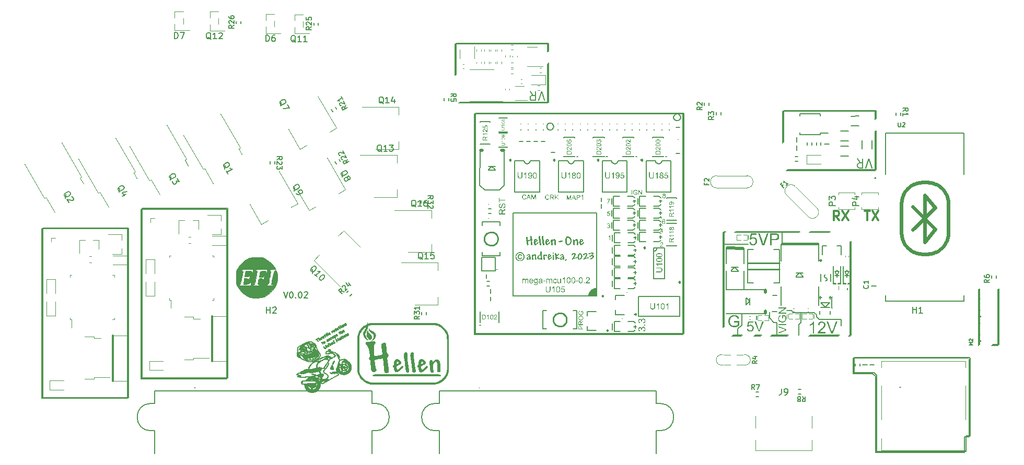
<source format=gto>
G75*
G70*
%OFA0B0*%
%FSLAX25Y25*%
%IPPOS*%
%LPD*%
%AMOC8*
5,1,8,0,0,1.08239X$1,22.5*
%
%ADD128C,0.00984*%
%ADD221C,0.00300*%
%ADD69C,0.00787*%
%ADD71C,0.00472*%
%ADD74C,0.01181*%
%ADD75C,0.00500*%
%ADD76C,0.00669*%
%ADD77C,0.00591*%
%ADD78C,0.01000*%
%ADD79C,0.00390*%
%ADD80C,0.00800*%
%ADD81C,0.00394*%
%ADD82C,0.00010*%
%ADD83C,0.00197*%
%ADD84C,0.00052*%
%ADD85C,0.02484*%
%ADD88C,0.01968*%
%ADD89C,0.01575*%
X0000000Y0000000D02*
%LPD*%
G01*
D74*
X0524357Y0148816D02*
X0522388Y0151628D01*
X0520982Y0148816D02*
X0520982Y0154721D01*
X0520982Y0154721D02*
X0523232Y0154721D01*
X0523232Y0154721D02*
X0523794Y0154440D01*
X0523794Y0154440D02*
X0524076Y0154159D01*
X0524076Y0154159D02*
X0524357Y0153596D01*
X0524357Y0153596D02*
X0524357Y0152753D01*
X0524357Y0152753D02*
X0524076Y0152190D01*
X0524076Y0152190D02*
X0523794Y0151909D01*
X0523794Y0151909D02*
X0523232Y0151628D01*
X0523232Y0151628D02*
X0520982Y0151628D01*
X0526325Y0154721D02*
X0530262Y0148816D01*
X0530262Y0154721D02*
X0526325Y0148816D01*
X0540667Y0154721D02*
X0544042Y0154721D01*
X0542355Y0148816D02*
X0542355Y0154721D01*
X0545448Y0154721D02*
X0549385Y0148816D01*
X0549385Y0154721D02*
X0545448Y0148816D01*
D69*
X0169889Y0103180D02*
X0171201Y0099243D01*
X0171201Y0099243D02*
X0172514Y0103180D01*
X0174576Y0103180D02*
X0174951Y0103180D01*
X0174951Y0103180D02*
X0175326Y0102993D01*
X0175326Y0102993D02*
X0175513Y0102805D01*
X0175513Y0102805D02*
X0175701Y0102430D01*
X0175701Y0102430D02*
X0175888Y0101681D01*
X0175888Y0101681D02*
X0175888Y0100743D01*
X0175888Y0100743D02*
X0175701Y0099993D01*
X0175701Y0099993D02*
X0175513Y0099618D01*
X0175513Y0099618D02*
X0175326Y0099431D01*
X0175326Y0099431D02*
X0174951Y0099243D01*
X0174951Y0099243D02*
X0174576Y0099243D01*
X0174576Y0099243D02*
X0174201Y0099431D01*
X0174201Y0099431D02*
X0174013Y0099618D01*
X0174013Y0099618D02*
X0173826Y0099993D01*
X0173826Y0099993D02*
X0173639Y0100743D01*
X0173639Y0100743D02*
X0173639Y0101681D01*
X0173639Y0101681D02*
X0173826Y0102430D01*
X0173826Y0102430D02*
X0174013Y0102805D01*
X0174013Y0102805D02*
X0174201Y0102993D01*
X0174201Y0102993D02*
X0174576Y0103180D01*
X0177576Y0099618D02*
X0177763Y0099431D01*
X0177763Y0099431D02*
X0177576Y0099243D01*
X0177576Y0099243D02*
X0177388Y0099431D01*
X0177388Y0099431D02*
X0177576Y0099618D01*
X0177576Y0099618D02*
X0177576Y0099243D01*
X0180200Y0103180D02*
X0180575Y0103180D01*
X0180575Y0103180D02*
X0180950Y0102993D01*
X0180950Y0102993D02*
X0181138Y0102805D01*
X0181138Y0102805D02*
X0181325Y0102430D01*
X0181325Y0102430D02*
X0181513Y0101681D01*
X0181513Y0101681D02*
X0181513Y0100743D01*
X0181513Y0100743D02*
X0181325Y0099993D01*
X0181325Y0099993D02*
X0181138Y0099618D01*
X0181138Y0099618D02*
X0180950Y0099431D01*
X0180950Y0099431D02*
X0180575Y0099243D01*
X0180575Y0099243D02*
X0180200Y0099243D01*
X0180200Y0099243D02*
X0179825Y0099431D01*
X0179825Y0099431D02*
X0179638Y0099618D01*
X0179638Y0099618D02*
X0179450Y0099993D01*
X0179450Y0099993D02*
X0179263Y0100743D01*
X0179263Y0100743D02*
X0179263Y0101681D01*
X0179263Y0101681D02*
X0179450Y0102430D01*
X0179450Y0102430D02*
X0179638Y0102805D01*
X0179638Y0102805D02*
X0179825Y0102993D01*
X0179825Y0102993D02*
X0180200Y0103180D01*
X0183012Y0102805D02*
X0183200Y0102993D01*
X0183200Y0102993D02*
X0183575Y0103180D01*
X0183575Y0103180D02*
X0184512Y0103180D01*
X0184512Y0103180D02*
X0184887Y0102993D01*
X0184887Y0102993D02*
X0185075Y0102805D01*
X0185075Y0102805D02*
X0185262Y0102430D01*
X0185262Y0102430D02*
X0185262Y0102056D01*
X0185262Y0102056D02*
X0185075Y0101493D01*
X0185075Y0101493D02*
X0182825Y0099243D01*
X0182825Y0099243D02*
X0185262Y0099243D01*
D75*
X0471933Y0059146D02*
X0470504Y0058146D01*
X0471933Y0057432D02*
X0468933Y0057432D01*
X0468933Y0057432D02*
X0468933Y0058574D01*
X0468933Y0058574D02*
X0469076Y0058860D01*
X0469076Y0058860D02*
X0469218Y0059003D01*
X0469218Y0059003D02*
X0469504Y0059146D01*
X0469504Y0059146D02*
X0469933Y0059146D01*
X0469933Y0059146D02*
X0470218Y0059003D01*
X0470218Y0059003D02*
X0470361Y0058860D01*
X0470361Y0058860D02*
X0470504Y0058574D01*
X0470504Y0058574D02*
X0470504Y0057432D01*
X0469933Y0061717D02*
X0471933Y0061717D01*
X0468790Y0061003D02*
X0470933Y0060289D01*
X0470933Y0060289D02*
X0470933Y0062146D01*
D76*
X0565110Y0218543D02*
X0566648Y0219619D01*
X0565110Y0220388D02*
X0568339Y0220388D01*
X0568339Y0220388D02*
X0568339Y0219158D01*
X0568339Y0219158D02*
X0568185Y0218851D01*
X0568185Y0218851D02*
X0568031Y0218697D01*
X0568031Y0218697D02*
X0567724Y0218543D01*
X0567724Y0218543D02*
X0567263Y0218543D01*
X0567263Y0218543D02*
X0566955Y0218697D01*
X0566955Y0218697D02*
X0566801Y0218851D01*
X0566801Y0218851D02*
X0566648Y0219158D01*
X0566648Y0219158D02*
X0566648Y0220388D01*
X0565110Y0215468D02*
X0565110Y0217313D01*
X0565110Y0216391D02*
X0568339Y0216391D01*
X0568339Y0216391D02*
X0567877Y0216698D01*
X0567877Y0216698D02*
X0567570Y0217006D01*
X0567570Y0217006D02*
X0567416Y0217313D01*
D77*
X0233675Y0223327D02*
X0233301Y0223514D01*
X0233301Y0223514D02*
X0232926Y0223889D01*
X0232926Y0223889D02*
X0232363Y0224452D01*
X0232363Y0224452D02*
X0231988Y0224639D01*
X0231988Y0224639D02*
X0231613Y0224639D01*
X0231801Y0223702D02*
X0231426Y0223889D01*
X0231426Y0223889D02*
X0231051Y0224264D01*
X0231051Y0224264D02*
X0230863Y0225014D01*
X0230863Y0225014D02*
X0230863Y0226326D01*
X0230863Y0226326D02*
X0231051Y0227076D01*
X0231051Y0227076D02*
X0231426Y0227451D01*
X0231426Y0227451D02*
X0231801Y0227639D01*
X0231801Y0227639D02*
X0232551Y0227639D01*
X0232551Y0227639D02*
X0232926Y0227451D01*
X0232926Y0227451D02*
X0233301Y0227076D01*
X0233301Y0227076D02*
X0233488Y0226326D01*
X0233488Y0226326D02*
X0233488Y0225014D01*
X0233488Y0225014D02*
X0233301Y0224264D01*
X0233301Y0224264D02*
X0232926Y0223889D01*
X0232926Y0223889D02*
X0232551Y0223702D01*
X0232551Y0223702D02*
X0231801Y0223702D01*
X0237238Y0223702D02*
X0234988Y0223702D01*
X0236113Y0223702D02*
X0236113Y0227639D01*
X0236113Y0227639D02*
X0235738Y0227076D01*
X0235738Y0227076D02*
X0235363Y0226701D01*
X0235363Y0226701D02*
X0234988Y0226514D01*
X0240612Y0226326D02*
X0240612Y0223702D01*
X0239675Y0227826D02*
X0238737Y0225014D01*
X0238737Y0225014D02*
X0241175Y0225014D01*
D78*
D77*
X0159107Y0089450D02*
X0159107Y0093387D01*
X0159107Y0091512D02*
X0161356Y0091512D01*
X0161356Y0089450D02*
X0161356Y0093387D01*
X0163044Y0093012D02*
X0163231Y0093199D01*
X0163231Y0093199D02*
X0163606Y0093387D01*
X0163606Y0093387D02*
X0164543Y0093387D01*
X0164543Y0093387D02*
X0164918Y0093199D01*
X0164918Y0093199D02*
X0165106Y0093012D01*
X0165106Y0093012D02*
X0165293Y0092637D01*
X0165293Y0092637D02*
X0165293Y0092262D01*
X0165293Y0092262D02*
X0165106Y0091699D01*
X0165106Y0091699D02*
X0162856Y0089450D01*
X0162856Y0089450D02*
X0165293Y0089450D01*
X0207276Y0176407D02*
X0207251Y0176826D01*
X0207251Y0176826D02*
X0207388Y0177338D01*
X0207388Y0177338D02*
X0207594Y0178106D01*
X0207594Y0178106D02*
X0207569Y0178525D01*
X0207569Y0178525D02*
X0207381Y0178850D01*
X0206663Y0178218D02*
X0206638Y0178637D01*
X0206638Y0178637D02*
X0206776Y0179149D01*
X0206776Y0179149D02*
X0207331Y0179686D01*
X0207331Y0179686D02*
X0208468Y0180343D01*
X0208468Y0180343D02*
X0209211Y0180555D01*
X0209211Y0180555D02*
X0209723Y0180418D01*
X0209723Y0180418D02*
X0210073Y0180187D01*
X0210073Y0180187D02*
X0210448Y0179538D01*
X0210448Y0179538D02*
X0210473Y0179119D01*
X0210473Y0179119D02*
X0210336Y0178607D01*
X0210336Y0178607D02*
X0209780Y0178070D01*
X0209780Y0178070D02*
X0208644Y0177413D01*
X0208644Y0177413D02*
X0207900Y0177201D01*
X0207900Y0177201D02*
X0207388Y0177338D01*
X0207388Y0177338D02*
X0207038Y0177569D01*
X0207038Y0177569D02*
X0206663Y0178218D01*
X0210580Y0175934D02*
X0210555Y0176352D01*
X0210555Y0176352D02*
X0210624Y0176608D01*
X0210624Y0176608D02*
X0210855Y0176958D01*
X0210855Y0176958D02*
X0211017Y0177052D01*
X0211017Y0177052D02*
X0211436Y0177077D01*
X0211436Y0177077D02*
X0211692Y0177008D01*
X0211692Y0177008D02*
X0212041Y0176777D01*
X0212041Y0176777D02*
X0212416Y0176128D01*
X0212416Y0176128D02*
X0212442Y0175710D01*
X0212442Y0175710D02*
X0212373Y0175453D01*
X0212373Y0175453D02*
X0212142Y0175104D01*
X0212142Y0175104D02*
X0211980Y0175010D01*
X0211980Y0175010D02*
X0211561Y0174985D01*
X0211561Y0174985D02*
X0211305Y0175053D01*
X0211305Y0175053D02*
X0210955Y0175284D01*
X0210955Y0175284D02*
X0210580Y0175934D01*
X0210580Y0175934D02*
X0210230Y0176165D01*
X0210230Y0176165D02*
X0209974Y0176233D01*
X0209974Y0176233D02*
X0209556Y0176208D01*
X0209556Y0176208D02*
X0208906Y0175833D01*
X0208906Y0175833D02*
X0208675Y0175483D01*
X0208675Y0175483D02*
X0208607Y0175227D01*
X0208607Y0175227D02*
X0208632Y0174809D01*
X0208632Y0174809D02*
X0209007Y0174159D01*
X0209007Y0174159D02*
X0209357Y0173929D01*
X0209357Y0173929D02*
X0209613Y0173860D01*
X0209613Y0173860D02*
X0210031Y0173885D01*
X0210031Y0173885D02*
X0210681Y0174260D01*
X0210681Y0174260D02*
X0210912Y0174610D01*
X0210912Y0174610D02*
X0210980Y0174866D01*
X0210980Y0174866D02*
X0210955Y0175284D01*
D76*
X0500925Y0036268D02*
X0502001Y0034730D01*
X0502770Y0036268D02*
X0502770Y0033039D01*
X0502770Y0033039D02*
X0501540Y0033039D01*
X0501540Y0033039D02*
X0501232Y0033193D01*
X0501232Y0033193D02*
X0501079Y0033347D01*
X0501079Y0033347D02*
X0500925Y0033654D01*
X0500925Y0033654D02*
X0500925Y0034116D01*
X0500925Y0034116D02*
X0501079Y0034423D01*
X0501079Y0034423D02*
X0501232Y0034577D01*
X0501232Y0034577D02*
X0501540Y0034730D01*
X0501540Y0034730D02*
X0502770Y0034730D01*
X0499080Y0034423D02*
X0499388Y0034269D01*
X0499388Y0034269D02*
X0499541Y0034116D01*
X0499541Y0034116D02*
X0499695Y0033808D01*
X0499695Y0033808D02*
X0499695Y0033654D01*
X0499695Y0033654D02*
X0499541Y0033347D01*
X0499541Y0033347D02*
X0499388Y0033193D01*
X0499388Y0033193D02*
X0499080Y0033039D01*
X0499080Y0033039D02*
X0498465Y0033039D01*
X0498465Y0033039D02*
X0498158Y0033193D01*
X0498158Y0033193D02*
X0498004Y0033347D01*
X0498004Y0033347D02*
X0497850Y0033654D01*
X0497850Y0033654D02*
X0497850Y0033808D01*
X0497850Y0033808D02*
X0498004Y0034116D01*
X0498004Y0034116D02*
X0498158Y0034269D01*
X0498158Y0034269D02*
X0498465Y0034423D01*
X0498465Y0034423D02*
X0499080Y0034423D01*
X0499080Y0034423D02*
X0499388Y0034577D01*
X0499388Y0034577D02*
X0499541Y0034730D01*
X0499541Y0034730D02*
X0499695Y0035038D01*
X0499695Y0035038D02*
X0499695Y0035653D01*
X0499695Y0035653D02*
X0499541Y0035960D01*
X0499541Y0035960D02*
X0499388Y0036114D01*
X0499388Y0036114D02*
X0499080Y0036268D01*
X0499080Y0036268D02*
X0498465Y0036268D01*
X0498465Y0036268D02*
X0498158Y0036114D01*
X0498158Y0036114D02*
X0498004Y0035960D01*
X0498004Y0035960D02*
X0497850Y0035653D01*
X0497850Y0035653D02*
X0497850Y0035038D01*
X0497850Y0035038D02*
X0498004Y0034730D01*
X0498004Y0034730D02*
X0498158Y0034577D01*
X0498158Y0034577D02*
X0498465Y0034423D01*
D77*
X0188386Y0114993D02*
X0188253Y0115390D01*
X0188253Y0115390D02*
X0188253Y0115921D01*
X0188253Y0115921D02*
X0188253Y0116716D01*
X0188253Y0116716D02*
X0188121Y0117114D01*
X0188121Y0117114D02*
X0187856Y0117379D01*
X0187325Y0116584D02*
X0187193Y0116981D01*
X0187193Y0116981D02*
X0187193Y0117512D01*
X0187193Y0117512D02*
X0187590Y0118174D01*
X0187590Y0118174D02*
X0188518Y0119102D01*
X0188518Y0119102D02*
X0189181Y0119500D01*
X0189181Y0119500D02*
X0189711Y0119500D01*
X0189711Y0119500D02*
X0190109Y0119367D01*
X0190109Y0119367D02*
X0190639Y0118837D01*
X0190639Y0118837D02*
X0190772Y0118439D01*
X0190772Y0118439D02*
X0190772Y0117909D01*
X0190772Y0117909D02*
X0190374Y0117246D01*
X0190374Y0117246D02*
X0189446Y0116318D01*
X0189446Y0116318D02*
X0188784Y0115921D01*
X0188784Y0115921D02*
X0188253Y0115921D01*
X0188253Y0115921D02*
X0187856Y0116053D01*
X0187856Y0116053D02*
X0187325Y0116584D01*
X0191170Y0112739D02*
X0189579Y0114330D01*
X0190374Y0113535D02*
X0193158Y0116318D01*
X0193158Y0116318D02*
X0192495Y0116186D01*
X0192495Y0116186D02*
X0191965Y0116186D01*
X0191965Y0116186D02*
X0191567Y0116318D01*
X0195677Y0113800D02*
X0195942Y0113535D01*
X0195942Y0113535D02*
X0196075Y0113137D01*
X0196075Y0113137D02*
X0196075Y0112872D01*
X0196075Y0112872D02*
X0195942Y0112474D01*
X0195942Y0112474D02*
X0195544Y0111811D01*
X0195544Y0111811D02*
X0194882Y0111148D01*
X0194882Y0111148D02*
X0194219Y0110751D01*
X0194219Y0110751D02*
X0193821Y0110618D01*
X0193821Y0110618D02*
X0193556Y0110618D01*
X0193556Y0110618D02*
X0193158Y0110751D01*
X0193158Y0110751D02*
X0192893Y0111016D01*
X0192893Y0111016D02*
X0192761Y0111413D01*
X0192761Y0111413D02*
X0192761Y0111679D01*
X0192761Y0111679D02*
X0192893Y0112076D01*
X0192893Y0112076D02*
X0193291Y0112739D01*
X0193291Y0112739D02*
X0193954Y0113402D01*
X0193954Y0113402D02*
X0194616Y0113800D01*
X0194616Y0113800D02*
X0195014Y0113932D01*
X0195014Y0113932D02*
X0195279Y0113932D01*
X0195279Y0113932D02*
X0195677Y0113800D01*
D76*
X0261961Y0162539D02*
X0263498Y0163615D01*
X0261961Y0164384D02*
X0265189Y0164384D01*
X0265189Y0164384D02*
X0265189Y0163154D01*
X0265189Y0163154D02*
X0265035Y0162847D01*
X0265035Y0162847D02*
X0264882Y0162693D01*
X0264882Y0162693D02*
X0264574Y0162539D01*
X0264574Y0162539D02*
X0264113Y0162539D01*
X0264113Y0162539D02*
X0263805Y0162693D01*
X0263805Y0162693D02*
X0263652Y0162847D01*
X0263652Y0162847D02*
X0263498Y0163154D01*
X0263498Y0163154D02*
X0263498Y0164384D01*
X0265189Y0161463D02*
X0265189Y0159465D01*
X0265189Y0159465D02*
X0263959Y0160541D01*
X0263959Y0160541D02*
X0263959Y0160079D01*
X0263959Y0160079D02*
X0263805Y0159772D01*
X0263805Y0159772D02*
X0263652Y0159618D01*
X0263652Y0159618D02*
X0263344Y0159465D01*
X0263344Y0159465D02*
X0262576Y0159465D01*
X0262576Y0159465D02*
X0262268Y0159618D01*
X0262268Y0159618D02*
X0262114Y0159772D01*
X0262114Y0159772D02*
X0261961Y0160079D01*
X0261961Y0160079D02*
X0261961Y0161002D01*
X0261961Y0161002D02*
X0262114Y0161309D01*
X0262114Y0161309D02*
X0262268Y0161463D01*
X0264882Y0158235D02*
X0265035Y0158081D01*
X0265035Y0158081D02*
X0265189Y0157773D01*
X0265189Y0157773D02*
X0265189Y0157005D01*
X0265189Y0157005D02*
X0265035Y0156697D01*
X0265035Y0156697D02*
X0264882Y0156544D01*
X0264882Y0156544D02*
X0264574Y0156390D01*
X0264574Y0156390D02*
X0264267Y0156390D01*
X0264267Y0156390D02*
X0263805Y0156544D01*
X0263805Y0156544D02*
X0261961Y0158388D01*
X0261961Y0158388D02*
X0261961Y0156390D01*
D77*
X0609766Y0069161D02*
X0607404Y0069161D01*
X0607404Y0069161D02*
X0609091Y0069948D01*
X0609091Y0069948D02*
X0607404Y0070735D01*
X0607404Y0070735D02*
X0609766Y0070735D01*
X0607629Y0071748D02*
X0607516Y0071860D01*
X0607516Y0071860D02*
X0607404Y0072085D01*
X0607404Y0072085D02*
X0607404Y0072648D01*
X0607404Y0072648D02*
X0607516Y0072873D01*
X0607516Y0072873D02*
X0607629Y0072985D01*
X0607629Y0072985D02*
X0607854Y0073098D01*
X0607854Y0073098D02*
X0608079Y0073098D01*
X0608079Y0073098D02*
X0608416Y0072985D01*
X0608416Y0072985D02*
X0609766Y0071635D01*
X0609766Y0071635D02*
X0609766Y0073098D01*
D76*
X0436858Y0221221D02*
X0435321Y0220145D01*
X0436858Y0219376D02*
X0433630Y0219376D01*
X0433630Y0219376D02*
X0433630Y0220606D01*
X0433630Y0220606D02*
X0433784Y0220914D01*
X0433784Y0220914D02*
X0433937Y0221067D01*
X0433937Y0221067D02*
X0434245Y0221221D01*
X0434245Y0221221D02*
X0434706Y0221221D01*
X0434706Y0221221D02*
X0435013Y0221067D01*
X0435013Y0221067D02*
X0435167Y0220914D01*
X0435167Y0220914D02*
X0435321Y0220606D01*
X0435321Y0220606D02*
X0435321Y0219376D01*
X0433937Y0222451D02*
X0433784Y0222605D01*
X0433784Y0222605D02*
X0433630Y0222912D01*
X0433630Y0222912D02*
X0433630Y0223681D01*
X0433630Y0223681D02*
X0433784Y0223988D01*
X0433784Y0223988D02*
X0433937Y0224142D01*
X0433937Y0224142D02*
X0434245Y0224296D01*
X0434245Y0224296D02*
X0434552Y0224296D01*
X0434552Y0224296D02*
X0435013Y0224142D01*
X0435013Y0224142D02*
X0436858Y0222297D01*
X0436858Y0222297D02*
X0436858Y0224296D01*
X0256543Y0087658D02*
X0255006Y0086582D01*
X0256543Y0085813D02*
X0253315Y0085813D01*
X0253315Y0085813D02*
X0253315Y0087043D01*
X0253315Y0087043D02*
X0253469Y0087351D01*
X0253469Y0087351D02*
X0253622Y0087504D01*
X0253622Y0087504D02*
X0253930Y0087658D01*
X0253930Y0087658D02*
X0254391Y0087658D01*
X0254391Y0087658D02*
X0254698Y0087504D01*
X0254698Y0087504D02*
X0254852Y0087351D01*
X0254852Y0087351D02*
X0255006Y0087043D01*
X0255006Y0087043D02*
X0255006Y0085813D01*
X0253315Y0088734D02*
X0253315Y0090733D01*
X0253315Y0090733D02*
X0254545Y0089656D01*
X0254545Y0089656D02*
X0254545Y0090118D01*
X0254545Y0090118D02*
X0254698Y0090425D01*
X0254698Y0090425D02*
X0254852Y0090579D01*
X0254852Y0090579D02*
X0255160Y0090733D01*
X0255160Y0090733D02*
X0255928Y0090733D01*
X0255928Y0090733D02*
X0256236Y0090579D01*
X0256236Y0090579D02*
X0256389Y0090425D01*
X0256389Y0090425D02*
X0256543Y0090118D01*
X0256543Y0090118D02*
X0256543Y0089195D01*
X0256543Y0089195D02*
X0256389Y0088888D01*
X0256389Y0088888D02*
X0256236Y0088734D01*
X0256543Y0093807D02*
X0256543Y0091962D01*
X0256543Y0092885D02*
X0253315Y0092885D01*
X0253315Y0092885D02*
X0253776Y0092577D01*
X0253776Y0092577D02*
X0254084Y0092270D01*
X0254084Y0092270D02*
X0254237Y0091962D01*
X0165701Y0187539D02*
X0167238Y0188615D01*
X0165701Y0189384D02*
X0168929Y0189384D01*
X0168929Y0189384D02*
X0168929Y0188154D01*
X0168929Y0188154D02*
X0168775Y0187847D01*
X0168775Y0187847D02*
X0168622Y0187693D01*
X0168622Y0187693D02*
X0168314Y0187539D01*
X0168314Y0187539D02*
X0167853Y0187539D01*
X0167853Y0187539D02*
X0167546Y0187693D01*
X0167546Y0187693D02*
X0167392Y0187847D01*
X0167392Y0187847D02*
X0167238Y0188154D01*
X0167238Y0188154D02*
X0167238Y0189384D01*
X0168622Y0186309D02*
X0168775Y0186156D01*
X0168775Y0186156D02*
X0168929Y0185848D01*
X0168929Y0185848D02*
X0168929Y0185079D01*
X0168929Y0185079D02*
X0168775Y0184772D01*
X0168775Y0184772D02*
X0168622Y0184618D01*
X0168622Y0184618D02*
X0168314Y0184465D01*
X0168314Y0184465D02*
X0168007Y0184465D01*
X0168007Y0184465D02*
X0167546Y0184618D01*
X0167546Y0184618D02*
X0165701Y0186463D01*
X0165701Y0186463D02*
X0165701Y0184465D01*
X0168929Y0183388D02*
X0168929Y0181390D01*
X0168929Y0181390D02*
X0167699Y0182466D01*
X0167699Y0182466D02*
X0167699Y0182005D01*
X0167699Y0182005D02*
X0167546Y0181697D01*
X0167546Y0181697D02*
X0167392Y0181544D01*
X0167392Y0181544D02*
X0167084Y0181390D01*
X0167084Y0181390D02*
X0166316Y0181390D01*
X0166316Y0181390D02*
X0166008Y0181544D01*
X0166008Y0181544D02*
X0165855Y0181697D01*
X0165855Y0181697D02*
X0165701Y0182005D01*
X0165701Y0182005D02*
X0165701Y0182927D01*
X0165701Y0182927D02*
X0165855Y0183235D01*
X0165855Y0183235D02*
X0166008Y0183388D01*
D77*
X0254345Y0157382D02*
X0253970Y0157569D01*
X0253970Y0157569D02*
X0253595Y0157944D01*
X0253595Y0157944D02*
X0253032Y0158507D01*
X0253032Y0158507D02*
X0252657Y0158694D01*
X0252657Y0158694D02*
X0252283Y0158694D01*
X0252470Y0157757D02*
X0252095Y0157944D01*
X0252095Y0157944D02*
X0251720Y0158319D01*
X0251720Y0158319D02*
X0251533Y0159069D01*
X0251533Y0159069D02*
X0251533Y0160381D01*
X0251533Y0160381D02*
X0251720Y0161131D01*
X0251720Y0161131D02*
X0252095Y0161506D01*
X0252095Y0161506D02*
X0252470Y0161694D01*
X0252470Y0161694D02*
X0253220Y0161694D01*
X0253220Y0161694D02*
X0253595Y0161506D01*
X0253595Y0161506D02*
X0253970Y0161131D01*
X0253970Y0161131D02*
X0254157Y0160381D01*
X0254157Y0160381D02*
X0254157Y0159069D01*
X0254157Y0159069D02*
X0253970Y0158319D01*
X0253970Y0158319D02*
X0253595Y0157944D01*
X0253595Y0157944D02*
X0253220Y0157757D01*
X0253220Y0157757D02*
X0252470Y0157757D01*
X0257907Y0157757D02*
X0255657Y0157757D01*
X0256782Y0157757D02*
X0256782Y0161694D01*
X0256782Y0161694D02*
X0256407Y0161131D01*
X0256407Y0161131D02*
X0256032Y0160756D01*
X0256032Y0160756D02*
X0255657Y0160569D01*
X0261281Y0161694D02*
X0260531Y0161694D01*
X0260531Y0161694D02*
X0260157Y0161506D01*
X0260157Y0161506D02*
X0259969Y0161319D01*
X0259969Y0161319D02*
X0259594Y0160756D01*
X0259594Y0160756D02*
X0259407Y0160006D01*
X0259407Y0160006D02*
X0259407Y0158507D01*
X0259407Y0158507D02*
X0259594Y0158132D01*
X0259594Y0158132D02*
X0259782Y0157944D01*
X0259782Y0157944D02*
X0260157Y0157757D01*
X0260157Y0157757D02*
X0260906Y0157757D01*
X0260906Y0157757D02*
X0261281Y0157944D01*
X0261281Y0157944D02*
X0261469Y0158132D01*
X0261469Y0158132D02*
X0261656Y0158507D01*
X0261656Y0158507D02*
X0261656Y0159444D01*
X0261656Y0159444D02*
X0261469Y0159819D01*
X0261469Y0159819D02*
X0261281Y0160006D01*
X0261281Y0160006D02*
X0260906Y0160194D01*
X0260906Y0160194D02*
X0260157Y0160194D01*
X0260157Y0160194D02*
X0259782Y0160006D01*
X0259782Y0160006D02*
X0259594Y0159819D01*
X0259594Y0159819D02*
X0259407Y0159444D01*
X0176764Y0167549D02*
X0176739Y0167968D01*
X0176739Y0167968D02*
X0176876Y0168480D01*
X0176876Y0168480D02*
X0177082Y0169248D01*
X0177082Y0169248D02*
X0177057Y0169667D01*
X0177057Y0169667D02*
X0176870Y0169991D01*
X0176152Y0169360D02*
X0176126Y0169779D01*
X0176126Y0169779D02*
X0176264Y0170291D01*
X0176264Y0170291D02*
X0176819Y0170828D01*
X0176819Y0170828D02*
X0177956Y0171484D01*
X0177956Y0171484D02*
X0178699Y0171697D01*
X0178699Y0171697D02*
X0179211Y0171560D01*
X0179211Y0171560D02*
X0179561Y0171329D01*
X0179561Y0171329D02*
X0179936Y0170679D01*
X0179936Y0170679D02*
X0179961Y0170261D01*
X0179961Y0170261D02*
X0179824Y0169749D01*
X0179824Y0169749D02*
X0179268Y0169211D01*
X0179268Y0169211D02*
X0178132Y0168555D01*
X0178132Y0168555D02*
X0177389Y0168343D01*
X0177389Y0168343D02*
X0176876Y0168480D01*
X0176876Y0168480D02*
X0176527Y0168711D01*
X0176527Y0168711D02*
X0176152Y0169360D01*
X0177933Y0166275D02*
X0178308Y0165626D01*
X0178308Y0165626D02*
X0178657Y0165395D01*
X0178657Y0165395D02*
X0178914Y0165326D01*
X0178914Y0165326D02*
X0179588Y0165283D01*
X0179588Y0165283D02*
X0180331Y0165495D01*
X0180331Y0165495D02*
X0181630Y0166245D01*
X0181630Y0166245D02*
X0181861Y0166595D01*
X0181861Y0166595D02*
X0181930Y0166851D01*
X0181930Y0166851D02*
X0181905Y0167270D01*
X0181905Y0167270D02*
X0181530Y0167919D01*
X0181530Y0167919D02*
X0181180Y0168150D01*
X0181180Y0168150D02*
X0180924Y0168219D01*
X0180924Y0168219D02*
X0180505Y0168194D01*
X0180505Y0168194D02*
X0179693Y0167725D01*
X0179693Y0167725D02*
X0179462Y0167375D01*
X0179462Y0167375D02*
X0179394Y0167119D01*
X0179394Y0167119D02*
X0179419Y0166701D01*
X0179419Y0166701D02*
X0179794Y0166051D01*
X0179794Y0166051D02*
X0180144Y0165820D01*
X0180144Y0165820D02*
X0180400Y0165752D01*
X0180400Y0165752D02*
X0180818Y0165777D01*
X0232494Y0192618D02*
X0232119Y0192805D01*
X0232119Y0192805D02*
X0231744Y0193180D01*
X0231744Y0193180D02*
X0231182Y0193743D01*
X0231182Y0193743D02*
X0230807Y0193930D01*
X0230807Y0193930D02*
X0230432Y0193930D01*
X0230620Y0192993D02*
X0230245Y0193180D01*
X0230245Y0193180D02*
X0229870Y0193555D01*
X0229870Y0193555D02*
X0229682Y0194305D01*
X0229682Y0194305D02*
X0229682Y0195618D01*
X0229682Y0195618D02*
X0229870Y0196368D01*
X0229870Y0196368D02*
X0230245Y0196742D01*
X0230245Y0196742D02*
X0230620Y0196930D01*
X0230620Y0196930D02*
X0231369Y0196930D01*
X0231369Y0196930D02*
X0231744Y0196742D01*
X0231744Y0196742D02*
X0232119Y0196368D01*
X0232119Y0196368D02*
X0232307Y0195618D01*
X0232307Y0195618D02*
X0232307Y0194305D01*
X0232307Y0194305D02*
X0232119Y0193555D01*
X0232119Y0193555D02*
X0231744Y0193180D01*
X0231744Y0193180D02*
X0231369Y0192993D01*
X0231369Y0192993D02*
X0230620Y0192993D01*
X0236056Y0192993D02*
X0233807Y0192993D01*
X0234932Y0192993D02*
X0234932Y0196930D01*
X0234932Y0196930D02*
X0234557Y0196368D01*
X0234557Y0196368D02*
X0234182Y0195993D01*
X0234182Y0195993D02*
X0233807Y0195805D01*
X0237369Y0196930D02*
X0239806Y0196930D01*
X0239806Y0196930D02*
X0238494Y0195430D01*
X0238494Y0195430D02*
X0239056Y0195430D01*
X0239056Y0195430D02*
X0239431Y0195243D01*
X0239431Y0195243D02*
X0239618Y0195055D01*
X0239618Y0195055D02*
X0239806Y0194680D01*
X0239806Y0194680D02*
X0239806Y0193743D01*
X0239806Y0193743D02*
X0239618Y0193368D01*
X0239618Y0193368D02*
X0239431Y0193180D01*
X0239431Y0193180D02*
X0239056Y0192993D01*
X0239056Y0192993D02*
X0237931Y0192993D01*
X0237931Y0192993D02*
X0237556Y0193180D01*
X0237556Y0193180D02*
X0237369Y0193368D01*
D76*
X0138236Y0273386D02*
X0136699Y0272310D01*
X0138236Y0271542D02*
X0135008Y0271542D01*
X0135008Y0271542D02*
X0135008Y0272771D01*
X0135008Y0272771D02*
X0135162Y0273079D01*
X0135162Y0273079D02*
X0135315Y0273233D01*
X0135315Y0273233D02*
X0135623Y0273386D01*
X0135623Y0273386D02*
X0136084Y0273386D01*
X0136084Y0273386D02*
X0136391Y0273233D01*
X0136391Y0273233D02*
X0136545Y0273079D01*
X0136545Y0273079D02*
X0136699Y0272771D01*
X0136699Y0272771D02*
X0136699Y0271542D01*
X0135315Y0274616D02*
X0135162Y0274770D01*
X0135162Y0274770D02*
X0135008Y0275077D01*
X0135008Y0275077D02*
X0135008Y0275846D01*
X0135008Y0275846D02*
X0135162Y0276153D01*
X0135162Y0276153D02*
X0135315Y0276307D01*
X0135315Y0276307D02*
X0135623Y0276461D01*
X0135623Y0276461D02*
X0135930Y0276461D01*
X0135930Y0276461D02*
X0136391Y0276307D01*
X0136391Y0276307D02*
X0138236Y0274462D01*
X0138236Y0274462D02*
X0138236Y0276461D01*
X0135008Y0279228D02*
X0135008Y0278613D01*
X0135008Y0278613D02*
X0135162Y0278306D01*
X0135162Y0278306D02*
X0135315Y0278152D01*
X0135315Y0278152D02*
X0135776Y0277845D01*
X0135776Y0277845D02*
X0136391Y0277691D01*
X0136391Y0277691D02*
X0137621Y0277691D01*
X0137621Y0277691D02*
X0137929Y0277845D01*
X0137929Y0277845D02*
X0138082Y0277998D01*
X0138082Y0277998D02*
X0138236Y0278306D01*
X0138236Y0278306D02*
X0138236Y0278921D01*
X0138236Y0278921D02*
X0138082Y0279228D01*
X0138082Y0279228D02*
X0137929Y0279382D01*
X0137929Y0279382D02*
X0137621Y0279536D01*
X0137621Y0279536D02*
X0136853Y0279536D01*
X0136853Y0279536D02*
X0136545Y0279382D01*
X0136545Y0279382D02*
X0136391Y0279228D01*
X0136391Y0279228D02*
X0136238Y0278921D01*
X0136238Y0278921D02*
X0136238Y0278306D01*
X0136238Y0278306D02*
X0136391Y0277998D01*
X0136391Y0277998D02*
X0136545Y0277845D01*
X0136545Y0277845D02*
X0136853Y0277691D01*
X0542707Y0107254D02*
X0542861Y0107100D01*
X0542861Y0107100D02*
X0543014Y0106639D01*
X0543014Y0106639D02*
X0543014Y0106332D01*
X0543014Y0106332D02*
X0542861Y0105871D01*
X0542861Y0105871D02*
X0542553Y0105563D01*
X0542553Y0105563D02*
X0542246Y0105409D01*
X0542246Y0105409D02*
X0541631Y0105256D01*
X0541631Y0105256D02*
X0541170Y0105256D01*
X0541170Y0105256D02*
X0540555Y0105409D01*
X0540555Y0105409D02*
X0540247Y0105563D01*
X0540247Y0105563D02*
X0539940Y0105871D01*
X0539940Y0105871D02*
X0539786Y0106332D01*
X0539786Y0106332D02*
X0539786Y0106639D01*
X0539786Y0106639D02*
X0539940Y0107100D01*
X0539940Y0107100D02*
X0540094Y0107254D01*
X0543014Y0110329D02*
X0543014Y0108484D01*
X0543014Y0109406D02*
X0539786Y0109406D01*
X0539786Y0109406D02*
X0540247Y0109099D01*
X0540247Y0109099D02*
X0540555Y0108792D01*
X0540555Y0108792D02*
X0540708Y0108484D01*
D77*
X0168114Y0221781D02*
X0168089Y0222200D01*
X0168089Y0222200D02*
X0168226Y0222712D01*
X0168226Y0222712D02*
X0168432Y0223480D01*
X0168432Y0223480D02*
X0168407Y0223899D01*
X0168407Y0223899D02*
X0168220Y0224224D01*
X0167502Y0223593D02*
X0167476Y0224011D01*
X0167476Y0224011D02*
X0167614Y0224523D01*
X0167614Y0224523D02*
X0168169Y0225060D01*
X0168169Y0225060D02*
X0169306Y0225717D01*
X0169306Y0225717D02*
X0170049Y0225929D01*
X0170049Y0225929D02*
X0170561Y0225792D01*
X0170561Y0225792D02*
X0170911Y0225561D01*
X0170911Y0225561D02*
X0171286Y0224912D01*
X0171286Y0224912D02*
X0171311Y0224493D01*
X0171311Y0224493D02*
X0171174Y0223981D01*
X0171174Y0223981D02*
X0170618Y0223444D01*
X0170618Y0223444D02*
X0169482Y0222787D01*
X0169482Y0222787D02*
X0168739Y0222575D01*
X0168739Y0222575D02*
X0168226Y0222712D01*
X0168226Y0222712D02*
X0167877Y0222943D01*
X0167877Y0222943D02*
X0167502Y0223593D01*
X0172411Y0222963D02*
X0173723Y0220690D01*
X0173723Y0220690D02*
X0169470Y0220183D01*
D76*
X0208505Y0103108D02*
X0206657Y0103434D01*
X0207201Y0101803D02*
X0204918Y0104086D01*
X0204918Y0104086D02*
X0205787Y0104956D01*
X0205787Y0104956D02*
X0206113Y0105064D01*
X0206113Y0105064D02*
X0206331Y0105064D01*
X0206331Y0105064D02*
X0206657Y0104956D01*
X0206657Y0104956D02*
X0206983Y0104630D01*
X0206983Y0104630D02*
X0207092Y0104303D01*
X0207092Y0104303D02*
X0207092Y0104086D01*
X0207092Y0104086D02*
X0206983Y0103760D01*
X0206983Y0103760D02*
X0206113Y0102890D01*
X0207309Y0106043D02*
X0207309Y0106260D01*
X0207309Y0106260D02*
X0207418Y0106586D01*
X0207418Y0106586D02*
X0207961Y0107130D01*
X0207961Y0107130D02*
X0208288Y0107238D01*
X0208288Y0107238D02*
X0208505Y0107238D01*
X0208505Y0107238D02*
X0208831Y0107130D01*
X0208831Y0107130D02*
X0209048Y0106912D01*
X0209048Y0106912D02*
X0209266Y0106478D01*
X0209266Y0106478D02*
X0209266Y0103869D01*
X0209266Y0103869D02*
X0210679Y0105282D01*
X0211114Y0108760D02*
X0212636Y0107238D01*
X0209701Y0109086D02*
X0210788Y0106912D01*
X0210788Y0106912D02*
X0212201Y0108326D01*
D77*
X0521968Y0158315D02*
X0518031Y0158315D01*
X0518031Y0158315D02*
X0518031Y0159815D01*
X0518031Y0159815D02*
X0518218Y0160189D01*
X0518218Y0160189D02*
X0518406Y0160377D01*
X0518406Y0160377D02*
X0518781Y0160564D01*
X0518781Y0160564D02*
X0519343Y0160564D01*
X0519343Y0160564D02*
X0519718Y0160377D01*
X0519718Y0160377D02*
X0519906Y0160189D01*
X0519906Y0160189D02*
X0520093Y0159815D01*
X0520093Y0159815D02*
X0520093Y0158315D01*
X0518031Y0161877D02*
X0518031Y0164314D01*
X0518031Y0164314D02*
X0519531Y0163002D01*
X0519531Y0163002D02*
X0519531Y0163564D01*
X0519531Y0163564D02*
X0519718Y0163939D01*
X0519718Y0163939D02*
X0519906Y0164126D01*
X0519906Y0164126D02*
X0520280Y0164314D01*
X0520280Y0164314D02*
X0521218Y0164314D01*
X0521218Y0164314D02*
X0521593Y0164126D01*
X0521593Y0164126D02*
X0521780Y0163939D01*
X0521780Y0163939D02*
X0521968Y0163564D01*
X0521968Y0163564D02*
X0521968Y0162439D01*
X0521968Y0162439D02*
X0521780Y0162064D01*
X0521780Y0162064D02*
X0521593Y0161877D01*
X0487566Y0041280D02*
X0487566Y0038468D01*
X0487566Y0038468D02*
X0487378Y0037906D01*
X0487378Y0037906D02*
X0487003Y0037531D01*
X0487003Y0037531D02*
X0486441Y0037343D01*
X0486441Y0037343D02*
X0486066Y0037343D01*
X0489628Y0037343D02*
X0490378Y0037343D01*
X0490378Y0037343D02*
X0490753Y0037531D01*
X0490753Y0037531D02*
X0490940Y0037718D01*
X0490940Y0037718D02*
X0491315Y0038281D01*
X0491315Y0038281D02*
X0491503Y0039031D01*
X0491503Y0039031D02*
X0491503Y0040530D01*
X0491503Y0040530D02*
X0491315Y0040905D01*
X0491315Y0040905D02*
X0491128Y0041093D01*
X0491128Y0041093D02*
X0490753Y0041280D01*
X0490753Y0041280D02*
X0490003Y0041280D01*
X0490003Y0041280D02*
X0489628Y0041093D01*
X0489628Y0041093D02*
X0489440Y0040905D01*
X0489440Y0040905D02*
X0489253Y0040530D01*
X0489253Y0040530D02*
X0489253Y0039593D01*
X0489253Y0039593D02*
X0489440Y0039218D01*
X0489440Y0039218D02*
X0489628Y0039031D01*
X0489628Y0039031D02*
X0490003Y0038843D01*
X0490003Y0038843D02*
X0490753Y0038843D01*
X0490753Y0038843D02*
X0491128Y0039031D01*
X0491128Y0039031D02*
X0491315Y0039218D01*
X0491315Y0039218D02*
X0491503Y0039593D01*
X0571311Y0089647D02*
X0571311Y0093584D01*
X0571311Y0091709D02*
X0573561Y0091709D01*
X0573561Y0089647D02*
X0573561Y0093584D01*
X0577498Y0089647D02*
X0575248Y0089647D01*
X0576373Y0089647D02*
X0576373Y0093584D01*
X0576373Y0093584D02*
X0575998Y0093021D01*
X0575998Y0093021D02*
X0575623Y0092646D01*
X0575623Y0092646D02*
X0575248Y0092459D01*
X0097740Y0174444D02*
X0097715Y0174862D01*
X0097715Y0174862D02*
X0097852Y0175374D01*
X0097852Y0175374D02*
X0098058Y0176143D01*
X0098058Y0176143D02*
X0098033Y0176561D01*
X0098033Y0176561D02*
X0097846Y0176886D01*
X0097128Y0176255D02*
X0097102Y0176673D01*
X0097102Y0176673D02*
X0097240Y0177185D01*
X0097240Y0177185D02*
X0097795Y0177723D01*
X0097795Y0177723D02*
X0098932Y0178379D01*
X0098932Y0178379D02*
X0099675Y0178591D01*
X0099675Y0178591D02*
X0100187Y0178454D01*
X0100187Y0178454D02*
X0100537Y0178223D01*
X0100537Y0178223D02*
X0100912Y0177574D01*
X0100912Y0177574D02*
X0100937Y0177155D01*
X0100937Y0177155D02*
X0100800Y0176643D01*
X0100800Y0176643D02*
X0100244Y0176106D01*
X0100244Y0176106D02*
X0099108Y0175450D01*
X0099108Y0175450D02*
X0098365Y0175237D01*
X0098365Y0175237D02*
X0097852Y0175374D01*
X0097852Y0175374D02*
X0097502Y0175605D01*
X0097502Y0175605D02*
X0097128Y0176255D01*
X0102037Y0175625D02*
X0103255Y0173515D01*
X0103255Y0173515D02*
X0101300Y0173901D01*
X0101300Y0173901D02*
X0101582Y0173414D01*
X0101582Y0173414D02*
X0101607Y0172996D01*
X0101607Y0172996D02*
X0101538Y0172740D01*
X0101538Y0172740D02*
X0101307Y0172390D01*
X0101307Y0172390D02*
X0100495Y0171921D01*
X0100495Y0171921D02*
X0100077Y0171896D01*
X0100077Y0171896D02*
X0099821Y0171965D01*
X0099821Y0171965D02*
X0099471Y0172196D01*
X0099471Y0172196D02*
X0098909Y0173170D01*
X0098909Y0173170D02*
X0098883Y0173588D01*
X0098883Y0173588D02*
X0098952Y0173844D01*
X0100342Y0264942D02*
X0100342Y0268879D01*
X0100342Y0268879D02*
X0101280Y0268879D01*
X0101280Y0268879D02*
X0101842Y0268691D01*
X0101842Y0268691D02*
X0102217Y0268316D01*
X0102217Y0268316D02*
X0102404Y0267941D01*
X0102404Y0267941D02*
X0102592Y0267192D01*
X0102592Y0267192D02*
X0102592Y0266629D01*
X0102592Y0266629D02*
X0102404Y0265879D01*
X0102404Y0265879D02*
X0102217Y0265504D01*
X0102217Y0265504D02*
X0101842Y0265129D01*
X0101842Y0265129D02*
X0101280Y0264942D01*
X0101280Y0264942D02*
X0100342Y0264942D01*
X0103904Y0268879D02*
X0106529Y0268879D01*
X0106529Y0268879D02*
X0104842Y0264942D01*
D76*
X0276724Y0227795D02*
X0278262Y0228871D01*
X0276724Y0229640D02*
X0279953Y0229640D01*
X0279953Y0229640D02*
X0279953Y0228410D01*
X0279953Y0228410D02*
X0279799Y0228103D01*
X0279799Y0228103D02*
X0279645Y0227949D01*
X0279645Y0227949D02*
X0279338Y0227795D01*
X0279338Y0227795D02*
X0278877Y0227795D01*
X0278877Y0227795D02*
X0278569Y0227949D01*
X0278569Y0227949D02*
X0278415Y0228103D01*
X0278415Y0228103D02*
X0278262Y0228410D01*
X0278262Y0228410D02*
X0278262Y0229640D01*
X0279953Y0224874D02*
X0279953Y0226411D01*
X0279953Y0226411D02*
X0278415Y0226565D01*
X0278415Y0226565D02*
X0278569Y0226411D01*
X0278569Y0226411D02*
X0278723Y0226104D01*
X0278723Y0226104D02*
X0278723Y0225335D01*
X0278723Y0225335D02*
X0278569Y0225028D01*
X0278569Y0225028D02*
X0278415Y0224874D01*
X0278415Y0224874D02*
X0278108Y0224720D01*
X0278108Y0224720D02*
X0277339Y0224720D01*
X0277339Y0224720D02*
X0277032Y0224874D01*
X0277032Y0224874D02*
X0276878Y0225028D01*
X0276878Y0225028D02*
X0276724Y0225335D01*
X0276724Y0225335D02*
X0276724Y0226104D01*
X0276724Y0226104D02*
X0276878Y0226411D01*
X0276878Y0226411D02*
X0277032Y0226565D01*
D77*
X0132221Y0181577D02*
X0132196Y0181996D01*
X0132196Y0181996D02*
X0132333Y0182508D01*
X0132333Y0182508D02*
X0132539Y0183276D01*
X0132539Y0183276D02*
X0132514Y0183694D01*
X0132514Y0183694D02*
X0132327Y0184019D01*
X0131609Y0183388D02*
X0131583Y0183807D01*
X0131583Y0183807D02*
X0131721Y0184319D01*
X0131721Y0184319D02*
X0132276Y0184856D01*
X0132276Y0184856D02*
X0133413Y0185512D01*
X0133413Y0185512D02*
X0134156Y0185725D01*
X0134156Y0185725D02*
X0134668Y0185588D01*
X0134668Y0185588D02*
X0135018Y0185357D01*
X0135018Y0185357D02*
X0135393Y0184707D01*
X0135393Y0184707D02*
X0135418Y0184289D01*
X0135418Y0184289D02*
X0135281Y0183777D01*
X0135281Y0183777D02*
X0134725Y0183239D01*
X0134725Y0183239D02*
X0133589Y0182583D01*
X0133589Y0182583D02*
X0132846Y0182370D01*
X0132846Y0182370D02*
X0132333Y0182508D01*
X0132333Y0182508D02*
X0131984Y0182739D01*
X0131984Y0182739D02*
X0131609Y0183388D01*
X0134327Y0178680D02*
X0133202Y0180628D01*
X0133765Y0179654D02*
X0137174Y0181622D01*
X0137174Y0181622D02*
X0136500Y0181666D01*
X0136500Y0181666D02*
X0135987Y0181803D01*
X0135987Y0181803D02*
X0135638Y0182034D01*
D76*
X0187646Y0272402D02*
X0186108Y0271326D01*
X0187646Y0270557D02*
X0184417Y0270557D01*
X0184417Y0270557D02*
X0184417Y0271787D01*
X0184417Y0271787D02*
X0184571Y0272095D01*
X0184571Y0272095D02*
X0184725Y0272248D01*
X0184725Y0272248D02*
X0185032Y0272402D01*
X0185032Y0272402D02*
X0185493Y0272402D01*
X0185493Y0272402D02*
X0185801Y0272248D01*
X0185801Y0272248D02*
X0185955Y0272095D01*
X0185955Y0272095D02*
X0186108Y0271787D01*
X0186108Y0271787D02*
X0186108Y0270557D01*
X0184725Y0273632D02*
X0184571Y0273786D01*
X0184571Y0273786D02*
X0184417Y0274093D01*
X0184417Y0274093D02*
X0184417Y0274862D01*
X0184417Y0274862D02*
X0184571Y0275169D01*
X0184571Y0275169D02*
X0184725Y0275323D01*
X0184725Y0275323D02*
X0185032Y0275477D01*
X0185032Y0275477D02*
X0185340Y0275477D01*
X0185340Y0275477D02*
X0185801Y0275323D01*
X0185801Y0275323D02*
X0187646Y0273478D01*
X0187646Y0273478D02*
X0187646Y0275477D01*
X0184417Y0278398D02*
X0184417Y0276860D01*
X0184417Y0276860D02*
X0185955Y0276707D01*
X0185955Y0276707D02*
X0185801Y0276860D01*
X0185801Y0276860D02*
X0185647Y0277168D01*
X0185647Y0277168D02*
X0185647Y0277936D01*
X0185647Y0277936D02*
X0185801Y0278244D01*
X0185801Y0278244D02*
X0185955Y0278398D01*
X0185955Y0278398D02*
X0186262Y0278551D01*
X0186262Y0278551D02*
X0187031Y0278551D01*
X0187031Y0278551D02*
X0187338Y0278398D01*
X0187338Y0278398D02*
X0187492Y0278244D01*
X0187492Y0278244D02*
X0187646Y0277936D01*
X0187646Y0277936D02*
X0187646Y0277168D01*
X0187646Y0277168D02*
X0187492Y0276860D01*
X0187492Y0276860D02*
X0187338Y0276707D01*
X0620126Y0110985D02*
X0618589Y0109909D01*
X0620126Y0109140D02*
X0616898Y0109140D01*
X0616898Y0109140D02*
X0616898Y0110370D01*
X0616898Y0110370D02*
X0617051Y0110677D01*
X0617051Y0110677D02*
X0617205Y0110831D01*
X0617205Y0110831D02*
X0617512Y0110985D01*
X0617512Y0110985D02*
X0617974Y0110985D01*
X0617974Y0110985D02*
X0618281Y0110831D01*
X0618281Y0110831D02*
X0618435Y0110677D01*
X0618435Y0110677D02*
X0618589Y0110370D01*
X0618589Y0110370D02*
X0618589Y0109140D01*
X0616898Y0113752D02*
X0616898Y0113137D01*
X0616898Y0113137D02*
X0617051Y0112830D01*
X0617051Y0112830D02*
X0617205Y0112676D01*
X0617205Y0112676D02*
X0617666Y0112368D01*
X0617666Y0112368D02*
X0618281Y0112215D01*
X0618281Y0112215D02*
X0619511Y0112215D01*
X0619511Y0112215D02*
X0619818Y0112368D01*
X0619818Y0112368D02*
X0619972Y0112522D01*
X0619972Y0112522D02*
X0620126Y0112830D01*
X0620126Y0112830D02*
X0620126Y0113444D01*
X0620126Y0113444D02*
X0619972Y0113752D01*
X0619972Y0113752D02*
X0619818Y0113906D01*
X0619818Y0113906D02*
X0619511Y0114059D01*
X0619511Y0114059D02*
X0618742Y0114059D01*
X0618742Y0114059D02*
X0618435Y0113906D01*
X0618435Y0113906D02*
X0618281Y0113752D01*
X0618281Y0113752D02*
X0618127Y0113444D01*
X0618127Y0113444D02*
X0618127Y0112830D01*
X0618127Y0112830D02*
X0618281Y0112522D01*
X0618281Y0112522D02*
X0618435Y0112368D01*
X0618435Y0112368D02*
X0618742Y0112215D01*
D77*
X0064965Y0166860D02*
X0064939Y0167279D01*
X0064939Y0167279D02*
X0065077Y0167791D01*
X0065077Y0167791D02*
X0065283Y0168559D01*
X0065283Y0168559D02*
X0065257Y0168978D01*
X0065257Y0168978D02*
X0065070Y0169302D01*
X0064352Y0168671D02*
X0064327Y0169090D01*
X0064327Y0169090D02*
X0064464Y0169602D01*
X0064464Y0169602D02*
X0065020Y0170139D01*
X0065020Y0170139D02*
X0066156Y0170795D01*
X0066156Y0170795D02*
X0066899Y0171008D01*
X0066899Y0171008D02*
X0067412Y0170871D01*
X0067412Y0170871D02*
X0067761Y0170640D01*
X0067761Y0170640D02*
X0068136Y0169990D01*
X0068136Y0169990D02*
X0068162Y0169572D01*
X0068162Y0169572D02*
X0068024Y0169060D01*
X0068024Y0169060D02*
X0067469Y0168522D01*
X0067469Y0168522D02*
X0066332Y0167866D01*
X0066332Y0167866D02*
X0065589Y0167654D01*
X0065589Y0167654D02*
X0065077Y0167791D01*
X0065077Y0167791D02*
X0064727Y0168022D01*
X0064727Y0168022D02*
X0064352Y0168671D01*
X0069156Y0165600D02*
X0066883Y0164288D01*
X0069986Y0167162D02*
X0067082Y0166567D01*
X0067082Y0166567D02*
X0068301Y0164457D01*
X0123587Y0264370D02*
X0123212Y0264557D01*
X0123212Y0264557D02*
X0122837Y0264932D01*
X0122837Y0264932D02*
X0122275Y0265495D01*
X0122275Y0265495D02*
X0121900Y0265682D01*
X0121900Y0265682D02*
X0121525Y0265682D01*
X0121712Y0264745D02*
X0121337Y0264932D01*
X0121337Y0264932D02*
X0120962Y0265307D01*
X0120962Y0265307D02*
X0120775Y0266057D01*
X0120775Y0266057D02*
X0120775Y0267370D01*
X0120775Y0267370D02*
X0120962Y0268120D01*
X0120962Y0268120D02*
X0121337Y0268494D01*
X0121337Y0268494D02*
X0121712Y0268682D01*
X0121712Y0268682D02*
X0122462Y0268682D01*
X0122462Y0268682D02*
X0122837Y0268494D01*
X0122837Y0268494D02*
X0123212Y0268120D01*
X0123212Y0268120D02*
X0123399Y0267370D01*
X0123399Y0267370D02*
X0123399Y0266057D01*
X0123399Y0266057D02*
X0123212Y0265307D01*
X0123212Y0265307D02*
X0122837Y0264932D01*
X0122837Y0264932D02*
X0122462Y0264745D01*
X0122462Y0264745D02*
X0121712Y0264745D01*
X0127149Y0264745D02*
X0124899Y0264745D01*
X0126024Y0264745D02*
X0126024Y0268682D01*
X0126024Y0268682D02*
X0125649Y0268120D01*
X0125649Y0268120D02*
X0125274Y0267745D01*
X0125274Y0267745D02*
X0124899Y0267557D01*
X0128649Y0268307D02*
X0128836Y0268494D01*
X0128836Y0268494D02*
X0129211Y0268682D01*
X0129211Y0268682D02*
X0130149Y0268682D01*
X0130149Y0268682D02*
X0130524Y0268494D01*
X0130524Y0268494D02*
X0130711Y0268307D01*
X0130711Y0268307D02*
X0130898Y0267932D01*
X0130898Y0267932D02*
X0130898Y0267557D01*
X0130898Y0267557D02*
X0130711Y0266995D01*
X0130711Y0266995D02*
X0128461Y0264745D01*
X0128461Y0264745D02*
X0130898Y0264745D01*
X0536850Y0158315D02*
X0532913Y0158315D01*
X0532913Y0158315D02*
X0532913Y0159815D01*
X0532913Y0159815D02*
X0533100Y0160189D01*
X0533100Y0160189D02*
X0533288Y0160377D01*
X0533288Y0160377D02*
X0533663Y0160564D01*
X0533663Y0160564D02*
X0534225Y0160564D01*
X0534225Y0160564D02*
X0534600Y0160377D01*
X0534600Y0160377D02*
X0534787Y0160189D01*
X0534787Y0160189D02*
X0534975Y0159815D01*
X0534975Y0159815D02*
X0534975Y0158315D01*
X0534225Y0163939D02*
X0536850Y0163939D01*
X0532725Y0163002D02*
X0535537Y0162064D01*
X0535537Y0162064D02*
X0535537Y0164501D01*
X0158610Y0263170D02*
X0158610Y0267107D01*
X0158610Y0267107D02*
X0159547Y0267107D01*
X0159547Y0267107D02*
X0160110Y0266920D01*
X0160110Y0266920D02*
X0160485Y0266545D01*
X0160485Y0266545D02*
X0160672Y0266170D01*
X0160672Y0266170D02*
X0160860Y0265420D01*
X0160860Y0265420D02*
X0160860Y0264857D01*
X0160860Y0264857D02*
X0160672Y0264108D01*
X0160672Y0264108D02*
X0160485Y0263733D01*
X0160485Y0263733D02*
X0160110Y0263358D01*
X0160110Y0263358D02*
X0159547Y0263170D01*
X0159547Y0263170D02*
X0158610Y0263170D01*
X0164234Y0267107D02*
X0163484Y0267107D01*
X0163484Y0267107D02*
X0163109Y0266920D01*
X0163109Y0266920D02*
X0162922Y0266732D01*
X0162922Y0266732D02*
X0162547Y0266170D01*
X0162547Y0266170D02*
X0162359Y0265420D01*
X0162359Y0265420D02*
X0162359Y0263920D01*
X0162359Y0263920D02*
X0162547Y0263545D01*
X0162547Y0263545D02*
X0162734Y0263358D01*
X0162734Y0263358D02*
X0163109Y0263170D01*
X0163109Y0263170D02*
X0163859Y0263170D01*
X0163859Y0263170D02*
X0164234Y0263358D01*
X0164234Y0263358D02*
X0164422Y0263545D01*
X0164422Y0263545D02*
X0164609Y0263920D01*
X0164609Y0263920D02*
X0164609Y0264857D01*
X0164609Y0264857D02*
X0164422Y0265232D01*
X0164422Y0265232D02*
X0164234Y0265420D01*
X0164234Y0265420D02*
X0163859Y0265607D01*
X0163859Y0265607D02*
X0163109Y0265607D01*
X0163109Y0265607D02*
X0162734Y0265420D01*
X0162734Y0265420D02*
X0162547Y0265232D01*
X0162547Y0265232D02*
X0162359Y0264857D01*
X0258675Y0123917D02*
X0258301Y0124105D01*
X0258301Y0124105D02*
X0257926Y0124480D01*
X0257926Y0124480D02*
X0257363Y0125042D01*
X0257363Y0125042D02*
X0256988Y0125230D01*
X0256988Y0125230D02*
X0256613Y0125230D01*
X0256801Y0124292D02*
X0256426Y0124480D01*
X0256426Y0124480D02*
X0256051Y0124855D01*
X0256051Y0124855D02*
X0255863Y0125605D01*
X0255863Y0125605D02*
X0255863Y0126917D01*
X0255863Y0126917D02*
X0256051Y0127667D01*
X0256051Y0127667D02*
X0256426Y0128042D01*
X0256426Y0128042D02*
X0256801Y0128229D01*
X0256801Y0128229D02*
X0257551Y0128229D01*
X0257551Y0128229D02*
X0257926Y0128042D01*
X0257926Y0128042D02*
X0258301Y0127667D01*
X0258301Y0127667D02*
X0258488Y0126917D01*
X0258488Y0126917D02*
X0258488Y0125605D01*
X0258488Y0125605D02*
X0258301Y0124855D01*
X0258301Y0124855D02*
X0257926Y0124480D01*
X0257926Y0124480D02*
X0257551Y0124292D01*
X0257551Y0124292D02*
X0256801Y0124292D01*
X0262238Y0124292D02*
X0259988Y0124292D01*
X0261113Y0124292D02*
X0261113Y0128229D01*
X0261113Y0128229D02*
X0260738Y0127667D01*
X0260738Y0127667D02*
X0260363Y0127292D01*
X0260363Y0127292D02*
X0259988Y0127104D01*
X0265800Y0128229D02*
X0263925Y0128229D01*
X0263925Y0128229D02*
X0263737Y0126354D01*
X0263737Y0126354D02*
X0263925Y0126542D01*
X0263925Y0126542D02*
X0264300Y0126729D01*
X0264300Y0126729D02*
X0265237Y0126729D01*
X0265237Y0126729D02*
X0265612Y0126542D01*
X0265612Y0126542D02*
X0265800Y0126354D01*
X0265800Y0126354D02*
X0265987Y0125979D01*
X0265987Y0125979D02*
X0265987Y0125042D01*
X0265987Y0125042D02*
X0265800Y0124667D01*
X0265800Y0124667D02*
X0265612Y0124480D01*
X0265612Y0124480D02*
X0265237Y0124292D01*
X0265237Y0124292D02*
X0264300Y0124292D01*
X0264300Y0124292D02*
X0263925Y0124480D01*
X0263925Y0124480D02*
X0263737Y0124667D01*
D76*
X0209617Y0222410D02*
X0208823Y0220710D01*
X0210539Y0220813D02*
X0207743Y0219198D01*
X0207743Y0219198D02*
X0207128Y0220263D01*
X0207128Y0220263D02*
X0207108Y0220607D01*
X0207108Y0220607D02*
X0207164Y0220817D01*
X0207164Y0220817D02*
X0207353Y0221103D01*
X0207353Y0221103D02*
X0207753Y0221334D01*
X0207753Y0221334D02*
X0208096Y0221355D01*
X0208096Y0221355D02*
X0208306Y0221298D01*
X0208306Y0221298D02*
X0208593Y0221109D01*
X0208593Y0221109D02*
X0209208Y0220044D01*
X0206472Y0222015D02*
X0206262Y0222071D01*
X0206262Y0222071D02*
X0205975Y0222260D01*
X0205975Y0222260D02*
X0205591Y0222926D01*
X0205591Y0222926D02*
X0205570Y0223269D01*
X0205570Y0223269D02*
X0205627Y0223479D01*
X0205627Y0223479D02*
X0205816Y0223766D01*
X0205816Y0223766D02*
X0206082Y0223920D01*
X0206082Y0223920D02*
X0206558Y0224017D01*
X0206558Y0224017D02*
X0209079Y0223342D01*
X0209079Y0223342D02*
X0208079Y0225073D01*
X0206542Y0227736D02*
X0207464Y0226138D01*
X0207003Y0226937D02*
X0204207Y0225323D01*
X0204207Y0225323D02*
X0204760Y0225287D01*
X0204760Y0225287D02*
X0205180Y0225174D01*
X0205180Y0225174D02*
X0205467Y0224985D01*
D77*
X0177573Y0262598D02*
X0177198Y0262786D01*
X0177198Y0262786D02*
X0176823Y0263161D01*
X0176823Y0263161D02*
X0176261Y0263723D01*
X0176261Y0263723D02*
X0175886Y0263911D01*
X0175886Y0263911D02*
X0175511Y0263911D01*
X0175698Y0262973D02*
X0175323Y0263161D01*
X0175323Y0263161D02*
X0174948Y0263536D01*
X0174948Y0263536D02*
X0174761Y0264286D01*
X0174761Y0264286D02*
X0174761Y0265598D01*
X0174761Y0265598D02*
X0174948Y0266348D01*
X0174948Y0266348D02*
X0175323Y0266723D01*
X0175323Y0266723D02*
X0175698Y0266910D01*
X0175698Y0266910D02*
X0176448Y0266910D01*
X0176448Y0266910D02*
X0176823Y0266723D01*
X0176823Y0266723D02*
X0177198Y0266348D01*
X0177198Y0266348D02*
X0177386Y0265598D01*
X0177386Y0265598D02*
X0177386Y0264286D01*
X0177386Y0264286D02*
X0177198Y0263536D01*
X0177198Y0263536D02*
X0176823Y0263161D01*
X0176823Y0263161D02*
X0176448Y0262973D01*
X0176448Y0262973D02*
X0175698Y0262973D01*
X0181135Y0262973D02*
X0178885Y0262973D01*
X0180010Y0262973D02*
X0180010Y0266910D01*
X0180010Y0266910D02*
X0179635Y0266348D01*
X0179635Y0266348D02*
X0179260Y0265973D01*
X0179260Y0265973D02*
X0178885Y0265785D01*
X0184885Y0262973D02*
X0182635Y0262973D01*
X0183760Y0262973D02*
X0183760Y0266910D01*
X0183760Y0266910D02*
X0183385Y0266348D01*
X0183385Y0266348D02*
X0183010Y0265973D01*
X0183010Y0265973D02*
X0182635Y0265785D01*
D75*
X0439849Y0172425D02*
X0439849Y0171425D01*
X0441421Y0171425D02*
X0438421Y0171425D01*
X0438421Y0171425D02*
X0438421Y0172854D01*
X0438707Y0173854D02*
X0438564Y0173997D01*
X0438564Y0173997D02*
X0438421Y0174282D01*
X0438421Y0174282D02*
X0438421Y0174997D01*
X0438421Y0174997D02*
X0438564Y0175282D01*
X0438564Y0175282D02*
X0438707Y0175425D01*
X0438707Y0175425D02*
X0438992Y0175568D01*
X0438992Y0175568D02*
X0439278Y0175568D01*
X0439278Y0175568D02*
X0439707Y0175425D01*
X0439707Y0175425D02*
X0441421Y0173711D01*
X0441421Y0173711D02*
X0441421Y0175568D01*
D77*
X0562092Y0211316D02*
X0562092Y0209083D01*
X0562092Y0209083D02*
X0562224Y0208820D01*
X0562224Y0208820D02*
X0562355Y0208689D01*
X0562355Y0208689D02*
X0562618Y0208558D01*
X0562618Y0208558D02*
X0563143Y0208558D01*
X0563143Y0208558D02*
X0563406Y0208689D01*
X0563406Y0208689D02*
X0563537Y0208820D01*
X0563537Y0208820D02*
X0563669Y0209083D01*
X0563669Y0209083D02*
X0563669Y0211316D01*
X0564851Y0211053D02*
X0564982Y0211185D01*
X0564982Y0211185D02*
X0565245Y0211316D01*
X0565245Y0211316D02*
X0565902Y0211316D01*
X0565902Y0211316D02*
X0566164Y0211185D01*
X0566164Y0211185D02*
X0566296Y0211053D01*
X0566296Y0211053D02*
X0566427Y0210791D01*
X0566427Y0210791D02*
X0566427Y0210528D01*
X0566427Y0210528D02*
X0566296Y0210134D01*
X0566296Y0210134D02*
X0564719Y0208558D01*
X0564719Y0208558D02*
X0566427Y0208558D01*
D78*
D77*
X0030680Y0162975D02*
X0030655Y0163393D01*
X0030655Y0163393D02*
X0030793Y0163905D01*
X0030793Y0163905D02*
X0030998Y0164674D01*
X0030998Y0164674D02*
X0030973Y0165092D01*
X0030973Y0165092D02*
X0030786Y0165417D01*
X0030068Y0164786D02*
X0030043Y0165204D01*
X0030043Y0165204D02*
X0030180Y0165716D01*
X0030180Y0165716D02*
X0030736Y0166254D01*
X0030736Y0166254D02*
X0031872Y0166910D01*
X0031872Y0166910D02*
X0032615Y0167123D01*
X0032615Y0167123D02*
X0033127Y0166985D01*
X0033127Y0166985D02*
X0033477Y0166754D01*
X0033477Y0166754D02*
X0033852Y0166105D01*
X0033852Y0166105D02*
X0033877Y0165686D01*
X0033877Y0165686D02*
X0033740Y0165174D01*
X0033740Y0165174D02*
X0033184Y0164637D01*
X0033184Y0164637D02*
X0032048Y0163981D01*
X0032048Y0163981D02*
X0031305Y0163768D01*
X0031305Y0163768D02*
X0030793Y0163905D01*
X0030793Y0163905D02*
X0030443Y0164136D01*
X0030443Y0164136D02*
X0030068Y0164786D01*
X0034746Y0163807D02*
X0035002Y0163738D01*
X0035002Y0163738D02*
X0035352Y0163507D01*
X0035352Y0163507D02*
X0035821Y0162695D01*
X0035821Y0162695D02*
X0035846Y0162277D01*
X0035846Y0162277D02*
X0035777Y0162021D01*
X0035777Y0162021D02*
X0035546Y0161671D01*
X0035546Y0161671D02*
X0035222Y0161483D01*
X0035222Y0161483D02*
X0034641Y0161365D01*
X0034641Y0161365D02*
X0031568Y0162188D01*
X0031568Y0162188D02*
X0032786Y0160077D01*
D75*
X0488501Y0171404D02*
X0487794Y0170696D01*
X0488905Y0169585D02*
X0486784Y0171707D01*
X0486784Y0171707D02*
X0487794Y0172717D01*
X0491835Y0172515D02*
X0490623Y0171303D01*
X0491229Y0171909D02*
X0489107Y0174030D01*
X0489107Y0174030D02*
X0489208Y0173525D01*
X0489208Y0173525D02*
X0489208Y0173121D01*
X0489208Y0173121D02*
X0489107Y0172818D01*
D76*
X0444339Y0215119D02*
X0442801Y0214042D01*
X0444339Y0213274D02*
X0441110Y0213274D01*
X0441110Y0213274D02*
X0441110Y0214504D01*
X0441110Y0214504D02*
X0441264Y0214811D01*
X0441264Y0214811D02*
X0441418Y0214965D01*
X0441418Y0214965D02*
X0441725Y0215119D01*
X0441725Y0215119D02*
X0442186Y0215119D01*
X0442186Y0215119D02*
X0442494Y0214965D01*
X0442494Y0214965D02*
X0442647Y0214811D01*
X0442647Y0214811D02*
X0442801Y0214504D01*
X0442801Y0214504D02*
X0442801Y0213274D01*
X0441110Y0216195D02*
X0441110Y0218193D01*
X0441110Y0218193D02*
X0442340Y0217117D01*
X0442340Y0217117D02*
X0442340Y0217578D01*
X0442340Y0217578D02*
X0442494Y0217886D01*
X0442494Y0217886D02*
X0442647Y0218039D01*
X0442647Y0218039D02*
X0442955Y0218193D01*
X0442955Y0218193D02*
X0443724Y0218193D01*
X0443724Y0218193D02*
X0444031Y0218039D01*
X0444031Y0218039D02*
X0444185Y0217886D01*
X0444185Y0217886D02*
X0444339Y0217578D01*
X0444339Y0217578D02*
X0444339Y0216656D01*
X0444339Y0216656D02*
X0444185Y0216348D01*
X0444185Y0216348D02*
X0444031Y0216195D01*
X0210601Y0187961D02*
X0209808Y0186261D01*
X0211523Y0186364D02*
X0208727Y0184750D01*
X0208727Y0184750D02*
X0208112Y0185815D01*
X0208112Y0185815D02*
X0208092Y0186158D01*
X0208092Y0186158D02*
X0208148Y0186368D01*
X0208148Y0186368D02*
X0208338Y0186655D01*
X0208338Y0186655D02*
X0208737Y0186885D01*
X0208737Y0186885D02*
X0209080Y0186906D01*
X0209080Y0186906D02*
X0209290Y0186850D01*
X0209290Y0186850D02*
X0209577Y0186660D01*
X0209577Y0186660D02*
X0210192Y0185595D01*
X0207456Y0187566D02*
X0207246Y0187622D01*
X0207246Y0187622D02*
X0206959Y0187812D01*
X0206959Y0187812D02*
X0206575Y0188477D01*
X0206575Y0188477D02*
X0206555Y0188820D01*
X0206555Y0188820D02*
X0206611Y0189030D01*
X0206611Y0189030D02*
X0206800Y0189317D01*
X0206800Y0189317D02*
X0207066Y0189471D01*
X0207066Y0189471D02*
X0207543Y0189568D01*
X0207543Y0189568D02*
X0210063Y0188893D01*
X0210063Y0188893D02*
X0209063Y0190624D01*
X0205919Y0190229D02*
X0205709Y0190285D01*
X0205709Y0190285D02*
X0205422Y0190474D01*
X0205422Y0190474D02*
X0205038Y0191140D01*
X0205038Y0191140D02*
X0205017Y0191483D01*
X0205017Y0191483D02*
X0205073Y0191693D01*
X0205073Y0191693D02*
X0205263Y0191980D01*
X0205263Y0191980D02*
X0205529Y0192134D01*
X0205529Y0192134D02*
X0206005Y0192231D01*
X0206005Y0192231D02*
X0208525Y0191556D01*
X0208525Y0191556D02*
X0207526Y0193287D01*
X0470335Y0040701D02*
X0469259Y0042238D01*
X0468490Y0040701D02*
X0468490Y0043929D01*
X0468490Y0043929D02*
X0469720Y0043929D01*
X0469720Y0043929D02*
X0470028Y0043776D01*
X0470028Y0043776D02*
X0470181Y0043622D01*
X0470181Y0043622D02*
X0470335Y0043314D01*
X0470335Y0043314D02*
X0470335Y0042853D01*
X0470335Y0042853D02*
X0470181Y0042546D01*
X0470181Y0042546D02*
X0470028Y0042392D01*
X0470028Y0042392D02*
X0469720Y0042238D01*
X0469720Y0042238D02*
X0468490Y0042238D01*
X0471411Y0043929D02*
X0473563Y0043929D01*
X0473563Y0043929D02*
X0472180Y0040701D01*
D79*
X0462791Y0056496D02*
X0458791Y0056496D01*
X0458791Y0062795D02*
X0462791Y0062795D01*
X0454791Y0056496D02*
X0450791Y0056496D01*
X0450791Y0062795D02*
X0454791Y0062795D01*
D71*
X0462992Y0056496D02*
G75*
G03*
X0463026Y0062809I0001299J0003150D01*
G01*
X0450575Y0062802D02*
G75*
G03*
X0450591Y0056496I-001283J-003156D01*
G01*
D80*
X0560646Y0217524D02*
X0560646Y0215949D01*
X0563583Y0217520D02*
X0563583Y0215945D01*
D71*
X0219783Y0221201D02*
X0243445Y0221201D01*
X0228642Y0194351D02*
X0243445Y0194351D01*
X0243445Y0221201D02*
X0243445Y0216240D01*
X0243445Y0194351D02*
X0243445Y0199311D01*
D69*
X0407618Y0000000D02*
X0407618Y0014370D01*
X0266713Y0014370D02*
X0269114Y0014370D01*
X0269114Y0014370D02*
X0269114Y0000000D01*
X0269114Y-027736D02*
X0407618Y0014370D02*
X0410020Y0014370D01*
X0410020Y0014370D02*
X0410020Y0014370D01*
X0266713Y0031890D02*
X0266713Y0031890D01*
X0269114Y0031890D02*
X0266713Y0031890D01*
X0407618Y0031890D02*
X0407618Y0039764D01*
X0410020Y0031890D02*
X0407618Y0031890D01*
X0269114Y0039764D02*
X0269114Y0031890D01*
X0338366Y0039764D02*
X0269114Y0039764D01*
X0407618Y0039764D02*
X0338366Y0039764D01*
D81*
X0294626Y0041732D02*
X0294626Y0041732D01*
X0294626Y0042126D02*
X0294626Y0042126D01*
D69*
X0266713Y0031890D02*
G75*
G03*
X0266713Y0014370I0000000J-008760D01*
G01*
X0410020Y0014370D02*
G75*
G03*
X0410020Y0031890I0000000J0008760D01*
G01*
D81*
X0294626Y0042126D02*
G75*
G03*
X0294626Y0041732I0000000J-000197D01*
G01*
X0294626Y0041732D02*
G75*
G03*
X0294626Y0042126I0000000J0000197D01*
G01*
D71*
X0197552Y0188999D02*
X0209382Y0168508D01*
X0178728Y0167902D02*
X0186129Y0155082D01*
X0209382Y0168508D02*
X0205086Y0166027D01*
X0186129Y0155082D02*
X0190425Y0157563D01*
D82*
X0154147Y0125256D02*
X0155337Y0125196D01*
X0156237Y0125056D01*
X0157057Y0124796D01*
X0157987Y0124376D01*
X0158327Y0124206D01*
X0160437Y0122876D01*
X0162417Y0121116D01*
X0164027Y0119126D01*
X0164297Y0118686D01*
X0165047Y0117436D01*
X0163047Y0117436D01*
X0161817Y0117386D01*
X0161117Y0117206D01*
X0160867Y0116946D01*
X0160927Y0116516D01*
X0161207Y0116446D01*
X0161567Y0116276D01*
X0161577Y0115676D01*
X0161547Y0115526D01*
X0161407Y0114806D01*
X0161197Y0113626D01*
X0160927Y0112176D01*
X0160777Y0111306D01*
X0160467Y0109726D01*
X0160197Y0108696D01*
X0159927Y0108106D01*
X0159627Y0107866D01*
X0159587Y0107856D01*
X0159537Y0107836D01*
X0159017Y0107616D01*
X0159047Y0107386D01*
X0159597Y0107206D01*
X0160607Y0107116D01*
X0160987Y0107106D01*
X0162057Y0107156D01*
X0162777Y0107286D01*
X0162987Y0107436D01*
X0162717Y0107736D01*
X0162487Y0107776D01*
X0162247Y0107796D01*
X0162097Y0107916D01*
X0162057Y0108236D01*
X0162117Y0108866D01*
X0162287Y0109896D01*
X0162587Y0111426D01*
X0162787Y0112426D01*
X0163197Y0114326D01*
X0163577Y0115626D01*
X0163897Y0116296D01*
X0164017Y0116386D01*
X0164597Y0116756D01*
X0164717Y0116896D01*
X0164967Y0116926D01*
X0165257Y0116406D01*
X0165547Y0115456D01*
X0165787Y0114206D01*
X0165857Y0113666D01*
X0165847Y0110926D01*
X0165237Y0108206D01*
X0164057Y0105636D01*
X0162367Y0103366D01*
X0161767Y0102746D01*
X0159747Y0101106D01*
X0157677Y0100016D01*
X0155367Y0099406D01*
X0153157Y0099216D01*
X0150817Y0099236D01*
X0149007Y0099506D01*
X0148497Y0099646D01*
X0145827Y0100836D01*
X0143517Y0102586D01*
X0141557Y0104896D01*
X0140417Y0106806D01*
X0140110Y0107436D01*
X0141157Y0107436D01*
X0141377Y0107286D01*
X0142227Y0107176D01*
X0143687Y0107116D01*
X0144967Y0107106D01*
X0148987Y0107106D01*
X0148987Y0107436D01*
X0150327Y0107436D01*
X0150627Y0107266D01*
X0151417Y0107146D01*
X0152327Y0107106D01*
X0153387Y0107156D01*
X0154107Y0107286D01*
X0154327Y0107436D01*
X0154047Y0107726D01*
X0153787Y0107776D01*
X0153467Y0107876D01*
X0153367Y0108296D01*
X0153457Y0109186D01*
X0153477Y0109316D01*
X0153657Y0110346D01*
X0153827Y0111126D01*
X0153887Y0111316D01*
X0154267Y0111596D01*
X0154957Y0111756D01*
X0155707Y0111756D01*
X0156227Y0111606D01*
X0156327Y0111436D01*
X0156487Y0111086D01*
X0156857Y0111156D01*
X0157247Y0111566D01*
X0157417Y0112026D01*
X0157497Y0112866D01*
X0157297Y0113106D01*
X0156917Y0112836D01*
X0156327Y0112566D01*
X0155447Y0112446D01*
X0155377Y0112436D01*
X0154237Y0112436D01*
X0154467Y0114176D01*
X0154627Y0115206D01*
X0154787Y0115956D01*
X0154857Y0116176D01*
X0155257Y0116316D01*
X0156117Y0116416D01*
X0156877Y0116436D01*
X0157937Y0116406D01*
X0158457Y0116286D01*
X0158567Y0116046D01*
X0158537Y0115946D01*
X0158577Y0115506D01*
X0158797Y0115436D01*
X0159157Y0115736D01*
X0159387Y0116426D01*
X0159397Y0116436D01*
X0159537Y0117436D01*
X0155767Y0117436D01*
X0154097Y0117426D01*
X0152987Y0117376D01*
X0152337Y0117276D01*
X0152047Y0117116D01*
X0151987Y0116936D01*
X0152257Y0116496D01*
X0152487Y0116436D01*
X0152717Y0116456D01*
X0152867Y0116426D01*
X0152927Y0116256D01*
X0152897Y0115846D01*
X0152757Y0115076D01*
X0152517Y0113866D01*
X0152157Y0112106D01*
X0151837Y0110546D01*
X0151577Y0109236D01*
X0151397Y0108316D01*
X0151327Y0107906D01*
X0151327Y0107896D01*
X0151047Y0107786D01*
X0150827Y0107776D01*
X0150537Y0107666D01*
X0150377Y0107596D01*
X0150327Y0107436D01*
X0148987Y0107436D01*
X0148987Y0108106D01*
X0148837Y0108906D01*
X0148487Y0109106D01*
X0148047Y0108856D01*
X0147987Y0108636D01*
X0147697Y0108366D01*
X0146967Y0108096D01*
X0146047Y0107886D01*
X0145157Y0107776D01*
X0144537Y0107826D01*
X0144427Y0107896D01*
X0144367Y0108296D01*
X0144397Y0109156D01*
X0144477Y0109926D01*
X0144707Y0111776D01*
X0146017Y0111776D01*
X0146837Y0111696D01*
X0147297Y0111486D01*
X0147327Y0111416D01*
X0147457Y0111086D01*
X0147757Y0111226D01*
X0148107Y0111696D01*
X0148357Y0112376D01*
X0148357Y0112386D01*
X0148427Y0113146D01*
X0148207Y0113436D01*
X0148117Y0113436D01*
X0147697Y0113246D01*
X0147657Y0113106D01*
X0147357Y0112896D01*
X0146627Y0112776D01*
X0146377Y0112776D01*
X0145107Y0112776D01*
X0145437Y0114606D01*
X0145767Y0116446D01*
X0147747Y0116436D01*
X0148857Y0116416D01*
X0149427Y0116306D01*
X0149567Y0116076D01*
X0149537Y0115936D01*
X0149577Y0115506D01*
X0149797Y0115436D01*
X0150157Y0115736D01*
X0150387Y0116426D01*
X0150397Y0116436D01*
X0150537Y0117436D01*
X0146767Y0117436D01*
X0145097Y0117426D01*
X0143987Y0117376D01*
X0143337Y0117276D01*
X0143047Y0117116D01*
X0142987Y0116936D01*
X0143257Y0116506D01*
X0143507Y0116436D01*
X0143887Y0116216D01*
X0143867Y0115856D01*
X0143737Y0115306D01*
X0143507Y0114256D01*
X0143227Y0112876D01*
X0142957Y0111526D01*
X0142557Y0109646D01*
X0142197Y0108406D01*
X0141897Y0107826D01*
X0141797Y0107776D01*
X0141247Y0107546D01*
X0141157Y0107436D01*
X0140110Y0107436D01*
X0139997Y0107666D01*
X0139727Y0108446D01*
X0139577Y0109316D01*
X0139507Y0110456D01*
X0139487Y0112066D01*
X0139487Y0112276D01*
X0139507Y0113946D01*
X0139567Y0115146D01*
X0139717Y0116056D01*
X0139977Y0116876D01*
X0140387Y0117786D01*
X0140447Y0117886D01*
X0141757Y0119966D01*
X0143537Y0121926D01*
X0145577Y0123546D01*
X0146847Y0124286D01*
X0147787Y0124716D01*
X0148597Y0125006D01*
X0149487Y0125166D01*
X0150627Y0125246D01*
X0152227Y0125266D01*
X0152497Y0125266D01*
X0154147Y0125256D01*
G36*
X0154147Y0125256D02*
G01*
X0155337Y0125196D01*
X0156237Y0125056D01*
X0157057Y0124796D01*
X0157987Y0124376D01*
X0158327Y0124206D01*
X0160437Y0122876D01*
X0162417Y0121116D01*
X0164027Y0119126D01*
X0164297Y0118686D01*
X0165047Y0117436D01*
X0163047Y0117436D01*
X0161817Y0117386D01*
X0161117Y0117206D01*
X0160867Y0116946D01*
X0160927Y0116516D01*
X0161207Y0116446D01*
X0161567Y0116276D01*
X0161577Y0115676D01*
X0161547Y0115526D01*
X0161407Y0114806D01*
X0161197Y0113626D01*
X0160927Y0112176D01*
X0160777Y0111306D01*
X0160467Y0109726D01*
X0160197Y0108696D01*
X0159927Y0108106D01*
X0159627Y0107866D01*
X0159587Y0107856D01*
X0159537Y0107836D01*
X0159017Y0107616D01*
X0159047Y0107386D01*
X0159597Y0107206D01*
X0160607Y0107116D01*
X0160987Y0107106D01*
X0162057Y0107156D01*
X0162777Y0107286D01*
X0162987Y0107436D01*
X0162717Y0107736D01*
X0162487Y0107776D01*
X0162247Y0107796D01*
X0162097Y0107916D01*
X0162057Y0108236D01*
X0162117Y0108866D01*
X0162287Y0109896D01*
X0162587Y0111426D01*
X0162787Y0112426D01*
X0163197Y0114326D01*
X0163577Y0115626D01*
X0163897Y0116296D01*
X0164017Y0116386D01*
X0164597Y0116756D01*
X0164717Y0116896D01*
X0164967Y0116926D01*
X0165257Y0116406D01*
X0165547Y0115456D01*
X0165787Y0114206D01*
X0165857Y0113666D01*
X0165847Y0110926D01*
X0165237Y0108206D01*
X0164057Y0105636D01*
X0162367Y0103366D01*
X0161767Y0102746D01*
X0159747Y0101106D01*
X0157677Y0100016D01*
X0155367Y0099406D01*
X0153157Y0099216D01*
X0150817Y0099236D01*
X0149007Y0099506D01*
X0148497Y0099646D01*
X0145827Y0100836D01*
X0143517Y0102586D01*
X0141557Y0104896D01*
X0140417Y0106806D01*
X0140110Y0107436D01*
X0141157Y0107436D01*
X0141377Y0107286D01*
X0142227Y0107176D01*
X0143687Y0107116D01*
X0144967Y0107106D01*
X0148987Y0107106D01*
X0148987Y0107436D01*
X0150327Y0107436D01*
X0150627Y0107266D01*
X0151417Y0107146D01*
X0152327Y0107106D01*
X0153387Y0107156D01*
X0154107Y0107286D01*
X0154327Y0107436D01*
X0154047Y0107726D01*
X0153787Y0107776D01*
X0153467Y0107876D01*
X0153367Y0108296D01*
X0153457Y0109186D01*
X0153477Y0109316D01*
X0153657Y0110346D01*
X0153827Y0111126D01*
X0153887Y0111316D01*
X0154267Y0111596D01*
X0154957Y0111756D01*
X0155707Y0111756D01*
X0156227Y0111606D01*
X0156327Y0111436D01*
X0156487Y0111086D01*
X0156857Y0111156D01*
X0157247Y0111566D01*
X0157417Y0112026D01*
X0157497Y0112866D01*
X0157297Y0113106D01*
X0156917Y0112836D01*
X0156327Y0112566D01*
X0155447Y0112446D01*
X0155377Y0112436D01*
X0154237Y0112436D01*
X0154467Y0114176D01*
X0154627Y0115206D01*
X0154787Y0115956D01*
X0154857Y0116176D01*
X0155257Y0116316D01*
X0156117Y0116416D01*
X0156877Y0116436D01*
X0157937Y0116406D01*
X0158457Y0116286D01*
X0158567Y0116046D01*
X0158537Y0115946D01*
X0158577Y0115506D01*
X0158797Y0115436D01*
X0159157Y0115736D01*
X0159387Y0116426D01*
X0159397Y0116436D01*
X0159537Y0117436D01*
X0155767Y0117436D01*
X0154097Y0117426D01*
X0152987Y0117376D01*
X0152337Y0117276D01*
X0152047Y0117116D01*
X0151987Y0116936D01*
X0152257Y0116496D01*
X0152487Y0116436D01*
X0152717Y0116456D01*
X0152867Y0116426D01*
X0152927Y0116256D01*
X0152897Y0115846D01*
X0152757Y0115076D01*
X0152517Y0113866D01*
X0152157Y0112106D01*
X0151837Y0110546D01*
X0151577Y0109236D01*
X0151397Y0108316D01*
X0151327Y0107906D01*
X0151327Y0107896D01*
X0151047Y0107786D01*
X0150827Y0107776D01*
X0150537Y0107666D01*
X0150377Y0107596D01*
X0150327Y0107436D01*
X0148987Y0107436D01*
X0148987Y0108106D01*
X0148837Y0108906D01*
X0148487Y0109106D01*
X0148047Y0108856D01*
X0147987Y0108636D01*
X0147697Y0108366D01*
X0146967Y0108096D01*
X0146047Y0107886D01*
X0145157Y0107776D01*
X0144537Y0107826D01*
X0144427Y0107896D01*
X0144367Y0108296D01*
X0144397Y0109156D01*
X0144477Y0109926D01*
X0144707Y0111776D01*
X0146017Y0111776D01*
X0146837Y0111696D01*
X0147297Y0111486D01*
X0147327Y0111416D01*
X0147457Y0111086D01*
X0147757Y0111226D01*
X0148107Y0111696D01*
X0148357Y0112376D01*
X0148357Y0112386D01*
X0148427Y0113146D01*
X0148207Y0113436D01*
X0148117Y0113436D01*
X0147697Y0113246D01*
X0147657Y0113106D01*
X0147357Y0112896D01*
X0146627Y0112776D01*
X0146377Y0112776D01*
X0145107Y0112776D01*
X0145437Y0114606D01*
X0145767Y0116446D01*
X0147747Y0116436D01*
X0148857Y0116416D01*
X0149427Y0116306D01*
X0149567Y0116076D01*
X0149537Y0115936D01*
X0149577Y0115506D01*
X0149797Y0115436D01*
X0150157Y0115736D01*
X0150387Y0116426D01*
X0150397Y0116436D01*
X0150537Y0117436D01*
X0146767Y0117436D01*
X0145097Y0117426D01*
X0143987Y0117376D01*
X0143337Y0117276D01*
X0143047Y0117116D01*
X0142987Y0116936D01*
X0143257Y0116506D01*
X0143507Y0116436D01*
X0143887Y0116216D01*
X0143867Y0115856D01*
X0143737Y0115306D01*
X0143507Y0114256D01*
X0143227Y0112876D01*
X0142957Y0111526D01*
X0142557Y0109646D01*
X0142197Y0108406D01*
X0141897Y0107826D01*
X0141797Y0107776D01*
X0141247Y0107546D01*
X0141157Y0107436D01*
X0140110Y0107436D01*
X0139997Y0107666D01*
X0139727Y0108446D01*
X0139577Y0109316D01*
X0139507Y0110456D01*
X0139487Y0112066D01*
X0139487Y0112276D01*
X0139507Y0113946D01*
X0139567Y0115146D01*
X0139717Y0116056D01*
X0139977Y0116876D01*
X0140387Y0117786D01*
X0140447Y0117886D01*
X0141757Y0119966D01*
X0143537Y0121926D01*
X0145577Y0123546D01*
X0146847Y0124286D01*
X0147787Y0124716D01*
X0148597Y0125006D01*
X0149487Y0125166D01*
X0150627Y0125246D01*
X0152227Y0125266D01*
X0152497Y0125266D01*
X0154147Y0125256D01*
G37*
D80*
X0499906Y0040732D02*
X0498331Y0040732D01*
X0499902Y0037795D02*
X0498327Y0037795D01*
D71*
X0205956Y0106554D02*
X0189225Y0123285D01*
X0218679Y0131804D02*
X0208211Y0142271D01*
X0189225Y0123285D02*
X0192733Y0126793D01*
X0208211Y0142271D02*
X0204704Y0138763D01*
D80*
X0257497Y0161520D02*
X0257497Y0159945D01*
X0260433Y0161516D02*
X0260433Y0159941D01*
D69*
X0613386Y0068996D02*
X0613386Y0104823D01*
X0625591Y0068996D02*
X0621654Y0068996D01*
X0625591Y0068996D02*
X0625591Y0104823D01*
X0338386Y0223721D02*
X0338386Y0248917D01*
X0338386Y0261516D02*
X0338386Y0256398D01*
X0338386Y0261516D02*
X0279331Y0261516D01*
X0281693Y0223721D02*
X0338386Y0223721D01*
X0279331Y0261516D02*
X0279331Y0241437D01*
D80*
X0441322Y0222240D02*
X0441322Y0223815D01*
X0438386Y0222244D02*
X0438386Y0223819D01*
X0261007Y0088677D02*
X0261007Y0090252D01*
X0258071Y0088681D02*
X0258071Y0090256D01*
X0161237Y0186520D02*
X0161237Y0184945D01*
X0164173Y0186516D02*
X0164173Y0184941D01*
D69*
X0533169Y0060827D02*
X0606594Y0060827D01*
X0533169Y0050984D02*
X0533169Y0060827D01*
X0533169Y0050984D02*
X0545768Y0050984D01*
X0545768Y0050984D02*
X0547539Y0049213D01*
X0547539Y0000689D02*
X0547539Y0049213D01*
X0547539Y0000689D02*
X0604434Y0000689D01*
X0604434Y0010562D02*
X0607382Y0010562D01*
X0604434Y0000689D02*
X0604434Y0010562D01*
X0607382Y0010562D02*
X0607382Y0060039D01*
D71*
X0240453Y0155256D02*
X0264114Y0155256D01*
X0249311Y0128406D02*
X0264114Y0128406D01*
X0264114Y0155256D02*
X0264114Y0150295D01*
X0264114Y0128406D02*
X0264114Y0133366D01*
X0167040Y0180141D02*
X0178871Y0159649D01*
X0148216Y0159044D02*
X0155618Y0146224D01*
X0178871Y0159649D02*
X0174575Y0157169D01*
X0155618Y0146224D02*
X0159914Y0148704D01*
D69*
X0070276Y0035138D02*
X0015551Y0035138D01*
X0015551Y0035138D02*
X0015551Y0143406D01*
X0015551Y0143406D02*
X0070276Y0143406D01*
X0070276Y0143406D02*
X0070276Y0035138D01*
X0505315Y0141043D02*
X0517913Y0141043D01*
X0457677Y0141043D02*
X0498622Y0141043D01*
X0450197Y0141043D02*
X0451378Y0141043D01*
X0450197Y0141043D02*
X0450197Y0080414D01*
X0531299Y0135138D02*
X0531299Y0074902D01*
X0504921Y0074902D02*
X0523819Y0074902D01*
X0480512Y0074902D02*
X0491142Y0074902D01*
X0469882Y0074902D02*
X0474213Y0074902D01*
X0455905Y0074902D02*
X0462008Y0074902D01*
X0530118Y0074902D02*
X0531299Y0074902D01*
D71*
X0218602Y0190492D02*
X0242264Y0190492D01*
X0227461Y0163642D02*
X0242264Y0163642D01*
X0242264Y0190492D02*
X0242264Y0185532D01*
X0242264Y0163642D02*
X0242264Y0168602D01*
D80*
X0142700Y0274405D02*
X0142700Y0275980D01*
X0139764Y0274410D02*
X0139764Y0275984D01*
D69*
X0544980Y0106988D02*
X0547933Y0106988D01*
D71*
X0191646Y0228271D02*
X0203477Y0207779D01*
X0172822Y0207174D02*
X0180224Y0194354D01*
X0203477Y0207779D02*
X0199181Y0205299D01*
X0180224Y0194354D02*
X0184520Y0196834D01*
D83*
X0188116Y0050774D02*
X0188198Y0050770D01*
X0188285Y0050763D01*
X0188377Y0050752D01*
X0188473Y0050739D01*
X0189313Y0050613D01*
X0189579Y0050571D01*
X0189770Y0050537D01*
X0189906Y0050508D01*
X0190006Y0050480D01*
X0190092Y0050449D01*
X0190183Y0050411D01*
X0190199Y0050404D01*
X0190214Y0050396D01*
X0190229Y0050389D01*
X0190242Y0050382D01*
X0190255Y0050375D01*
X0190267Y0050367D01*
X0190277Y0050360D01*
X0190287Y0050353D01*
X0190296Y0050345D01*
X0190303Y0050337D01*
X0190310Y0050330D01*
X0190316Y0050322D01*
X0190321Y0050314D01*
X0190325Y0050306D01*
X0190329Y0050298D01*
X0190331Y0050290D01*
X0190332Y0050282D01*
X0190333Y0050274D01*
X0190332Y0050265D01*
X0190331Y0050256D01*
X0190328Y0050248D01*
X0190325Y0050239D01*
X0190321Y0050230D01*
X0190315Y0050220D01*
X0190309Y0050211D01*
X0190302Y0050201D01*
X0190295Y0050192D01*
X0190286Y0050182D01*
X0190276Y0050172D01*
X0190265Y0050161D01*
X0190254Y0050151D01*
X0190241Y0050140D01*
X0190199Y0050105D01*
X0190159Y0050073D01*
X0190122Y0050046D01*
X0190087Y0050021D01*
X0190053Y0050000D01*
X0190020Y0049982D01*
X0189988Y0049966D01*
X0189955Y0049953D01*
X0189922Y0049943D01*
X0189888Y0049935D01*
X0189852Y0049929D01*
X0189814Y0049925D01*
X0189774Y0049923D01*
X0189731Y0049922D01*
X0189683Y0049923D01*
X0189632Y0049925D01*
X0189632Y0049925D01*
X0189569Y0049930D01*
X0189500Y0049938D01*
X0189425Y0049948D01*
X0189346Y0049962D01*
X0189180Y0049996D01*
X0189005Y0050038D01*
X0188830Y0050087D01*
X0188660Y0050141D01*
X0188503Y0050198D01*
X0188430Y0050228D01*
X0188363Y0050257D01*
X0188213Y0050327D01*
X0188081Y0050390D01*
X0187968Y0050446D01*
X0187873Y0050496D01*
X0187797Y0050538D01*
X0187739Y0050573D01*
X0187717Y0050588D01*
X0187700Y0050601D01*
X0187688Y0050613D01*
X0187681Y0050622D01*
X0187674Y0050635D01*
X0187670Y0050648D01*
X0187669Y0050660D01*
X0187669Y0050672D01*
X0187673Y0050683D01*
X0187678Y0050693D01*
X0187686Y0050703D01*
X0187696Y0050712D01*
X0187708Y0050721D01*
X0187722Y0050729D01*
X0187738Y0050736D01*
X0187756Y0050743D01*
X0187776Y0050749D01*
X0187799Y0050755D01*
X0187823Y0050760D01*
X0187848Y0050764D01*
X0187876Y0050768D01*
X0187905Y0050771D01*
X0187937Y0050773D01*
X0187969Y0050775D01*
X0188004Y0050775D01*
X0188039Y0050776D01*
X0188116Y0050774D01*
G36*
X0188116Y0050774D02*
G01*
X0188198Y0050770D01*
X0188285Y0050763D01*
X0188377Y0050752D01*
X0188473Y0050739D01*
X0189313Y0050613D01*
X0189579Y0050571D01*
X0189770Y0050537D01*
X0189906Y0050508D01*
X0190006Y0050480D01*
X0190092Y0050449D01*
X0190183Y0050411D01*
X0190199Y0050404D01*
X0190214Y0050396D01*
X0190229Y0050389D01*
X0190242Y0050382D01*
X0190255Y0050375D01*
X0190267Y0050367D01*
X0190277Y0050360D01*
X0190287Y0050353D01*
X0190296Y0050345D01*
X0190303Y0050337D01*
X0190310Y0050330D01*
X0190316Y0050322D01*
X0190321Y0050314D01*
X0190325Y0050306D01*
X0190329Y0050298D01*
X0190331Y0050290D01*
X0190332Y0050282D01*
X0190333Y0050274D01*
X0190332Y0050265D01*
X0190331Y0050256D01*
X0190328Y0050248D01*
X0190325Y0050239D01*
X0190321Y0050230D01*
X0190315Y0050220D01*
X0190309Y0050211D01*
X0190302Y0050201D01*
X0190295Y0050192D01*
X0190286Y0050182D01*
X0190276Y0050172D01*
X0190265Y0050161D01*
X0190254Y0050151D01*
X0190241Y0050140D01*
X0190199Y0050105D01*
X0190159Y0050073D01*
X0190122Y0050046D01*
X0190087Y0050021D01*
X0190053Y0050000D01*
X0190020Y0049982D01*
X0189988Y0049966D01*
X0189955Y0049953D01*
X0189922Y0049943D01*
X0189888Y0049935D01*
X0189852Y0049929D01*
X0189814Y0049925D01*
X0189774Y0049923D01*
X0189731Y0049922D01*
X0189683Y0049923D01*
X0189632Y0049925D01*
X0189632Y0049925D01*
X0189569Y0049930D01*
X0189500Y0049938D01*
X0189425Y0049948D01*
X0189346Y0049962D01*
X0189180Y0049996D01*
X0189005Y0050038D01*
X0188830Y0050087D01*
X0188660Y0050141D01*
X0188503Y0050198D01*
X0188430Y0050228D01*
X0188363Y0050257D01*
X0188213Y0050327D01*
X0188081Y0050390D01*
X0187968Y0050446D01*
X0187873Y0050496D01*
X0187797Y0050538D01*
X0187739Y0050573D01*
X0187717Y0050588D01*
X0187700Y0050601D01*
X0187688Y0050613D01*
X0187681Y0050622D01*
X0187674Y0050635D01*
X0187670Y0050648D01*
X0187669Y0050660D01*
X0187669Y0050672D01*
X0187673Y0050683D01*
X0187678Y0050693D01*
X0187686Y0050703D01*
X0187696Y0050712D01*
X0187708Y0050721D01*
X0187722Y0050729D01*
X0187738Y0050736D01*
X0187756Y0050743D01*
X0187776Y0050749D01*
X0187799Y0050755D01*
X0187823Y0050760D01*
X0187848Y0050764D01*
X0187876Y0050768D01*
X0187905Y0050771D01*
X0187937Y0050773D01*
X0187969Y0050775D01*
X0188004Y0050775D01*
X0188039Y0050776D01*
X0188116Y0050774D01*
G37*
X0187429Y0069392D02*
X0187463Y0069389D01*
X0187497Y0069384D01*
X0187531Y0069377D01*
X0187565Y0069368D01*
X0187599Y0069356D01*
X0187615Y0069350D01*
X0187630Y0069343D01*
X0187646Y0069336D01*
X0187660Y0069327D01*
X0187675Y0069319D01*
X0187689Y0069309D01*
X0187703Y0069299D01*
X0187717Y0069288D01*
X0187730Y0069277D01*
X0187743Y0069265D01*
X0187756Y0069253D01*
X0187768Y0069240D01*
X0187779Y0069227D01*
X0187790Y0069214D01*
X0187801Y0069200D01*
X0187811Y0069186D01*
X0187821Y0069171D01*
X0187830Y0069156D01*
X0187838Y0069141D01*
X0187846Y0069126D01*
X0187853Y0069111D01*
X0187860Y0069095D01*
X0187865Y0069079D01*
X0187871Y0069064D01*
X0187875Y0069048D01*
X0187879Y0069032D01*
X0187882Y0069016D01*
X0187884Y0069000D01*
X0187886Y0068984D01*
X0187887Y0068969D01*
X0187887Y0068953D01*
X0187886Y0068938D01*
X0187883Y0068914D01*
X0187878Y0068890D01*
X0187871Y0068866D01*
X0187862Y0068842D01*
X0187852Y0068817D01*
X0187840Y0068793D01*
X0187826Y0068769D01*
X0187811Y0068744D01*
X0187794Y0068720D01*
X0187776Y0068697D01*
X0187757Y0068673D01*
X0187737Y0068650D01*
X0187692Y0068605D01*
X0187644Y0068562D01*
X0187592Y0068522D01*
X0187537Y0068485D01*
X0187480Y0068451D01*
X0187451Y0068436D01*
X0187421Y0068422D01*
X0187391Y0068409D01*
X0187361Y0068397D01*
X0187330Y0068386D01*
X0187300Y0068376D01*
X0187269Y0068368D01*
X0187239Y0068362D01*
X0187209Y0068356D01*
X0187179Y0068353D01*
X0187179Y0068353D01*
X0187124Y0068349D01*
X0187073Y0068350D01*
X0187024Y0068354D01*
X0186979Y0068363D01*
X0186937Y0068374D01*
X0186897Y0068389D01*
X0186861Y0068407D01*
X0186828Y0068428D01*
X0186798Y0068452D01*
X0186771Y0068478D01*
X0186747Y0068506D01*
X0186726Y0068536D01*
X0186709Y0068569D01*
X0186695Y0068602D01*
X0186684Y0068638D01*
X0186677Y0068675D01*
X0186673Y0068713D01*
X0186672Y0068751D01*
X0186675Y0068791D01*
X0186682Y0068831D01*
X0186691Y0068871D01*
X0186705Y0068912D01*
X0186722Y0068952D01*
X0186742Y0068992D01*
X0186766Y0069032D01*
X0186794Y0069071D01*
X0186825Y0069109D01*
X0186860Y0069146D01*
X0186899Y0069182D01*
X0186941Y0069217D01*
X0186987Y0069250D01*
X0187038Y0069281D01*
X0187076Y0069302D01*
X0187113Y0069321D01*
X0187150Y0069337D01*
X0187186Y0069352D01*
X0187222Y0069364D01*
X0187257Y0069374D01*
X0187292Y0069382D01*
X0187327Y0069388D01*
X0187361Y0069391D01*
X0187395Y0069393D01*
X0187429Y0069392D01*
G36*
X0187429Y0069392D02*
G01*
X0187463Y0069389D01*
X0187497Y0069384D01*
X0187531Y0069377D01*
X0187565Y0069368D01*
X0187599Y0069356D01*
X0187615Y0069350D01*
X0187630Y0069343D01*
X0187646Y0069336D01*
X0187660Y0069327D01*
X0187675Y0069319D01*
X0187689Y0069309D01*
X0187703Y0069299D01*
X0187717Y0069288D01*
X0187730Y0069277D01*
X0187743Y0069265D01*
X0187756Y0069253D01*
X0187768Y0069240D01*
X0187779Y0069227D01*
X0187790Y0069214D01*
X0187801Y0069200D01*
X0187811Y0069186D01*
X0187821Y0069171D01*
X0187830Y0069156D01*
X0187838Y0069141D01*
X0187846Y0069126D01*
X0187853Y0069111D01*
X0187860Y0069095D01*
X0187865Y0069079D01*
X0187871Y0069064D01*
X0187875Y0069048D01*
X0187879Y0069032D01*
X0187882Y0069016D01*
X0187884Y0069000D01*
X0187886Y0068984D01*
X0187887Y0068969D01*
X0187887Y0068953D01*
X0187886Y0068938D01*
X0187883Y0068914D01*
X0187878Y0068890D01*
X0187871Y0068866D01*
X0187862Y0068842D01*
X0187852Y0068817D01*
X0187840Y0068793D01*
X0187826Y0068769D01*
X0187811Y0068744D01*
X0187794Y0068720D01*
X0187776Y0068697D01*
X0187757Y0068673D01*
X0187737Y0068650D01*
X0187692Y0068605D01*
X0187644Y0068562D01*
X0187592Y0068522D01*
X0187537Y0068485D01*
X0187480Y0068451D01*
X0187451Y0068436D01*
X0187421Y0068422D01*
X0187391Y0068409D01*
X0187361Y0068397D01*
X0187330Y0068386D01*
X0187300Y0068376D01*
X0187269Y0068368D01*
X0187239Y0068362D01*
X0187209Y0068356D01*
X0187179Y0068353D01*
X0187179Y0068353D01*
X0187124Y0068349D01*
X0187073Y0068350D01*
X0187024Y0068354D01*
X0186979Y0068363D01*
X0186937Y0068374D01*
X0186897Y0068389D01*
X0186861Y0068407D01*
X0186828Y0068428D01*
X0186798Y0068452D01*
X0186771Y0068478D01*
X0186747Y0068506D01*
X0186726Y0068536D01*
X0186709Y0068569D01*
X0186695Y0068602D01*
X0186684Y0068638D01*
X0186677Y0068675D01*
X0186673Y0068713D01*
X0186672Y0068751D01*
X0186675Y0068791D01*
X0186682Y0068831D01*
X0186691Y0068871D01*
X0186705Y0068912D01*
X0186722Y0068952D01*
X0186742Y0068992D01*
X0186766Y0069032D01*
X0186794Y0069071D01*
X0186825Y0069109D01*
X0186860Y0069146D01*
X0186899Y0069182D01*
X0186941Y0069217D01*
X0186987Y0069250D01*
X0187038Y0069281D01*
X0187076Y0069302D01*
X0187113Y0069321D01*
X0187150Y0069337D01*
X0187186Y0069352D01*
X0187222Y0069364D01*
X0187257Y0069374D01*
X0187292Y0069382D01*
X0187327Y0069388D01*
X0187361Y0069391D01*
X0187395Y0069393D01*
X0187429Y0069392D01*
G37*
X0182853Y0067135D02*
X0182893Y0067129D01*
X0182931Y0067120D01*
X0182969Y0067108D01*
X0183007Y0067093D01*
X0183044Y0067075D01*
X0183088Y0067049D01*
X0183128Y0067020D01*
X0183163Y0066990D01*
X0183195Y0066957D01*
X0183223Y0066923D01*
X0183247Y0066887D01*
X0183267Y0066849D01*
X0183283Y0066811D01*
X0183296Y0066771D01*
X0183305Y0066730D01*
X0183310Y0066689D01*
X0183312Y0066647D01*
X0183310Y0066604D01*
X0183305Y0066561D01*
X0183296Y0066519D01*
X0183284Y0066476D01*
X0183269Y0066434D01*
X0183251Y0066392D01*
X0183229Y0066350D01*
X0183204Y0066310D01*
X0183177Y0066271D01*
X0183146Y0066232D01*
X0183112Y0066195D01*
X0183075Y0066160D01*
X0183036Y0066126D01*
X0182994Y0066095D01*
X0182949Y0066065D01*
X0182901Y0066037D01*
X0182851Y0066012D01*
X0182798Y0065990D01*
X0182743Y0065970D01*
X0182685Y0065953D01*
X0182685Y0065955D01*
X0182645Y0065945D01*
X0182605Y0065937D01*
X0182564Y0065931D01*
X0182523Y0065926D01*
X0182483Y0065923D01*
X0182443Y0065921D01*
X0182404Y0065921D01*
X0182365Y0065923D01*
X0182328Y0065926D01*
X0182292Y0065930D01*
X0182258Y0065936D01*
X0182225Y0065943D01*
X0182194Y0065952D01*
X0182165Y0065962D01*
X0182139Y0065973D01*
X0182115Y0065986D01*
X0182111Y0065989D01*
X0182107Y0065992D01*
X0182099Y0065998D01*
X0182091Y0066006D01*
X0182082Y0066015D01*
X0182073Y0066025D01*
X0182064Y0066036D01*
X0182054Y0066047D01*
X0182045Y0066060D01*
X0182036Y0066073D01*
X0182027Y0066087D01*
X0182018Y0066101D01*
X0182009Y0066115D01*
X0182001Y0066130D01*
X0181993Y0066145D01*
X0181986Y0066160D01*
X0181979Y0066175D01*
X0181968Y0066203D01*
X0181958Y0066232D01*
X0181949Y0066261D01*
X0181942Y0066289D01*
X0181936Y0066318D01*
X0181932Y0066346D01*
X0181930Y0066374D01*
X0181929Y0066403D01*
X0181930Y0066431D01*
X0181932Y0066458D01*
X0181936Y0066486D01*
X0181941Y0066513D01*
X0181948Y0066540D01*
X0181956Y0066567D01*
X0181966Y0066594D01*
X0181978Y0066620D01*
X0181990Y0066647D01*
X0182005Y0066672D01*
X0182020Y0066698D01*
X0182038Y0066723D01*
X0182056Y0066748D01*
X0182076Y0066773D01*
X0182098Y0066797D01*
X0182121Y0066821D01*
X0182145Y0066844D01*
X0182171Y0066867D01*
X0182199Y0066890D01*
X0182227Y0066912D01*
X0182289Y0066955D01*
X0182356Y0066996D01*
X0182408Y0067024D01*
X0182458Y0067050D01*
X0182506Y0067072D01*
X0182554Y0067091D01*
X0182600Y0067106D01*
X0182645Y0067119D01*
X0182688Y0067129D01*
X0182731Y0067135D01*
X0182773Y0067138D01*
X0182813Y0067138D01*
X0182853Y0067135D01*
G36*
X0182853Y0067135D02*
G01*
X0182893Y0067129D01*
X0182931Y0067120D01*
X0182969Y0067108D01*
X0183007Y0067093D01*
X0183044Y0067075D01*
X0183088Y0067049D01*
X0183128Y0067020D01*
X0183163Y0066990D01*
X0183195Y0066957D01*
X0183223Y0066923D01*
X0183247Y0066887D01*
X0183267Y0066849D01*
X0183283Y0066811D01*
X0183296Y0066771D01*
X0183305Y0066730D01*
X0183310Y0066689D01*
X0183312Y0066647D01*
X0183310Y0066604D01*
X0183305Y0066561D01*
X0183296Y0066519D01*
X0183284Y0066476D01*
X0183269Y0066434D01*
X0183251Y0066392D01*
X0183229Y0066350D01*
X0183204Y0066310D01*
X0183177Y0066271D01*
X0183146Y0066232D01*
X0183112Y0066195D01*
X0183075Y0066160D01*
X0183036Y0066126D01*
X0182994Y0066095D01*
X0182949Y0066065D01*
X0182901Y0066037D01*
X0182851Y0066012D01*
X0182798Y0065990D01*
X0182743Y0065970D01*
X0182685Y0065953D01*
X0182685Y0065955D01*
X0182645Y0065945D01*
X0182605Y0065937D01*
X0182564Y0065931D01*
X0182523Y0065926D01*
X0182483Y0065923D01*
X0182443Y0065921D01*
X0182404Y0065921D01*
X0182365Y0065923D01*
X0182328Y0065926D01*
X0182292Y0065930D01*
X0182258Y0065936D01*
X0182225Y0065943D01*
X0182194Y0065952D01*
X0182165Y0065962D01*
X0182139Y0065973D01*
X0182115Y0065986D01*
X0182111Y0065989D01*
X0182107Y0065992D01*
X0182099Y0065998D01*
X0182091Y0066006D01*
X0182082Y0066015D01*
X0182073Y0066025D01*
X0182064Y0066036D01*
X0182054Y0066047D01*
X0182045Y0066060D01*
X0182036Y0066073D01*
X0182027Y0066087D01*
X0182018Y0066101D01*
X0182009Y0066115D01*
X0182001Y0066130D01*
X0181993Y0066145D01*
X0181986Y0066160D01*
X0181979Y0066175D01*
X0181968Y0066203D01*
X0181958Y0066232D01*
X0181949Y0066261D01*
X0181942Y0066289D01*
X0181936Y0066318D01*
X0181932Y0066346D01*
X0181930Y0066374D01*
X0181929Y0066403D01*
X0181930Y0066431D01*
X0181932Y0066458D01*
X0181936Y0066486D01*
X0181941Y0066513D01*
X0181948Y0066540D01*
X0181956Y0066567D01*
X0181966Y0066594D01*
X0181978Y0066620D01*
X0181990Y0066647D01*
X0182005Y0066672D01*
X0182020Y0066698D01*
X0182038Y0066723D01*
X0182056Y0066748D01*
X0182076Y0066773D01*
X0182098Y0066797D01*
X0182121Y0066821D01*
X0182145Y0066844D01*
X0182171Y0066867D01*
X0182199Y0066890D01*
X0182227Y0066912D01*
X0182289Y0066955D01*
X0182356Y0066996D01*
X0182408Y0067024D01*
X0182458Y0067050D01*
X0182506Y0067072D01*
X0182554Y0067091D01*
X0182600Y0067106D01*
X0182645Y0067119D01*
X0182688Y0067129D01*
X0182731Y0067135D01*
X0182773Y0067138D01*
X0182813Y0067138D01*
X0182853Y0067135D01*
G37*
D84*
X0197422Y0077104D02*
X0197430Y0077104D01*
X0197437Y0077103D01*
X0197445Y0077102D01*
X0197453Y0077100D01*
X0197461Y0077098D01*
X0197468Y0077096D01*
X0197475Y0077093D01*
X0197482Y0077090D01*
X0197489Y0077087D01*
X0197495Y0077083D01*
X0197502Y0077079D01*
X0197508Y0077075D01*
X0197514Y0077070D01*
X0197520Y0077064D01*
X0197525Y0077059D01*
X0197531Y0077053D01*
X0197536Y0077046D01*
X0197541Y0077040D01*
X0197545Y0077033D01*
X0197550Y0077025D01*
X0198361Y0075620D01*
X0198375Y0075595D01*
X0198386Y0075572D01*
X0198395Y0075549D01*
X0198403Y0075527D01*
X0198408Y0075506D01*
X0198410Y0075496D01*
X0198411Y0075486D01*
X0198412Y0075476D01*
X0198412Y0075467D01*
X0198412Y0075457D01*
X0198412Y0075448D01*
X0198410Y0075440D01*
X0198409Y0075431D01*
X0198406Y0075423D01*
X0198404Y0075415D01*
X0198400Y0075407D01*
X0198397Y0075399D01*
X0198392Y0075392D01*
X0198388Y0075384D01*
X0198382Y0075377D01*
X0198377Y0075371D01*
X0198370Y0075364D01*
X0198364Y0075358D01*
X0198356Y0075352D01*
X0198348Y0075346D01*
X0198340Y0075340D01*
X0198331Y0075335D01*
X0198323Y0075331D01*
X0198315Y0075327D01*
X0198307Y0075323D01*
X0198299Y0075320D01*
X0198291Y0075317D01*
X0198283Y0075315D01*
X0198275Y0075313D01*
X0198267Y0075312D01*
X0198259Y0075311D01*
X0198251Y0075310D01*
X0198243Y0075310D01*
X0198235Y0075310D01*
X0198227Y0075311D01*
X0198219Y0075312D01*
X0198211Y0075313D01*
X0198203Y0075315D01*
X0198195Y0075317D01*
X0198188Y0075320D01*
X0198180Y0075323D01*
X0198173Y0075326D01*
X0198166Y0075330D01*
X0198159Y0075334D01*
X0198152Y0075338D01*
X0198146Y0075343D01*
X0198140Y0075348D01*
X0198134Y0075354D01*
X0198128Y0075360D01*
X0198122Y0075366D01*
X0198117Y0075372D01*
X0198112Y0075379D01*
X0198107Y0075387D01*
X0198102Y0075395D01*
X0197258Y0076857D01*
X0197254Y0076864D01*
X0197250Y0076872D01*
X0197247Y0076880D01*
X0197244Y0076888D01*
X0197242Y0076895D01*
X0197240Y0076903D01*
X0197238Y0076911D01*
X0197237Y0076919D01*
X0197236Y0076927D01*
X0197236Y0076935D01*
X0197236Y0076943D01*
X0197237Y0076951D01*
X0197238Y0076959D01*
X0197240Y0076967D01*
X0197242Y0076975D01*
X0197245Y0076983D01*
X0197247Y0076990D01*
X0197251Y0076997D01*
X0197254Y0077004D01*
X0197258Y0077011D01*
X0197262Y0077018D01*
X0197266Y0077025D01*
X0197271Y0077031D01*
X0197276Y0077037D01*
X0197282Y0077043D01*
X0197287Y0077049D01*
X0197293Y0077054D01*
X0197300Y0077060D01*
X0197306Y0077065D01*
X0197313Y0077070D01*
X0197321Y0077074D01*
X0197328Y0077079D01*
X0197336Y0077083D01*
X0197344Y0077087D01*
X0197352Y0077091D01*
X0197360Y0077094D01*
X0197367Y0077097D01*
X0197375Y0077099D01*
X0197383Y0077101D01*
X0197391Y0077102D01*
X0197399Y0077104D01*
X0197406Y0077104D01*
X0197414Y0077105D01*
X0197422Y0077104D01*
G36*
X0197422Y0077104D02*
G01*
X0197430Y0077104D01*
X0197437Y0077103D01*
X0197445Y0077102D01*
X0197453Y0077100D01*
X0197461Y0077098D01*
X0197468Y0077096D01*
X0197475Y0077093D01*
X0197482Y0077090D01*
X0197489Y0077087D01*
X0197495Y0077083D01*
X0197502Y0077079D01*
X0197508Y0077075D01*
X0197514Y0077070D01*
X0197520Y0077064D01*
X0197525Y0077059D01*
X0197531Y0077053D01*
X0197536Y0077046D01*
X0197541Y0077040D01*
X0197545Y0077033D01*
X0197550Y0077025D01*
X0198361Y0075620D01*
X0198375Y0075595D01*
X0198386Y0075572D01*
X0198395Y0075549D01*
X0198403Y0075527D01*
X0198408Y0075506D01*
X0198410Y0075496D01*
X0198411Y0075486D01*
X0198412Y0075476D01*
X0198412Y0075467D01*
X0198412Y0075457D01*
X0198412Y0075448D01*
X0198410Y0075440D01*
X0198409Y0075431D01*
X0198406Y0075423D01*
X0198404Y0075415D01*
X0198400Y0075407D01*
X0198397Y0075399D01*
X0198392Y0075392D01*
X0198388Y0075384D01*
X0198382Y0075377D01*
X0198377Y0075371D01*
X0198370Y0075364D01*
X0198364Y0075358D01*
X0198356Y0075352D01*
X0198348Y0075346D01*
X0198340Y0075340D01*
X0198331Y0075335D01*
X0198323Y0075331D01*
X0198315Y0075327D01*
X0198307Y0075323D01*
X0198299Y0075320D01*
X0198291Y0075317D01*
X0198283Y0075315D01*
X0198275Y0075313D01*
X0198267Y0075312D01*
X0198259Y0075311D01*
X0198251Y0075310D01*
X0198243Y0075310D01*
X0198235Y0075310D01*
X0198227Y0075311D01*
X0198219Y0075312D01*
X0198211Y0075313D01*
X0198203Y0075315D01*
X0198195Y0075317D01*
X0198188Y0075320D01*
X0198180Y0075323D01*
X0198173Y0075326D01*
X0198166Y0075330D01*
X0198159Y0075334D01*
X0198152Y0075338D01*
X0198146Y0075343D01*
X0198140Y0075348D01*
X0198134Y0075354D01*
X0198128Y0075360D01*
X0198122Y0075366D01*
X0198117Y0075372D01*
X0198112Y0075379D01*
X0198107Y0075387D01*
X0198102Y0075395D01*
X0197258Y0076857D01*
X0197254Y0076864D01*
X0197250Y0076872D01*
X0197247Y0076880D01*
X0197244Y0076888D01*
X0197242Y0076895D01*
X0197240Y0076903D01*
X0197238Y0076911D01*
X0197237Y0076919D01*
X0197236Y0076927D01*
X0197236Y0076935D01*
X0197236Y0076943D01*
X0197237Y0076951D01*
X0197238Y0076959D01*
X0197240Y0076967D01*
X0197242Y0076975D01*
X0197245Y0076983D01*
X0197247Y0076990D01*
X0197251Y0076997D01*
X0197254Y0077004D01*
X0197258Y0077011D01*
X0197262Y0077018D01*
X0197266Y0077025D01*
X0197271Y0077031D01*
X0197276Y0077037D01*
X0197282Y0077043D01*
X0197287Y0077049D01*
X0197293Y0077054D01*
X0197300Y0077060D01*
X0197306Y0077065D01*
X0197313Y0077070D01*
X0197321Y0077074D01*
X0197328Y0077079D01*
X0197336Y0077083D01*
X0197344Y0077087D01*
X0197352Y0077091D01*
X0197360Y0077094D01*
X0197367Y0077097D01*
X0197375Y0077099D01*
X0197383Y0077101D01*
X0197391Y0077102D01*
X0197399Y0077104D01*
X0197406Y0077104D01*
X0197414Y0077105D01*
X0197422Y0077104D01*
G37*
X0198125Y0070137D02*
X0198134Y0070137D01*
X0198144Y0070136D01*
X0198153Y0070134D01*
X0198162Y0070132D01*
X0198172Y0070130D01*
X0198181Y0070127D01*
X0198189Y0070124D01*
X0198198Y0070121D01*
X0198206Y0070117D01*
X0198214Y0070113D01*
X0198221Y0070108D01*
X0198229Y0070103D01*
X0198236Y0070098D01*
X0198242Y0070092D01*
X0198249Y0070086D01*
X0198255Y0070080D01*
X0198260Y0070073D01*
X0198266Y0070065D01*
X0198271Y0070058D01*
X0198276Y0070050D01*
X0198280Y0070042D01*
X0198284Y0070033D01*
X0198288Y0070025D01*
X0198291Y0070016D01*
X0198294Y0070008D01*
X0198296Y0069999D01*
X0198297Y0069991D01*
X0198298Y0069982D01*
X0198299Y0069973D01*
X0198299Y0069965D01*
X0198299Y0069956D01*
X0198298Y0069947D01*
X0198297Y0069938D01*
X0198295Y0069929D01*
X0198293Y0069919D01*
X0198290Y0069910D01*
X0198287Y0069901D01*
X0198284Y0069892D01*
X0198280Y0069884D01*
X0198276Y0069876D01*
X0198272Y0069868D01*
X0198267Y0069860D01*
X0198262Y0069852D01*
X0198257Y0069845D01*
X0198251Y0069838D01*
X0198245Y0069832D01*
X0198238Y0069825D01*
X0198231Y0069819D01*
X0198224Y0069813D01*
X0198217Y0069808D01*
X0198209Y0069803D01*
X0198200Y0069798D01*
X0198192Y0069793D01*
X0198183Y0069789D01*
X0198175Y0069785D01*
X0198166Y0069781D01*
X0198157Y0069779D01*
X0198148Y0069776D01*
X0198140Y0069774D01*
X0198131Y0069772D01*
X0198122Y0069771D01*
X0198112Y0069771D01*
X0198103Y0069770D01*
X0198094Y0069770D01*
X0198085Y0069771D01*
X0198076Y0069772D01*
X0198066Y0069773D01*
X0198057Y0069775D01*
X0198047Y0069778D01*
X0198038Y0069780D01*
X0198030Y0069783D01*
X0198021Y0069787D01*
X0198013Y0069790D01*
X0198005Y0069795D01*
X0197998Y0069799D01*
X0197990Y0069804D01*
X0197983Y0069810D01*
X0197977Y0069815D01*
X0197970Y0069821D01*
X0197964Y0069828D01*
X0197958Y0069835D01*
X0197953Y0069842D01*
X0197948Y0069850D01*
X0197943Y0069858D01*
X0197938Y0069866D01*
X0197934Y0069874D01*
X0197931Y0069882D01*
X0197928Y0069891D01*
X0197925Y0069899D01*
X0197923Y0069908D01*
X0197922Y0069917D01*
X0197920Y0069925D01*
X0197920Y0069934D01*
X0197920Y0069943D01*
X0197920Y0069952D01*
X0197921Y0069961D01*
X0197922Y0069970D01*
X0197924Y0069979D01*
X0197926Y0069988D01*
X0197929Y0069997D01*
X0197932Y0070006D01*
X0197935Y0070015D01*
X0197939Y0070024D01*
X0197943Y0070032D01*
X0197948Y0070040D01*
X0197952Y0070048D01*
X0197958Y0070055D01*
X0197963Y0070063D01*
X0197969Y0070070D01*
X0197975Y0070076D01*
X0197982Y0070083D01*
X0197989Y0070089D01*
X0197996Y0070095D01*
X0198003Y0070100D01*
X0198011Y0070105D01*
X0198020Y0070110D01*
X0198028Y0070115D01*
X0198037Y0070119D01*
X0198045Y0070123D01*
X0198054Y0070126D01*
X0198063Y0070129D01*
X0198071Y0070132D01*
X0198080Y0070134D01*
X0198089Y0070135D01*
X0198098Y0070137D01*
X0198107Y0070137D01*
X0198116Y0070137D01*
X0198125Y0070137D01*
G36*
X0198125Y0070137D02*
G01*
X0198134Y0070137D01*
X0198144Y0070136D01*
X0198153Y0070134D01*
X0198162Y0070132D01*
X0198172Y0070130D01*
X0198181Y0070127D01*
X0198189Y0070124D01*
X0198198Y0070121D01*
X0198206Y0070117D01*
X0198214Y0070113D01*
X0198221Y0070108D01*
X0198229Y0070103D01*
X0198236Y0070098D01*
X0198242Y0070092D01*
X0198249Y0070086D01*
X0198255Y0070080D01*
X0198260Y0070073D01*
X0198266Y0070065D01*
X0198271Y0070058D01*
X0198276Y0070050D01*
X0198280Y0070042D01*
X0198284Y0070033D01*
X0198288Y0070025D01*
X0198291Y0070016D01*
X0198294Y0070008D01*
X0198296Y0069999D01*
X0198297Y0069991D01*
X0198298Y0069982D01*
X0198299Y0069973D01*
X0198299Y0069965D01*
X0198299Y0069956D01*
X0198298Y0069947D01*
X0198297Y0069938D01*
X0198295Y0069929D01*
X0198293Y0069919D01*
X0198290Y0069910D01*
X0198287Y0069901D01*
X0198284Y0069892D01*
X0198280Y0069884D01*
X0198276Y0069876D01*
X0198272Y0069868D01*
X0198267Y0069860D01*
X0198262Y0069852D01*
X0198257Y0069845D01*
X0198251Y0069838D01*
X0198245Y0069832D01*
X0198238Y0069825D01*
X0198231Y0069819D01*
X0198224Y0069813D01*
X0198217Y0069808D01*
X0198209Y0069803D01*
X0198200Y0069798D01*
X0198192Y0069793D01*
X0198183Y0069789D01*
X0198175Y0069785D01*
X0198166Y0069781D01*
X0198157Y0069779D01*
X0198148Y0069776D01*
X0198140Y0069774D01*
X0198131Y0069772D01*
X0198122Y0069771D01*
X0198112Y0069771D01*
X0198103Y0069770D01*
X0198094Y0069770D01*
X0198085Y0069771D01*
X0198076Y0069772D01*
X0198066Y0069773D01*
X0198057Y0069775D01*
X0198047Y0069778D01*
X0198038Y0069780D01*
X0198030Y0069783D01*
X0198021Y0069787D01*
X0198013Y0069790D01*
X0198005Y0069795D01*
X0197998Y0069799D01*
X0197990Y0069804D01*
X0197983Y0069810D01*
X0197977Y0069815D01*
X0197970Y0069821D01*
X0197964Y0069828D01*
X0197958Y0069835D01*
X0197953Y0069842D01*
X0197948Y0069850D01*
X0197943Y0069858D01*
X0197938Y0069866D01*
X0197934Y0069874D01*
X0197931Y0069882D01*
X0197928Y0069891D01*
X0197925Y0069899D01*
X0197923Y0069908D01*
X0197922Y0069917D01*
X0197920Y0069925D01*
X0197920Y0069934D01*
X0197920Y0069943D01*
X0197920Y0069952D01*
X0197921Y0069961D01*
X0197922Y0069970D01*
X0197924Y0069979D01*
X0197926Y0069988D01*
X0197929Y0069997D01*
X0197932Y0070006D01*
X0197935Y0070015D01*
X0197939Y0070024D01*
X0197943Y0070032D01*
X0197948Y0070040D01*
X0197952Y0070048D01*
X0197958Y0070055D01*
X0197963Y0070063D01*
X0197969Y0070070D01*
X0197975Y0070076D01*
X0197982Y0070083D01*
X0197989Y0070089D01*
X0197996Y0070095D01*
X0198003Y0070100D01*
X0198011Y0070105D01*
X0198020Y0070110D01*
X0198028Y0070115D01*
X0198037Y0070119D01*
X0198045Y0070123D01*
X0198054Y0070126D01*
X0198063Y0070129D01*
X0198071Y0070132D01*
X0198080Y0070134D01*
X0198089Y0070135D01*
X0198098Y0070137D01*
X0198107Y0070137D01*
X0198116Y0070137D01*
X0198125Y0070137D01*
G37*
X0205722Y0081740D02*
X0205731Y0081740D01*
X0205740Y0081738D01*
X0205750Y0081737D01*
X0205759Y0081735D01*
X0205768Y0081733D01*
X0205777Y0081730D01*
X0205786Y0081727D01*
X0205794Y0081724D01*
X0205803Y0081720D01*
X0205810Y0081716D01*
X0205818Y0081711D01*
X0205825Y0081706D01*
X0205832Y0081701D01*
X0205839Y0081695D01*
X0205845Y0081689D01*
X0205851Y0081682D01*
X0205857Y0081676D01*
X0205863Y0081668D01*
X0205868Y0081661D01*
X0205873Y0081653D01*
X0205877Y0081644D01*
X0205881Y0081636D01*
X0205885Y0081628D01*
X0205888Y0081619D01*
X0205890Y0081611D01*
X0205892Y0081602D01*
X0205894Y0081594D01*
X0205895Y0081585D01*
X0205896Y0081576D01*
X0205896Y0081567D01*
X0205896Y0081558D01*
X0205895Y0081549D01*
X0205894Y0081540D01*
X0205892Y0081531D01*
X0205890Y0081522D01*
X0205887Y0081513D01*
X0205884Y0081504D01*
X0205881Y0081495D01*
X0205877Y0081487D01*
X0205873Y0081478D01*
X0205869Y0081470D01*
X0205864Y0081463D01*
X0205859Y0081455D01*
X0205853Y0081448D01*
X0205848Y0081441D01*
X0205841Y0081435D01*
X0205835Y0081428D01*
X0205828Y0081422D01*
X0205821Y0081416D01*
X0205813Y0081411D01*
X0205805Y0081405D01*
X0205797Y0081400D01*
X0205789Y0081396D01*
X0205780Y0081391D01*
X0205771Y0081388D01*
X0205763Y0081384D01*
X0205754Y0081381D01*
X0205745Y0081379D01*
X0205736Y0081377D01*
X0205727Y0081375D01*
X0205718Y0081374D01*
X0205709Y0081373D01*
X0205700Y0081373D01*
X0205691Y0081373D01*
X0205682Y0081374D01*
X0205672Y0081375D01*
X0205663Y0081376D01*
X0205653Y0081378D01*
X0205644Y0081380D01*
X0205635Y0081383D01*
X0205626Y0081386D01*
X0205618Y0081390D01*
X0205610Y0081393D01*
X0205602Y0081398D01*
X0205594Y0081402D01*
X0205587Y0081407D01*
X0205580Y0081412D01*
X0205573Y0081418D01*
X0205567Y0081424D01*
X0205561Y0081431D01*
X0205555Y0081438D01*
X0205550Y0081445D01*
X0205545Y0081452D01*
X0205540Y0081460D01*
X0205535Y0081469D01*
X0205531Y0081477D01*
X0205528Y0081485D01*
X0205525Y0081494D01*
X0205522Y0081502D01*
X0205520Y0081511D01*
X0205518Y0081519D01*
X0205517Y0081528D01*
X0205516Y0081537D01*
X0205516Y0081546D01*
X0205517Y0081555D01*
X0205517Y0081564D01*
X0205519Y0081573D01*
X0205520Y0081582D01*
X0205523Y0081591D01*
X0205525Y0081600D01*
X0205528Y0081609D01*
X0205532Y0081618D01*
X0205536Y0081627D01*
X0205540Y0081635D01*
X0205544Y0081643D01*
X0205549Y0081651D01*
X0205554Y0081658D01*
X0205560Y0081665D01*
X0205566Y0081672D01*
X0205572Y0081679D01*
X0205578Y0081685D01*
X0205585Y0081692D01*
X0205593Y0081697D01*
X0205600Y0081703D01*
X0205608Y0081708D01*
X0205616Y0081713D01*
X0205625Y0081718D01*
X0205633Y0081722D01*
X0205642Y0081726D01*
X0205651Y0081729D01*
X0205659Y0081732D01*
X0205668Y0081735D01*
X0205677Y0081737D01*
X0205686Y0081738D01*
X0205695Y0081739D01*
X0205704Y0081740D01*
X0205713Y0081740D01*
X0205722Y0081740D01*
G36*
X0205722Y0081740D02*
G01*
X0205731Y0081740D01*
X0205740Y0081738D01*
X0205750Y0081737D01*
X0205759Y0081735D01*
X0205768Y0081733D01*
X0205777Y0081730D01*
X0205786Y0081727D01*
X0205794Y0081724D01*
X0205803Y0081720D01*
X0205810Y0081716D01*
X0205818Y0081711D01*
X0205825Y0081706D01*
X0205832Y0081701D01*
X0205839Y0081695D01*
X0205845Y0081689D01*
X0205851Y0081682D01*
X0205857Y0081676D01*
X0205863Y0081668D01*
X0205868Y0081661D01*
X0205873Y0081653D01*
X0205877Y0081644D01*
X0205881Y0081636D01*
X0205885Y0081628D01*
X0205888Y0081619D01*
X0205890Y0081611D01*
X0205892Y0081602D01*
X0205894Y0081594D01*
X0205895Y0081585D01*
X0205896Y0081576D01*
X0205896Y0081567D01*
X0205896Y0081558D01*
X0205895Y0081549D01*
X0205894Y0081540D01*
X0205892Y0081531D01*
X0205890Y0081522D01*
X0205887Y0081513D01*
X0205884Y0081504D01*
X0205881Y0081495D01*
X0205877Y0081487D01*
X0205873Y0081478D01*
X0205869Y0081470D01*
X0205864Y0081463D01*
X0205859Y0081455D01*
X0205853Y0081448D01*
X0205848Y0081441D01*
X0205841Y0081435D01*
X0205835Y0081428D01*
X0205828Y0081422D01*
X0205821Y0081416D01*
X0205813Y0081411D01*
X0205805Y0081405D01*
X0205797Y0081400D01*
X0205789Y0081396D01*
X0205780Y0081391D01*
X0205771Y0081388D01*
X0205763Y0081384D01*
X0205754Y0081381D01*
X0205745Y0081379D01*
X0205736Y0081377D01*
X0205727Y0081375D01*
X0205718Y0081374D01*
X0205709Y0081373D01*
X0205700Y0081373D01*
X0205691Y0081373D01*
X0205682Y0081374D01*
X0205672Y0081375D01*
X0205663Y0081376D01*
X0205653Y0081378D01*
X0205644Y0081380D01*
X0205635Y0081383D01*
X0205626Y0081386D01*
X0205618Y0081390D01*
X0205610Y0081393D01*
X0205602Y0081398D01*
X0205594Y0081402D01*
X0205587Y0081407D01*
X0205580Y0081412D01*
X0205573Y0081418D01*
X0205567Y0081424D01*
X0205561Y0081431D01*
X0205555Y0081438D01*
X0205550Y0081445D01*
X0205545Y0081452D01*
X0205540Y0081460D01*
X0205535Y0081469D01*
X0205531Y0081477D01*
X0205528Y0081485D01*
X0205525Y0081494D01*
X0205522Y0081502D01*
X0205520Y0081511D01*
X0205518Y0081519D01*
X0205517Y0081528D01*
X0205516Y0081537D01*
X0205516Y0081546D01*
X0205517Y0081555D01*
X0205517Y0081564D01*
X0205519Y0081573D01*
X0205520Y0081582D01*
X0205523Y0081591D01*
X0205525Y0081600D01*
X0205528Y0081609D01*
X0205532Y0081618D01*
X0205536Y0081627D01*
X0205540Y0081635D01*
X0205544Y0081643D01*
X0205549Y0081651D01*
X0205554Y0081658D01*
X0205560Y0081665D01*
X0205566Y0081672D01*
X0205572Y0081679D01*
X0205578Y0081685D01*
X0205585Y0081692D01*
X0205593Y0081697D01*
X0205600Y0081703D01*
X0205608Y0081708D01*
X0205616Y0081713D01*
X0205625Y0081718D01*
X0205633Y0081722D01*
X0205642Y0081726D01*
X0205651Y0081729D01*
X0205659Y0081732D01*
X0205668Y0081735D01*
X0205677Y0081737D01*
X0205686Y0081738D01*
X0205695Y0081739D01*
X0205704Y0081740D01*
X0205713Y0081740D01*
X0205722Y0081740D01*
G37*
X0207156Y0075352D02*
X0207166Y0075351D01*
X0207175Y0075350D01*
X0207184Y0075348D01*
X0207193Y0075346D01*
X0207203Y0075344D01*
X0207212Y0075341D01*
X0207221Y0075338D01*
X0207229Y0075335D01*
X0207237Y0075331D01*
X0207245Y0075327D01*
X0207253Y0075322D01*
X0207260Y0075317D01*
X0207267Y0075312D01*
X0207274Y0075306D01*
X0207280Y0075300D01*
X0207286Y0075294D01*
X0207292Y0075287D01*
X0207297Y0075280D01*
X0207302Y0075272D01*
X0207307Y0075264D01*
X0207312Y0075256D01*
X0207316Y0075248D01*
X0207319Y0075239D01*
X0207322Y0075231D01*
X0207325Y0075222D01*
X0207327Y0075214D01*
X0207329Y0075205D01*
X0207330Y0075196D01*
X0207330Y0075188D01*
X0207331Y0075179D01*
X0207330Y0075170D01*
X0207330Y0075161D01*
X0207328Y0075152D01*
X0207327Y0075143D01*
X0207324Y0075134D01*
X0207322Y0075124D01*
X0207319Y0075115D01*
X0207315Y0075106D01*
X0207312Y0075098D01*
X0207308Y0075090D01*
X0207303Y0075082D01*
X0207298Y0075074D01*
X0207293Y0075067D01*
X0207288Y0075059D01*
X0207282Y0075053D01*
X0207276Y0075046D01*
X0207269Y0075040D01*
X0207263Y0075033D01*
X0207255Y0075028D01*
X0207248Y0075022D01*
X0207240Y0075017D01*
X0207232Y0075012D01*
X0207223Y0075007D01*
X0207215Y0075003D01*
X0207206Y0074999D01*
X0207197Y0074996D01*
X0207189Y0074993D01*
X0207180Y0074990D01*
X0207171Y0074988D01*
X0207162Y0074987D01*
X0207153Y0074985D01*
X0207144Y0074985D01*
X0207135Y0074984D01*
X0207125Y0074985D01*
X0207116Y0074985D01*
X0207107Y0074986D01*
X0207097Y0074988D01*
X0207088Y0074989D01*
X0207079Y0074992D01*
X0207070Y0074994D01*
X0207061Y0074997D01*
X0207052Y0075001D01*
X0207044Y0075005D01*
X0207036Y0075009D01*
X0207029Y0075013D01*
X0207022Y0075018D01*
X0207015Y0075024D01*
X0207008Y0075029D01*
X0207002Y0075036D01*
X0206996Y0075042D01*
X0206990Y0075049D01*
X0206984Y0075056D01*
X0206979Y0075064D01*
X0206974Y0075072D01*
X0206970Y0075080D01*
X0206966Y0075088D01*
X0206962Y0075097D01*
X0206959Y0075105D01*
X0206957Y0075114D01*
X0206954Y0075122D01*
X0206953Y0075131D01*
X0206952Y0075139D01*
X0206951Y0075148D01*
X0206951Y0075157D01*
X0206951Y0075166D01*
X0206952Y0075175D01*
X0206953Y0075184D01*
X0206955Y0075193D01*
X0206957Y0075202D01*
X0206960Y0075211D01*
X0206963Y0075221D01*
X0206966Y0075229D01*
X0206970Y0075238D01*
X0206974Y0075246D01*
X0206979Y0075254D01*
X0206984Y0075262D01*
X0206989Y0075270D01*
X0206994Y0075277D01*
X0207000Y0075284D01*
X0207006Y0075290D01*
X0207013Y0075297D01*
X0207020Y0075303D01*
X0207027Y0075309D01*
X0207035Y0075314D01*
X0207043Y0075320D01*
X0207051Y0075325D01*
X0207059Y0075329D01*
X0207068Y0075334D01*
X0207077Y0075337D01*
X0207085Y0075341D01*
X0207094Y0075344D01*
X0207103Y0075346D01*
X0207112Y0075348D01*
X0207120Y0075350D01*
X0207129Y0075351D01*
X0207138Y0075351D01*
X0207147Y0075352D01*
X0207156Y0075352D01*
G36*
X0207156Y0075352D02*
G01*
X0207166Y0075351D01*
X0207175Y0075350D01*
X0207184Y0075348D01*
X0207193Y0075346D01*
X0207203Y0075344D01*
X0207212Y0075341D01*
X0207221Y0075338D01*
X0207229Y0075335D01*
X0207237Y0075331D01*
X0207245Y0075327D01*
X0207253Y0075322D01*
X0207260Y0075317D01*
X0207267Y0075312D01*
X0207274Y0075306D01*
X0207280Y0075300D01*
X0207286Y0075294D01*
X0207292Y0075287D01*
X0207297Y0075280D01*
X0207302Y0075272D01*
X0207307Y0075264D01*
X0207312Y0075256D01*
X0207316Y0075248D01*
X0207319Y0075239D01*
X0207322Y0075231D01*
X0207325Y0075222D01*
X0207327Y0075214D01*
X0207329Y0075205D01*
X0207330Y0075196D01*
X0207330Y0075188D01*
X0207331Y0075179D01*
X0207330Y0075170D01*
X0207330Y0075161D01*
X0207328Y0075152D01*
X0207327Y0075143D01*
X0207324Y0075134D01*
X0207322Y0075124D01*
X0207319Y0075115D01*
X0207315Y0075106D01*
X0207312Y0075098D01*
X0207308Y0075090D01*
X0207303Y0075082D01*
X0207298Y0075074D01*
X0207293Y0075067D01*
X0207288Y0075059D01*
X0207282Y0075053D01*
X0207276Y0075046D01*
X0207269Y0075040D01*
X0207263Y0075033D01*
X0207255Y0075028D01*
X0207248Y0075022D01*
X0207240Y0075017D01*
X0207232Y0075012D01*
X0207223Y0075007D01*
X0207215Y0075003D01*
X0207206Y0074999D01*
X0207197Y0074996D01*
X0207189Y0074993D01*
X0207180Y0074990D01*
X0207171Y0074988D01*
X0207162Y0074987D01*
X0207153Y0074985D01*
X0207144Y0074985D01*
X0207135Y0074984D01*
X0207125Y0074985D01*
X0207116Y0074985D01*
X0207107Y0074986D01*
X0207097Y0074988D01*
X0207088Y0074989D01*
X0207079Y0074992D01*
X0207070Y0074994D01*
X0207061Y0074997D01*
X0207052Y0075001D01*
X0207044Y0075005D01*
X0207036Y0075009D01*
X0207029Y0075013D01*
X0207022Y0075018D01*
X0207015Y0075024D01*
X0207008Y0075029D01*
X0207002Y0075036D01*
X0206996Y0075042D01*
X0206990Y0075049D01*
X0206984Y0075056D01*
X0206979Y0075064D01*
X0206974Y0075072D01*
X0206970Y0075080D01*
X0206966Y0075088D01*
X0206962Y0075097D01*
X0206959Y0075105D01*
X0206957Y0075114D01*
X0206954Y0075122D01*
X0206953Y0075131D01*
X0206952Y0075139D01*
X0206951Y0075148D01*
X0206951Y0075157D01*
X0206951Y0075166D01*
X0206952Y0075175D01*
X0206953Y0075184D01*
X0206955Y0075193D01*
X0206957Y0075202D01*
X0206960Y0075211D01*
X0206963Y0075221D01*
X0206966Y0075229D01*
X0206970Y0075238D01*
X0206974Y0075246D01*
X0206979Y0075254D01*
X0206984Y0075262D01*
X0206989Y0075270D01*
X0206994Y0075277D01*
X0207000Y0075284D01*
X0207006Y0075290D01*
X0207013Y0075297D01*
X0207020Y0075303D01*
X0207027Y0075309D01*
X0207035Y0075314D01*
X0207043Y0075320D01*
X0207051Y0075325D01*
X0207059Y0075329D01*
X0207068Y0075334D01*
X0207077Y0075337D01*
X0207085Y0075341D01*
X0207094Y0075344D01*
X0207103Y0075346D01*
X0207112Y0075348D01*
X0207120Y0075350D01*
X0207129Y0075351D01*
X0207138Y0075351D01*
X0207147Y0075352D01*
X0207156Y0075352D01*
G37*
D83*
X0185677Y0065639D02*
X0185707Y0065635D01*
X0185736Y0065628D01*
X0185765Y0065619D01*
X0185792Y0065606D01*
X0185819Y0065591D01*
X0185831Y0065583D01*
X0185843Y0065575D01*
X0185854Y0065567D01*
X0185865Y0065559D01*
X0185874Y0065551D01*
X0185883Y0065543D01*
X0185891Y0065535D01*
X0185898Y0065527D01*
X0185905Y0065518D01*
X0185911Y0065510D01*
X0185915Y0065502D01*
X0185920Y0065494D01*
X0185923Y0065486D01*
X0185926Y0065478D01*
X0185928Y0065470D01*
X0185929Y0065462D01*
X0185929Y0065453D01*
X0185929Y0065445D01*
X0185928Y0065437D01*
X0185926Y0065429D01*
X0185923Y0065421D01*
X0185920Y0065413D01*
X0185915Y0065405D01*
X0185910Y0065397D01*
X0185905Y0065389D01*
X0185898Y0065381D01*
X0185891Y0065373D01*
X0185883Y0065365D01*
X0185874Y0065357D01*
X0185864Y0065349D01*
X0185854Y0065341D01*
X0185843Y0065333D01*
X0185827Y0065322D01*
X0185812Y0065313D01*
X0185797Y0065305D01*
X0185783Y0065298D01*
X0185769Y0065292D01*
X0185755Y0065287D01*
X0185747Y0065285D01*
X0185740Y0065283D01*
X0185733Y0065282D01*
X0185725Y0065281D01*
X0185710Y0065279D01*
X0185694Y0065279D01*
X0185677Y0065280D01*
X0185659Y0065281D01*
X0185640Y0065284D01*
X0185620Y0065287D01*
X0185599Y0065292D01*
X0185575Y0065297D01*
X0185537Y0065305D01*
X0185501Y0065310D01*
X0185484Y0065312D01*
X0185467Y0065312D01*
X0185452Y0065312D01*
X0185437Y0065312D01*
X0185422Y0065310D01*
X0185409Y0065308D01*
X0185395Y0065305D01*
X0185383Y0065301D01*
X0185371Y0065297D01*
X0185360Y0065292D01*
X0185349Y0065286D01*
X0185339Y0065279D01*
X0185330Y0065271D01*
X0185321Y0065263D01*
X0185313Y0065254D01*
X0185305Y0065244D01*
X0185298Y0065233D01*
X0185291Y0065222D01*
X0185285Y0065209D01*
X0185280Y0065196D01*
X0185275Y0065182D01*
X0185270Y0065167D01*
X0185267Y0065151D01*
X0185263Y0065135D01*
X0185260Y0065117D01*
X0185258Y0065099D01*
X0185255Y0065060D01*
X0185253Y0065029D01*
X0185250Y0065001D01*
X0185246Y0064975D01*
X0185242Y0064953D01*
X0185236Y0064932D01*
X0185230Y0064915D01*
X0185226Y0064907D01*
X0185223Y0064900D01*
X0185219Y0064894D01*
X0185215Y0064888D01*
X0185210Y0064883D01*
X0185206Y0064879D01*
X0185201Y0064876D01*
X0185196Y0064873D01*
X0185191Y0064870D01*
X0185186Y0064869D01*
X0185180Y0064868D01*
X0185175Y0064868D01*
X0185169Y0064869D01*
X0185163Y0064870D01*
X0185157Y0064872D01*
X0185150Y0064875D01*
X0185143Y0064878D01*
X0185137Y0064882D01*
X0185130Y0064887D01*
X0185122Y0064893D01*
X0185123Y0064891D01*
X0185117Y0064895D01*
X0185111Y0064901D01*
X0185105Y0064908D01*
X0185098Y0064916D01*
X0185090Y0064925D01*
X0185083Y0064935D01*
X0185074Y0064945D01*
X0185066Y0064957D01*
X0185057Y0064969D01*
X0185049Y0064982D01*
X0185031Y0065009D01*
X0185014Y0065036D01*
X0185005Y0065050D01*
X0184997Y0065064D01*
X0184978Y0065099D01*
X0184970Y0065115D01*
X0184962Y0065130D01*
X0184956Y0065145D01*
X0184951Y0065159D01*
X0184946Y0065173D01*
X0184943Y0065187D01*
X0184941Y0065200D01*
X0184939Y0065212D01*
X0184939Y0065225D01*
X0184940Y0065237D01*
X0184942Y0065249D01*
X0184945Y0065260D01*
X0184950Y0065272D01*
X0184955Y0065283D01*
X0184962Y0065294D01*
X0184970Y0065306D01*
X0184980Y0065317D01*
X0184990Y0065329D01*
X0185002Y0065340D01*
X0185016Y0065352D01*
X0185030Y0065364D01*
X0185046Y0065376D01*
X0185064Y0065389D01*
X0185083Y0065402D01*
X0185125Y0065429D01*
X0185174Y0065458D01*
X0185229Y0065490D01*
X0185281Y0065518D01*
X0185330Y0065544D01*
X0185377Y0065566D01*
X0185421Y0065585D01*
X0185463Y0065602D01*
X0185503Y0065615D01*
X0185541Y0065626D01*
X0185578Y0065633D01*
X0185612Y0065638D01*
X0185645Y0065640D01*
X0185677Y0065639D01*
G36*
X0185677Y0065639D02*
G01*
X0185707Y0065635D01*
X0185736Y0065628D01*
X0185765Y0065619D01*
X0185792Y0065606D01*
X0185819Y0065591D01*
X0185831Y0065583D01*
X0185843Y0065575D01*
X0185854Y0065567D01*
X0185865Y0065559D01*
X0185874Y0065551D01*
X0185883Y0065543D01*
X0185891Y0065535D01*
X0185898Y0065527D01*
X0185905Y0065518D01*
X0185911Y0065510D01*
X0185915Y0065502D01*
X0185920Y0065494D01*
X0185923Y0065486D01*
X0185926Y0065478D01*
X0185928Y0065470D01*
X0185929Y0065462D01*
X0185929Y0065453D01*
X0185929Y0065445D01*
X0185928Y0065437D01*
X0185926Y0065429D01*
X0185923Y0065421D01*
X0185920Y0065413D01*
X0185915Y0065405D01*
X0185910Y0065397D01*
X0185905Y0065389D01*
X0185898Y0065381D01*
X0185891Y0065373D01*
X0185883Y0065365D01*
X0185874Y0065357D01*
X0185864Y0065349D01*
X0185854Y0065341D01*
X0185843Y0065333D01*
X0185827Y0065322D01*
X0185812Y0065313D01*
X0185797Y0065305D01*
X0185783Y0065298D01*
X0185769Y0065292D01*
X0185755Y0065287D01*
X0185747Y0065285D01*
X0185740Y0065283D01*
X0185733Y0065282D01*
X0185725Y0065281D01*
X0185710Y0065279D01*
X0185694Y0065279D01*
X0185677Y0065280D01*
X0185659Y0065281D01*
X0185640Y0065284D01*
X0185620Y0065287D01*
X0185599Y0065292D01*
X0185575Y0065297D01*
X0185537Y0065305D01*
X0185501Y0065310D01*
X0185484Y0065312D01*
X0185467Y0065312D01*
X0185452Y0065312D01*
X0185437Y0065312D01*
X0185422Y0065310D01*
X0185409Y0065308D01*
X0185395Y0065305D01*
X0185383Y0065301D01*
X0185371Y0065297D01*
X0185360Y0065292D01*
X0185349Y0065286D01*
X0185339Y0065279D01*
X0185330Y0065271D01*
X0185321Y0065263D01*
X0185313Y0065254D01*
X0185305Y0065244D01*
X0185298Y0065233D01*
X0185291Y0065222D01*
X0185285Y0065209D01*
X0185280Y0065196D01*
X0185275Y0065182D01*
X0185270Y0065167D01*
X0185267Y0065151D01*
X0185263Y0065135D01*
X0185260Y0065117D01*
X0185258Y0065099D01*
X0185255Y0065060D01*
X0185253Y0065029D01*
X0185250Y0065001D01*
X0185246Y0064975D01*
X0185242Y0064953D01*
X0185236Y0064932D01*
X0185230Y0064915D01*
X0185226Y0064907D01*
X0185223Y0064900D01*
X0185219Y0064894D01*
X0185215Y0064888D01*
X0185210Y0064883D01*
X0185206Y0064879D01*
X0185201Y0064876D01*
X0185196Y0064873D01*
X0185191Y0064870D01*
X0185186Y0064869D01*
X0185180Y0064868D01*
X0185175Y0064868D01*
X0185169Y0064869D01*
X0185163Y0064870D01*
X0185157Y0064872D01*
X0185150Y0064875D01*
X0185143Y0064878D01*
X0185137Y0064882D01*
X0185130Y0064887D01*
X0185122Y0064893D01*
X0185123Y0064891D01*
X0185117Y0064895D01*
X0185111Y0064901D01*
X0185105Y0064908D01*
X0185098Y0064916D01*
X0185090Y0064925D01*
X0185083Y0064935D01*
X0185074Y0064945D01*
X0185066Y0064957D01*
X0185057Y0064969D01*
X0185049Y0064982D01*
X0185031Y0065009D01*
X0185014Y0065036D01*
X0185005Y0065050D01*
X0184997Y0065064D01*
X0184978Y0065099D01*
X0184970Y0065115D01*
X0184962Y0065130D01*
X0184956Y0065145D01*
X0184951Y0065159D01*
X0184946Y0065173D01*
X0184943Y0065187D01*
X0184941Y0065200D01*
X0184939Y0065212D01*
X0184939Y0065225D01*
X0184940Y0065237D01*
X0184942Y0065249D01*
X0184945Y0065260D01*
X0184950Y0065272D01*
X0184955Y0065283D01*
X0184962Y0065294D01*
X0184970Y0065306D01*
X0184980Y0065317D01*
X0184990Y0065329D01*
X0185002Y0065340D01*
X0185016Y0065352D01*
X0185030Y0065364D01*
X0185046Y0065376D01*
X0185064Y0065389D01*
X0185083Y0065402D01*
X0185125Y0065429D01*
X0185174Y0065458D01*
X0185229Y0065490D01*
X0185281Y0065518D01*
X0185330Y0065544D01*
X0185377Y0065566D01*
X0185421Y0065585D01*
X0185463Y0065602D01*
X0185503Y0065615D01*
X0185541Y0065626D01*
X0185578Y0065633D01*
X0185612Y0065638D01*
X0185645Y0065640D01*
X0185677Y0065639D01*
G37*
D84*
X0198355Y0069640D02*
X0198363Y0069639D01*
X0198371Y0069638D01*
X0198379Y0069637D01*
X0198387Y0069635D01*
X0198395Y0069633D01*
X0198403Y0069630D01*
X0198410Y0069627D01*
X0198417Y0069624D01*
X0198424Y0069621D01*
X0198431Y0069617D01*
X0198438Y0069613D01*
X0198444Y0069608D01*
X0198450Y0069603D01*
X0198456Y0069598D01*
X0198462Y0069592D01*
X0198467Y0069586D01*
X0198472Y0069580D01*
X0198477Y0069573D01*
X0198482Y0069566D01*
X0198486Y0069558D01*
X0198500Y0069534D01*
X0198515Y0069508D01*
X0198530Y0069480D01*
X0198545Y0069451D01*
X0198561Y0069420D01*
X0198577Y0069387D01*
X0198612Y0069316D01*
X0198647Y0069246D01*
X0198679Y0069182D01*
X0198709Y0069125D01*
X0198738Y0069074D01*
X0198758Y0069040D01*
X0198784Y0068996D01*
X0198815Y0068944D01*
X0198852Y0068883D01*
X0198890Y0068822D01*
X0198922Y0068770D01*
X0198948Y0068726D01*
X0198968Y0068692D01*
X0198973Y0068684D01*
X0198976Y0068676D01*
X0198980Y0068669D01*
X0198983Y0068661D01*
X0198985Y0068653D01*
X0198987Y0068645D01*
X0198989Y0068638D01*
X0198990Y0068630D01*
X0198991Y0068622D01*
X0198992Y0068614D01*
X0198992Y0068606D01*
X0198991Y0068598D01*
X0198991Y0068590D01*
X0198989Y0068583D01*
X0198988Y0068575D01*
X0198986Y0068567D01*
X0198983Y0068559D01*
X0198980Y0068551D01*
X0198977Y0068544D01*
X0198974Y0068537D01*
X0198970Y0068530D01*
X0198965Y0068523D01*
X0198961Y0068517D01*
X0198956Y0068510D01*
X0198951Y0068504D01*
X0198945Y0068498D01*
X0198939Y0068492D01*
X0198933Y0068487D01*
X0198926Y0068482D01*
X0198919Y0068477D01*
X0198911Y0068472D01*
X0198904Y0068467D01*
X0198896Y0068463D01*
X0198888Y0068459D01*
X0198880Y0068455D01*
X0198872Y0068452D01*
X0198864Y0068449D01*
X0198856Y0068447D01*
X0198848Y0068445D01*
X0198840Y0068443D01*
X0198832Y0068442D01*
X0198824Y0068442D01*
X0198816Y0068441D01*
X0198808Y0068441D01*
X0198800Y0068442D01*
X0198792Y0068443D01*
X0198784Y0068444D01*
X0198776Y0068446D01*
X0198768Y0068448D01*
X0198761Y0068451D01*
X0198753Y0068453D01*
X0198746Y0068457D01*
X0198739Y0068460D01*
X0198732Y0068464D01*
X0198726Y0068469D01*
X0198719Y0068473D01*
X0198713Y0068478D01*
X0198707Y0068484D01*
X0198702Y0068489D01*
X0198696Y0068496D01*
X0198691Y0068502D01*
X0198686Y0068509D01*
X0198681Y0068516D01*
X0198677Y0068523D01*
X0198656Y0068558D01*
X0198630Y0068601D01*
X0198598Y0068653D01*
X0198561Y0068714D01*
X0198492Y0068828D01*
X0198466Y0068871D01*
X0198446Y0068906D01*
X0198432Y0068930D01*
X0198418Y0068956D01*
X0198403Y0068984D01*
X0198387Y0069014D01*
X0198371Y0069045D01*
X0198355Y0069077D01*
X0198320Y0069148D01*
X0198286Y0069218D01*
X0198253Y0069282D01*
X0198223Y0069339D01*
X0198209Y0069365D01*
X0198195Y0069390D01*
X0198190Y0069397D01*
X0198187Y0069405D01*
X0198183Y0069413D01*
X0198180Y0069420D01*
X0198178Y0069428D01*
X0198176Y0069436D01*
X0198174Y0069444D01*
X0198173Y0069451D01*
X0198172Y0069459D01*
X0198172Y0069467D01*
X0198172Y0069475D01*
X0198172Y0069483D01*
X0198173Y0069490D01*
X0198174Y0069498D01*
X0198176Y0069506D01*
X0198178Y0069514D01*
X0198180Y0069522D01*
X0198183Y0069530D01*
X0198186Y0069537D01*
X0198190Y0069544D01*
X0198194Y0069551D01*
X0198198Y0069558D01*
X0198202Y0069565D01*
X0198207Y0069571D01*
X0198213Y0069577D01*
X0198218Y0069583D01*
X0198224Y0069589D01*
X0198231Y0069595D01*
X0198237Y0069600D01*
X0198244Y0069605D01*
X0198252Y0069610D01*
X0198259Y0069615D01*
X0198267Y0069619D01*
X0198275Y0069623D01*
X0198283Y0069626D01*
X0198291Y0069630D01*
X0198299Y0069632D01*
X0198307Y0069635D01*
X0198315Y0069636D01*
X0198323Y0069638D01*
X0198331Y0069639D01*
X0198339Y0069640D01*
X0198347Y0069640D01*
X0198355Y0069640D01*
G36*
X0198355Y0069640D02*
G01*
X0198363Y0069639D01*
X0198371Y0069638D01*
X0198379Y0069637D01*
X0198387Y0069635D01*
X0198395Y0069633D01*
X0198403Y0069630D01*
X0198410Y0069627D01*
X0198417Y0069624D01*
X0198424Y0069621D01*
X0198431Y0069617D01*
X0198438Y0069613D01*
X0198444Y0069608D01*
X0198450Y0069603D01*
X0198456Y0069598D01*
X0198462Y0069592D01*
X0198467Y0069586D01*
X0198472Y0069580D01*
X0198477Y0069573D01*
X0198482Y0069566D01*
X0198486Y0069558D01*
X0198500Y0069534D01*
X0198515Y0069508D01*
X0198530Y0069480D01*
X0198545Y0069451D01*
X0198561Y0069420D01*
X0198577Y0069387D01*
X0198612Y0069316D01*
X0198647Y0069246D01*
X0198679Y0069182D01*
X0198709Y0069125D01*
X0198738Y0069074D01*
X0198758Y0069040D01*
X0198784Y0068996D01*
X0198815Y0068944D01*
X0198852Y0068883D01*
X0198890Y0068822D01*
X0198922Y0068770D01*
X0198948Y0068726D01*
X0198968Y0068692D01*
X0198973Y0068684D01*
X0198976Y0068676D01*
X0198980Y0068669D01*
X0198983Y0068661D01*
X0198985Y0068653D01*
X0198987Y0068645D01*
X0198989Y0068638D01*
X0198990Y0068630D01*
X0198991Y0068622D01*
X0198992Y0068614D01*
X0198992Y0068606D01*
X0198991Y0068598D01*
X0198991Y0068590D01*
X0198989Y0068583D01*
X0198988Y0068575D01*
X0198986Y0068567D01*
X0198983Y0068559D01*
X0198980Y0068551D01*
X0198977Y0068544D01*
X0198974Y0068537D01*
X0198970Y0068530D01*
X0198965Y0068523D01*
X0198961Y0068517D01*
X0198956Y0068510D01*
X0198951Y0068504D01*
X0198945Y0068498D01*
X0198939Y0068492D01*
X0198933Y0068487D01*
X0198926Y0068482D01*
X0198919Y0068477D01*
X0198911Y0068472D01*
X0198904Y0068467D01*
X0198896Y0068463D01*
X0198888Y0068459D01*
X0198880Y0068455D01*
X0198872Y0068452D01*
X0198864Y0068449D01*
X0198856Y0068447D01*
X0198848Y0068445D01*
X0198840Y0068443D01*
X0198832Y0068442D01*
X0198824Y0068442D01*
X0198816Y0068441D01*
X0198808Y0068441D01*
X0198800Y0068442D01*
X0198792Y0068443D01*
X0198784Y0068444D01*
X0198776Y0068446D01*
X0198768Y0068448D01*
X0198761Y0068451D01*
X0198753Y0068453D01*
X0198746Y0068457D01*
X0198739Y0068460D01*
X0198732Y0068464D01*
X0198726Y0068469D01*
X0198719Y0068473D01*
X0198713Y0068478D01*
X0198707Y0068484D01*
X0198702Y0068489D01*
X0198696Y0068496D01*
X0198691Y0068502D01*
X0198686Y0068509D01*
X0198681Y0068516D01*
X0198677Y0068523D01*
X0198656Y0068558D01*
X0198630Y0068601D01*
X0198598Y0068653D01*
X0198561Y0068714D01*
X0198492Y0068828D01*
X0198466Y0068871D01*
X0198446Y0068906D01*
X0198432Y0068930D01*
X0198418Y0068956D01*
X0198403Y0068984D01*
X0198387Y0069014D01*
X0198371Y0069045D01*
X0198355Y0069077D01*
X0198320Y0069148D01*
X0198286Y0069218D01*
X0198253Y0069282D01*
X0198223Y0069339D01*
X0198209Y0069365D01*
X0198195Y0069390D01*
X0198190Y0069397D01*
X0198187Y0069405D01*
X0198183Y0069413D01*
X0198180Y0069420D01*
X0198178Y0069428D01*
X0198176Y0069436D01*
X0198174Y0069444D01*
X0198173Y0069451D01*
X0198172Y0069459D01*
X0198172Y0069467D01*
X0198172Y0069475D01*
X0198172Y0069483D01*
X0198173Y0069490D01*
X0198174Y0069498D01*
X0198176Y0069506D01*
X0198178Y0069514D01*
X0198180Y0069522D01*
X0198183Y0069530D01*
X0198186Y0069537D01*
X0198190Y0069544D01*
X0198194Y0069551D01*
X0198198Y0069558D01*
X0198202Y0069565D01*
X0198207Y0069571D01*
X0198213Y0069577D01*
X0198218Y0069583D01*
X0198224Y0069589D01*
X0198231Y0069595D01*
X0198237Y0069600D01*
X0198244Y0069605D01*
X0198252Y0069610D01*
X0198259Y0069615D01*
X0198267Y0069619D01*
X0198275Y0069623D01*
X0198283Y0069626D01*
X0198291Y0069630D01*
X0198299Y0069632D01*
X0198307Y0069635D01*
X0198315Y0069636D01*
X0198323Y0069638D01*
X0198331Y0069639D01*
X0198339Y0069640D01*
X0198347Y0069640D01*
X0198355Y0069640D01*
G37*
X0205952Y0081243D02*
X0205960Y0081242D01*
X0205968Y0081241D01*
X0205976Y0081240D01*
X0205984Y0081238D01*
X0205992Y0081236D01*
X0205999Y0081233D01*
X0206007Y0081230D01*
X0206014Y0081227D01*
X0206021Y0081224D01*
X0206028Y0081220D01*
X0206034Y0081215D01*
X0206041Y0081211D01*
X0206047Y0081206D01*
X0206053Y0081201D01*
X0206058Y0081195D01*
X0206064Y0081189D01*
X0206069Y0081182D01*
X0206074Y0081176D01*
X0206079Y0081169D01*
X0206083Y0081161D01*
X0206097Y0081137D01*
X0206111Y0081111D01*
X0206126Y0081083D01*
X0206142Y0081054D01*
X0206158Y0081022D01*
X0206174Y0080990D01*
X0206209Y0080919D01*
X0206243Y0080849D01*
X0206276Y0080785D01*
X0206306Y0080728D01*
X0206334Y0080677D01*
X0206354Y0080643D01*
X0206380Y0080599D01*
X0206412Y0080547D01*
X0206449Y0080486D01*
X0206487Y0080425D01*
X0206519Y0080373D01*
X0206545Y0080329D01*
X0206565Y0080295D01*
X0206569Y0080287D01*
X0206573Y0080279D01*
X0206576Y0080272D01*
X0206579Y0080264D01*
X0206582Y0080256D01*
X0206584Y0080248D01*
X0206586Y0080241D01*
X0206587Y0080233D01*
X0206588Y0080225D01*
X0206588Y0080217D01*
X0206588Y0080209D01*
X0206588Y0080201D01*
X0206587Y0080193D01*
X0206586Y0080185D01*
X0206584Y0080177D01*
X0206582Y0080169D01*
X0206580Y0080162D01*
X0206577Y0080154D01*
X0206574Y0080147D01*
X0206570Y0080140D01*
X0206566Y0080133D01*
X0206562Y0080126D01*
X0206558Y0080119D01*
X0206553Y0080113D01*
X0206547Y0080107D01*
X0206542Y0080101D01*
X0206536Y0080095D01*
X0206529Y0080090D01*
X0206523Y0080085D01*
X0206515Y0080079D01*
X0206508Y0080075D01*
X0206500Y0080070D01*
X0206492Y0080065D01*
X0206484Y0080062D01*
X0206477Y0080058D01*
X0206469Y0080055D01*
X0206461Y0080052D01*
X0206453Y0080050D01*
X0206445Y0080048D01*
X0206437Y0080046D01*
X0206429Y0080045D01*
X0206421Y0080044D01*
X0206413Y0080044D01*
X0206405Y0080044D01*
X0206397Y0080045D01*
X0206389Y0080046D01*
X0206381Y0080047D01*
X0206373Y0080049D01*
X0206365Y0080051D01*
X0206357Y0080053D01*
X0206350Y0080056D01*
X0206343Y0080060D01*
X0206336Y0080063D01*
X0206329Y0080067D01*
X0206322Y0080071D01*
X0206316Y0080076D01*
X0206310Y0080081D01*
X0206304Y0080087D01*
X0206298Y0080092D01*
X0206293Y0080098D01*
X0206288Y0080105D01*
X0206283Y0080112D01*
X0206278Y0080119D01*
X0206273Y0080126D01*
X0206253Y0080161D01*
X0206227Y0080204D01*
X0206195Y0080256D01*
X0206157Y0080317D01*
X0206089Y0080431D01*
X0206063Y0080474D01*
X0206042Y0080509D01*
X0206029Y0080533D01*
X0206014Y0080559D01*
X0205999Y0080587D01*
X0205984Y0080616D01*
X0205968Y0080647D01*
X0205951Y0080680D01*
X0205917Y0080751D01*
X0205882Y0080821D01*
X0205850Y0080885D01*
X0205820Y0080942D01*
X0205805Y0080968D01*
X0205791Y0080993D01*
X0205787Y0081000D01*
X0205783Y0081008D01*
X0205780Y0081016D01*
X0205777Y0081023D01*
X0205775Y0081031D01*
X0205772Y0081039D01*
X0205771Y0081047D01*
X0205770Y0081054D01*
X0205769Y0081062D01*
X0205768Y0081070D01*
X0205768Y0081078D01*
X0205769Y0081085D01*
X0205770Y0081093D01*
X0205771Y0081101D01*
X0205773Y0081109D01*
X0205775Y0081117D01*
X0205777Y0081125D01*
X0205780Y0081132D01*
X0205783Y0081140D01*
X0205787Y0081147D01*
X0205790Y0081154D01*
X0205795Y0081161D01*
X0205799Y0081168D01*
X0205804Y0081174D01*
X0205809Y0081180D01*
X0205815Y0081186D01*
X0205821Y0081192D01*
X0205827Y0081197D01*
X0205834Y0081203D01*
X0205841Y0081208D01*
X0205848Y0081213D01*
X0205856Y0081217D01*
X0205864Y0081222D01*
X0205872Y0081226D01*
X0205880Y0081229D01*
X0205888Y0081232D01*
X0205896Y0081235D01*
X0205904Y0081237D01*
X0205912Y0081239D01*
X0205920Y0081241D01*
X0205928Y0081242D01*
X0205936Y0081242D01*
X0205944Y0081243D01*
X0205952Y0081243D01*
G36*
X0205952Y0081243D02*
G01*
X0205960Y0081242D01*
X0205968Y0081241D01*
X0205976Y0081240D01*
X0205984Y0081238D01*
X0205992Y0081236D01*
X0205999Y0081233D01*
X0206007Y0081230D01*
X0206014Y0081227D01*
X0206021Y0081224D01*
X0206028Y0081220D01*
X0206034Y0081215D01*
X0206041Y0081211D01*
X0206047Y0081206D01*
X0206053Y0081201D01*
X0206058Y0081195D01*
X0206064Y0081189D01*
X0206069Y0081182D01*
X0206074Y0081176D01*
X0206079Y0081169D01*
X0206083Y0081161D01*
X0206097Y0081137D01*
X0206111Y0081111D01*
X0206126Y0081083D01*
X0206142Y0081054D01*
X0206158Y0081022D01*
X0206174Y0080990D01*
X0206209Y0080919D01*
X0206243Y0080849D01*
X0206276Y0080785D01*
X0206306Y0080728D01*
X0206334Y0080677D01*
X0206354Y0080643D01*
X0206380Y0080599D01*
X0206412Y0080547D01*
X0206449Y0080486D01*
X0206487Y0080425D01*
X0206519Y0080373D01*
X0206545Y0080329D01*
X0206565Y0080295D01*
X0206569Y0080287D01*
X0206573Y0080279D01*
X0206576Y0080272D01*
X0206579Y0080264D01*
X0206582Y0080256D01*
X0206584Y0080248D01*
X0206586Y0080241D01*
X0206587Y0080233D01*
X0206588Y0080225D01*
X0206588Y0080217D01*
X0206588Y0080209D01*
X0206588Y0080201D01*
X0206587Y0080193D01*
X0206586Y0080185D01*
X0206584Y0080177D01*
X0206582Y0080169D01*
X0206580Y0080162D01*
X0206577Y0080154D01*
X0206574Y0080147D01*
X0206570Y0080140D01*
X0206566Y0080133D01*
X0206562Y0080126D01*
X0206558Y0080119D01*
X0206553Y0080113D01*
X0206547Y0080107D01*
X0206542Y0080101D01*
X0206536Y0080095D01*
X0206529Y0080090D01*
X0206523Y0080085D01*
X0206515Y0080079D01*
X0206508Y0080075D01*
X0206500Y0080070D01*
X0206492Y0080065D01*
X0206484Y0080062D01*
X0206477Y0080058D01*
X0206469Y0080055D01*
X0206461Y0080052D01*
X0206453Y0080050D01*
X0206445Y0080048D01*
X0206437Y0080046D01*
X0206429Y0080045D01*
X0206421Y0080044D01*
X0206413Y0080044D01*
X0206405Y0080044D01*
X0206397Y0080045D01*
X0206389Y0080046D01*
X0206381Y0080047D01*
X0206373Y0080049D01*
X0206365Y0080051D01*
X0206357Y0080053D01*
X0206350Y0080056D01*
X0206343Y0080060D01*
X0206336Y0080063D01*
X0206329Y0080067D01*
X0206322Y0080071D01*
X0206316Y0080076D01*
X0206310Y0080081D01*
X0206304Y0080087D01*
X0206298Y0080092D01*
X0206293Y0080098D01*
X0206288Y0080105D01*
X0206283Y0080112D01*
X0206278Y0080119D01*
X0206273Y0080126D01*
X0206253Y0080161D01*
X0206227Y0080204D01*
X0206195Y0080256D01*
X0206157Y0080317D01*
X0206089Y0080431D01*
X0206063Y0080474D01*
X0206042Y0080509D01*
X0206029Y0080533D01*
X0206014Y0080559D01*
X0205999Y0080587D01*
X0205984Y0080616D01*
X0205968Y0080647D01*
X0205951Y0080680D01*
X0205917Y0080751D01*
X0205882Y0080821D01*
X0205850Y0080885D01*
X0205820Y0080942D01*
X0205805Y0080968D01*
X0205791Y0080993D01*
X0205787Y0081000D01*
X0205783Y0081008D01*
X0205780Y0081016D01*
X0205777Y0081023D01*
X0205775Y0081031D01*
X0205772Y0081039D01*
X0205771Y0081047D01*
X0205770Y0081054D01*
X0205769Y0081062D01*
X0205768Y0081070D01*
X0205768Y0081078D01*
X0205769Y0081085D01*
X0205770Y0081093D01*
X0205771Y0081101D01*
X0205773Y0081109D01*
X0205775Y0081117D01*
X0205777Y0081125D01*
X0205780Y0081132D01*
X0205783Y0081140D01*
X0205787Y0081147D01*
X0205790Y0081154D01*
X0205795Y0081161D01*
X0205799Y0081168D01*
X0205804Y0081174D01*
X0205809Y0081180D01*
X0205815Y0081186D01*
X0205821Y0081192D01*
X0205827Y0081197D01*
X0205834Y0081203D01*
X0205841Y0081208D01*
X0205848Y0081213D01*
X0205856Y0081217D01*
X0205864Y0081222D01*
X0205872Y0081226D01*
X0205880Y0081229D01*
X0205888Y0081232D01*
X0205896Y0081235D01*
X0205904Y0081237D01*
X0205912Y0081239D01*
X0205920Y0081241D01*
X0205928Y0081242D01*
X0205936Y0081242D01*
X0205944Y0081243D01*
X0205952Y0081243D01*
G37*
X0207386Y0074854D02*
X0207394Y0074853D01*
X0207402Y0074852D01*
X0207411Y0074851D01*
X0207419Y0074849D01*
X0207426Y0074847D01*
X0207434Y0074845D01*
X0207441Y0074842D01*
X0207449Y0074839D01*
X0207456Y0074835D01*
X0207462Y0074831D01*
X0207469Y0074827D01*
X0207475Y0074822D01*
X0207481Y0074817D01*
X0207487Y0074812D01*
X0207493Y0074806D01*
X0207498Y0074800D01*
X0207504Y0074794D01*
X0207508Y0074787D01*
X0207513Y0074780D01*
X0207518Y0074772D01*
X0207532Y0074748D01*
X0207546Y0074722D01*
X0207561Y0074694D01*
X0207576Y0074665D01*
X0207592Y0074634D01*
X0207609Y0074601D01*
X0207643Y0074531D01*
X0207678Y0074460D01*
X0207710Y0074396D01*
X0207741Y0074339D01*
X0207755Y0074313D01*
X0207769Y0074289D01*
X0207769Y0074289D01*
X0207789Y0074254D01*
X0207815Y0074211D01*
X0207847Y0074158D01*
X0207884Y0074097D01*
X0207921Y0074036D01*
X0207953Y0073984D01*
X0207979Y0073941D01*
X0208000Y0073906D01*
X0208004Y0073898D01*
X0208008Y0073891D01*
X0208011Y0073883D01*
X0208014Y0073875D01*
X0208017Y0073868D01*
X0208019Y0073860D01*
X0208020Y0073852D01*
X0208022Y0073844D01*
X0208023Y0073836D01*
X0208023Y0073828D01*
X0208023Y0073821D01*
X0208023Y0073813D01*
X0208022Y0073805D01*
X0208021Y0073797D01*
X0208019Y0073789D01*
X0208017Y0073781D01*
X0208015Y0073773D01*
X0208012Y0073765D01*
X0208008Y0073758D01*
X0208005Y0073751D01*
X0208001Y0073744D01*
X0207997Y0073737D01*
X0207992Y0073731D01*
X0207987Y0073724D01*
X0207982Y0073718D01*
X0207976Y0073712D01*
X0207970Y0073707D01*
X0207964Y0073701D01*
X0207957Y0073696D01*
X0207950Y0073691D01*
X0207943Y0073686D01*
X0207935Y0073681D01*
X0207927Y0073677D01*
X0207919Y0073673D01*
X0207911Y0073669D01*
X0207903Y0073666D01*
X0207895Y0073663D01*
X0207887Y0073661D01*
X0207879Y0073659D01*
X0207871Y0073658D01*
X0207863Y0073656D01*
X0207856Y0073656D01*
X0207848Y0073655D01*
X0207840Y0073656D01*
X0207832Y0073656D01*
X0207824Y0073657D01*
X0207816Y0073658D01*
X0207808Y0073660D01*
X0207800Y0073662D01*
X0207792Y0073665D01*
X0207785Y0073668D01*
X0207777Y0073671D01*
X0207770Y0073675D01*
X0207763Y0073679D01*
X0207757Y0073683D01*
X0207751Y0073688D01*
X0207744Y0073693D01*
X0207739Y0073698D01*
X0207733Y0073704D01*
X0207727Y0073710D01*
X0207722Y0073716D01*
X0207717Y0073723D01*
X0207712Y0073730D01*
X0207708Y0073738D01*
X0207688Y0073772D01*
X0207661Y0073816D01*
X0207630Y0073868D01*
X0207592Y0073929D01*
X0207523Y0074042D01*
X0207497Y0074086D01*
X0207477Y0074120D01*
X0207463Y0074145D01*
X0207449Y0074171D01*
X0207434Y0074198D01*
X0207419Y0074228D01*
X0207403Y0074259D01*
X0207386Y0074292D01*
X0207352Y0074362D01*
X0207317Y0074433D01*
X0207285Y0074496D01*
X0207254Y0074554D01*
X0207226Y0074604D01*
X0207222Y0074612D01*
X0207218Y0074619D01*
X0207215Y0074627D01*
X0207212Y0074635D01*
X0207209Y0074642D01*
X0207207Y0074650D01*
X0207205Y0074658D01*
X0207204Y0074666D01*
X0207203Y0074673D01*
X0207203Y0074681D01*
X0207203Y0074689D01*
X0207203Y0074697D01*
X0207204Y0074705D01*
X0207205Y0074713D01*
X0207207Y0074720D01*
X0207209Y0074728D01*
X0207212Y0074736D01*
X0207214Y0074744D01*
X0207218Y0074751D01*
X0207221Y0074758D01*
X0207225Y0074766D01*
X0207229Y0074772D01*
X0207234Y0074779D01*
X0207239Y0074785D01*
X0207244Y0074792D01*
X0207250Y0074797D01*
X0207256Y0074803D01*
X0207262Y0074809D01*
X0207269Y0074814D01*
X0207276Y0074819D01*
X0207283Y0074824D01*
X0207291Y0074829D01*
X0207299Y0074833D01*
X0207307Y0074837D01*
X0207315Y0074841D01*
X0207322Y0074844D01*
X0207330Y0074847D01*
X0207338Y0074849D01*
X0207346Y0074851D01*
X0207354Y0074852D01*
X0207362Y0074853D01*
X0207370Y0074854D01*
X0207378Y0074854D01*
X0207386Y0074854D01*
G36*
X0207386Y0074854D02*
G01*
X0207394Y0074853D01*
X0207402Y0074852D01*
X0207411Y0074851D01*
X0207419Y0074849D01*
X0207426Y0074847D01*
X0207434Y0074845D01*
X0207441Y0074842D01*
X0207449Y0074839D01*
X0207456Y0074835D01*
X0207462Y0074831D01*
X0207469Y0074827D01*
X0207475Y0074822D01*
X0207481Y0074817D01*
X0207487Y0074812D01*
X0207493Y0074806D01*
X0207498Y0074800D01*
X0207504Y0074794D01*
X0207508Y0074787D01*
X0207513Y0074780D01*
X0207518Y0074772D01*
X0207532Y0074748D01*
X0207546Y0074722D01*
X0207561Y0074694D01*
X0207576Y0074665D01*
X0207592Y0074634D01*
X0207609Y0074601D01*
X0207643Y0074531D01*
X0207678Y0074460D01*
X0207710Y0074396D01*
X0207741Y0074339D01*
X0207755Y0074313D01*
X0207769Y0074289D01*
X0207769Y0074289D01*
X0207789Y0074254D01*
X0207815Y0074211D01*
X0207847Y0074158D01*
X0207884Y0074097D01*
X0207921Y0074036D01*
X0207953Y0073984D01*
X0207979Y0073941D01*
X0208000Y0073906D01*
X0208004Y0073898D01*
X0208008Y0073891D01*
X0208011Y0073883D01*
X0208014Y0073875D01*
X0208017Y0073868D01*
X0208019Y0073860D01*
X0208020Y0073852D01*
X0208022Y0073844D01*
X0208023Y0073836D01*
X0208023Y0073828D01*
X0208023Y0073821D01*
X0208023Y0073813D01*
X0208022Y0073805D01*
X0208021Y0073797D01*
X0208019Y0073789D01*
X0208017Y0073781D01*
X0208015Y0073773D01*
X0208012Y0073765D01*
X0208008Y0073758D01*
X0208005Y0073751D01*
X0208001Y0073744D01*
X0207997Y0073737D01*
X0207992Y0073731D01*
X0207987Y0073724D01*
X0207982Y0073718D01*
X0207976Y0073712D01*
X0207970Y0073707D01*
X0207964Y0073701D01*
X0207957Y0073696D01*
X0207950Y0073691D01*
X0207943Y0073686D01*
X0207935Y0073681D01*
X0207927Y0073677D01*
X0207919Y0073673D01*
X0207911Y0073669D01*
X0207903Y0073666D01*
X0207895Y0073663D01*
X0207887Y0073661D01*
X0207879Y0073659D01*
X0207871Y0073658D01*
X0207863Y0073656D01*
X0207856Y0073656D01*
X0207848Y0073655D01*
X0207840Y0073656D01*
X0207832Y0073656D01*
X0207824Y0073657D01*
X0207816Y0073658D01*
X0207808Y0073660D01*
X0207800Y0073662D01*
X0207792Y0073665D01*
X0207785Y0073668D01*
X0207777Y0073671D01*
X0207770Y0073675D01*
X0207763Y0073679D01*
X0207757Y0073683D01*
X0207751Y0073688D01*
X0207744Y0073693D01*
X0207739Y0073698D01*
X0207733Y0073704D01*
X0207727Y0073710D01*
X0207722Y0073716D01*
X0207717Y0073723D01*
X0207712Y0073730D01*
X0207708Y0073738D01*
X0207688Y0073772D01*
X0207661Y0073816D01*
X0207630Y0073868D01*
X0207592Y0073929D01*
X0207523Y0074042D01*
X0207497Y0074086D01*
X0207477Y0074120D01*
X0207463Y0074145D01*
X0207449Y0074171D01*
X0207434Y0074198D01*
X0207419Y0074228D01*
X0207403Y0074259D01*
X0207386Y0074292D01*
X0207352Y0074362D01*
X0207317Y0074433D01*
X0207285Y0074496D01*
X0207254Y0074554D01*
X0207226Y0074604D01*
X0207222Y0074612D01*
X0207218Y0074619D01*
X0207215Y0074627D01*
X0207212Y0074635D01*
X0207209Y0074642D01*
X0207207Y0074650D01*
X0207205Y0074658D01*
X0207204Y0074666D01*
X0207203Y0074673D01*
X0207203Y0074681D01*
X0207203Y0074689D01*
X0207203Y0074697D01*
X0207204Y0074705D01*
X0207205Y0074713D01*
X0207207Y0074720D01*
X0207209Y0074728D01*
X0207212Y0074736D01*
X0207214Y0074744D01*
X0207218Y0074751D01*
X0207221Y0074758D01*
X0207225Y0074766D01*
X0207229Y0074772D01*
X0207234Y0074779D01*
X0207239Y0074785D01*
X0207244Y0074792D01*
X0207250Y0074797D01*
X0207256Y0074803D01*
X0207262Y0074809D01*
X0207269Y0074814D01*
X0207276Y0074819D01*
X0207283Y0074824D01*
X0207291Y0074829D01*
X0207299Y0074833D01*
X0207307Y0074837D01*
X0207315Y0074841D01*
X0207322Y0074844D01*
X0207330Y0074847D01*
X0207338Y0074849D01*
X0207346Y0074851D01*
X0207354Y0074852D01*
X0207362Y0074853D01*
X0207370Y0074854D01*
X0207378Y0074854D01*
X0207386Y0074854D01*
G37*
D83*
X0200826Y0056415D02*
X0200835Y0056413D01*
X0200843Y0056411D01*
X0200856Y0056405D01*
X0200870Y0056398D01*
X0200884Y0056390D01*
X0200897Y0056380D01*
X0200911Y0056369D01*
X0200924Y0056357D01*
X0200938Y0056343D01*
X0200951Y0056328D01*
X0200965Y0056312D01*
X0200978Y0056295D01*
X0200992Y0056276D01*
X0201005Y0056257D01*
X0201031Y0056214D01*
X0201057Y0056166D01*
X0201083Y0056114D01*
X0201108Y0056058D01*
X0201132Y0055998D01*
X0201156Y0055934D01*
X0201179Y0055866D01*
X0201201Y0055794D01*
X0201223Y0055719D01*
X0201243Y0055641D01*
X0201287Y0055467D01*
X0201332Y0055293D01*
X0201374Y0055138D01*
X0201406Y0055023D01*
X0201436Y0054919D01*
X0201461Y0054826D01*
X0201481Y0054738D01*
X0201499Y0054648D01*
X0201515Y0054551D01*
X0201529Y0054441D01*
X0201544Y0054311D01*
X0201560Y0054156D01*
X0201574Y0054010D01*
X0201578Y0053947D01*
X0201580Y0053891D01*
X0201581Y0053842D01*
X0201579Y0053798D01*
X0201576Y0053759D01*
X0201570Y0053724D01*
X0201562Y0053694D01*
X0201551Y0053667D01*
X0201538Y0053644D01*
X0201522Y0053622D01*
X0201504Y0053603D01*
X0201482Y0053586D01*
X0201458Y0053569D01*
X0201430Y0053552D01*
X0201402Y0053537D01*
X0201372Y0053523D01*
X0201342Y0053509D01*
X0201313Y0053497D01*
X0201285Y0053486D01*
X0201259Y0053478D01*
X0201248Y0053474D01*
X0201237Y0053471D01*
X0201227Y0053469D01*
X0201218Y0053467D01*
X0201218Y0053468D01*
X0201176Y0053466D01*
X0201120Y0053469D01*
X0201051Y0053478D01*
X0200971Y0053492D01*
X0200882Y0053510D01*
X0200786Y0053532D01*
X0200577Y0053585D01*
X0200360Y0053648D01*
X0200147Y0053717D01*
X0200047Y0053753D01*
X0199952Y0053788D01*
X0199866Y0053824D01*
X0199789Y0053858D01*
X0199778Y0053863D01*
X0199767Y0053870D01*
X0199756Y0053876D01*
X0199746Y0053883D01*
X0199735Y0053891D01*
X0199725Y0053899D01*
X0199715Y0053908D01*
X0199705Y0053917D01*
X0199696Y0053927D01*
X0199686Y0053937D01*
X0199677Y0053947D01*
X0199668Y0053958D01*
X0199660Y0053969D01*
X0199651Y0053981D01*
X0199643Y0053993D01*
X0199635Y0054005D01*
X0199620Y0054031D01*
X0199607Y0054058D01*
X0199595Y0054086D01*
X0199584Y0054115D01*
X0199574Y0054145D01*
X0199567Y0054176D01*
X0199563Y0054191D01*
X0199560Y0054207D01*
X0199558Y0054223D01*
X0199556Y0054239D01*
X0199554Y0054272D01*
X0199555Y0054310D01*
X0199558Y0054353D01*
X0199564Y0054399D01*
X0199573Y0054447D01*
X0199584Y0054498D01*
X0199596Y0054549D01*
X0199610Y0054601D01*
X0199626Y0054653D01*
X0199643Y0054704D01*
X0199661Y0054753D01*
X0199680Y0054800D01*
X0199699Y0054843D01*
X0199719Y0054882D01*
X0199739Y0054917D01*
X0199759Y0054946D01*
X0199768Y0054958D01*
X0199778Y0054972D01*
X0199798Y0055003D01*
X0199819Y0055039D01*
X0199841Y0055078D01*
X0199863Y0055118D01*
X0199884Y0055160D01*
X0199903Y0055201D01*
X0199921Y0055240D01*
X0199985Y0055384D01*
X0200057Y0055534D01*
X0200134Y0055683D01*
X0200212Y0055823D01*
X0200285Y0055949D01*
X0200352Y0056052D01*
X0200381Y0056093D01*
X0200407Y0056126D01*
X0200428Y0056150D01*
X0200446Y0056164D01*
X0200451Y0056167D01*
X0200457Y0056171D01*
X0200462Y0056175D01*
X0200467Y0056179D01*
X0200471Y0056184D01*
X0200476Y0056188D01*
X0200480Y0056193D01*
X0200484Y0056198D01*
X0200487Y0056203D01*
X0200490Y0056209D01*
X0200493Y0056214D01*
X0200496Y0056219D01*
X0200497Y0056224D01*
X0200499Y0056229D01*
X0200499Y0056231D01*
X0200500Y0056233D01*
X0200500Y0056236D01*
X0200500Y0056238D01*
X0200501Y0056245D01*
X0200504Y0056252D01*
X0200507Y0056259D01*
X0200512Y0056267D01*
X0200519Y0056274D01*
X0200526Y0056282D01*
X0200534Y0056290D01*
X0200544Y0056299D01*
X0200565Y0056315D01*
X0200589Y0056331D01*
X0200615Y0056347D01*
X0200643Y0056362D01*
X0200672Y0056375D01*
X0200700Y0056388D01*
X0200729Y0056398D01*
X0200756Y0056406D01*
X0200770Y0056409D01*
X0200782Y0056412D01*
X0200794Y0056414D01*
X0200806Y0056415D01*
X0200816Y0056415D01*
X0200826Y0056415D01*
G36*
X0200826Y0056415D02*
G01*
X0200835Y0056413D01*
X0200843Y0056411D01*
X0200856Y0056405D01*
X0200870Y0056398D01*
X0200884Y0056390D01*
X0200897Y0056380D01*
X0200911Y0056369D01*
X0200924Y0056357D01*
X0200938Y0056343D01*
X0200951Y0056328D01*
X0200965Y0056312D01*
X0200978Y0056295D01*
X0200992Y0056276D01*
X0201005Y0056257D01*
X0201031Y0056214D01*
X0201057Y0056166D01*
X0201083Y0056114D01*
X0201108Y0056058D01*
X0201132Y0055998D01*
X0201156Y0055934D01*
X0201179Y0055866D01*
X0201201Y0055794D01*
X0201223Y0055719D01*
X0201243Y0055641D01*
X0201287Y0055467D01*
X0201332Y0055293D01*
X0201374Y0055138D01*
X0201406Y0055023D01*
X0201436Y0054919D01*
X0201461Y0054826D01*
X0201481Y0054738D01*
X0201499Y0054648D01*
X0201515Y0054551D01*
X0201529Y0054441D01*
X0201544Y0054311D01*
X0201560Y0054156D01*
X0201574Y0054010D01*
X0201578Y0053947D01*
X0201580Y0053891D01*
X0201581Y0053842D01*
X0201579Y0053798D01*
X0201576Y0053759D01*
X0201570Y0053724D01*
X0201562Y0053694D01*
X0201551Y0053667D01*
X0201538Y0053644D01*
X0201522Y0053622D01*
X0201504Y0053603D01*
X0201482Y0053586D01*
X0201458Y0053569D01*
X0201430Y0053552D01*
X0201402Y0053537D01*
X0201372Y0053523D01*
X0201342Y0053509D01*
X0201313Y0053497D01*
X0201285Y0053486D01*
X0201259Y0053478D01*
X0201248Y0053474D01*
X0201237Y0053471D01*
X0201227Y0053469D01*
X0201218Y0053467D01*
X0201218Y0053468D01*
X0201176Y0053466D01*
X0201120Y0053469D01*
X0201051Y0053478D01*
X0200971Y0053492D01*
X0200882Y0053510D01*
X0200786Y0053532D01*
X0200577Y0053585D01*
X0200360Y0053648D01*
X0200147Y0053717D01*
X0200047Y0053753D01*
X0199952Y0053788D01*
X0199866Y0053824D01*
X0199789Y0053858D01*
X0199778Y0053863D01*
X0199767Y0053870D01*
X0199756Y0053876D01*
X0199746Y0053883D01*
X0199735Y0053891D01*
X0199725Y0053899D01*
X0199715Y0053908D01*
X0199705Y0053917D01*
X0199696Y0053927D01*
X0199686Y0053937D01*
X0199677Y0053947D01*
X0199668Y0053958D01*
X0199660Y0053969D01*
X0199651Y0053981D01*
X0199643Y0053993D01*
X0199635Y0054005D01*
X0199620Y0054031D01*
X0199607Y0054058D01*
X0199595Y0054086D01*
X0199584Y0054115D01*
X0199574Y0054145D01*
X0199567Y0054176D01*
X0199563Y0054191D01*
X0199560Y0054207D01*
X0199558Y0054223D01*
X0199556Y0054239D01*
X0199554Y0054272D01*
X0199555Y0054310D01*
X0199558Y0054353D01*
X0199564Y0054399D01*
X0199573Y0054447D01*
X0199584Y0054498D01*
X0199596Y0054549D01*
X0199610Y0054601D01*
X0199626Y0054653D01*
X0199643Y0054704D01*
X0199661Y0054753D01*
X0199680Y0054800D01*
X0199699Y0054843D01*
X0199719Y0054882D01*
X0199739Y0054917D01*
X0199759Y0054946D01*
X0199768Y0054958D01*
X0199778Y0054972D01*
X0199798Y0055003D01*
X0199819Y0055039D01*
X0199841Y0055078D01*
X0199863Y0055118D01*
X0199884Y0055160D01*
X0199903Y0055201D01*
X0199921Y0055240D01*
X0199985Y0055384D01*
X0200057Y0055534D01*
X0200134Y0055683D01*
X0200212Y0055823D01*
X0200285Y0055949D01*
X0200352Y0056052D01*
X0200381Y0056093D01*
X0200407Y0056126D01*
X0200428Y0056150D01*
X0200446Y0056164D01*
X0200451Y0056167D01*
X0200457Y0056171D01*
X0200462Y0056175D01*
X0200467Y0056179D01*
X0200471Y0056184D01*
X0200476Y0056188D01*
X0200480Y0056193D01*
X0200484Y0056198D01*
X0200487Y0056203D01*
X0200490Y0056209D01*
X0200493Y0056214D01*
X0200496Y0056219D01*
X0200497Y0056224D01*
X0200499Y0056229D01*
X0200499Y0056231D01*
X0200500Y0056233D01*
X0200500Y0056236D01*
X0200500Y0056238D01*
X0200501Y0056245D01*
X0200504Y0056252D01*
X0200507Y0056259D01*
X0200512Y0056267D01*
X0200519Y0056274D01*
X0200526Y0056282D01*
X0200534Y0056290D01*
X0200544Y0056299D01*
X0200565Y0056315D01*
X0200589Y0056331D01*
X0200615Y0056347D01*
X0200643Y0056362D01*
X0200672Y0056375D01*
X0200700Y0056388D01*
X0200729Y0056398D01*
X0200756Y0056406D01*
X0200770Y0056409D01*
X0200782Y0056412D01*
X0200794Y0056414D01*
X0200806Y0056415D01*
X0200816Y0056415D01*
X0200826Y0056415D01*
G37*
X0186022Y0071121D02*
X0186035Y0071119D01*
X0186048Y0071117D01*
X0186061Y0071114D01*
X0186075Y0071111D01*
X0186088Y0071106D01*
X0186102Y0071101D01*
X0186116Y0071095D01*
X0186129Y0071089D01*
X0186143Y0071081D01*
X0186157Y0071073D01*
X0186171Y0071064D01*
X0186193Y0071048D01*
X0186203Y0071040D01*
X0186213Y0071032D01*
X0186222Y0071025D01*
X0186230Y0071017D01*
X0186237Y0071010D01*
X0186244Y0071003D01*
X0186250Y0070996D01*
X0186255Y0070990D01*
X0186260Y0070983D01*
X0186263Y0070977D01*
X0186267Y0070971D01*
X0186269Y0070966D01*
X0186271Y0070960D01*
X0186272Y0070955D01*
X0186272Y0070950D01*
X0186272Y0070946D01*
X0186271Y0070942D01*
X0186269Y0070938D01*
X0186266Y0070934D01*
X0186263Y0070931D01*
X0186259Y0070928D01*
X0186254Y0070926D01*
X0186249Y0070924D01*
X0186243Y0070922D01*
X0186236Y0070921D01*
X0186228Y0070920D01*
X0186220Y0070919D01*
X0186211Y0070919D01*
X0186201Y0070920D01*
X0186190Y0070921D01*
X0186163Y0070923D01*
X0186138Y0070924D01*
X0186126Y0070924D01*
X0186114Y0070924D01*
X0186103Y0070923D01*
X0186091Y0070922D01*
X0186080Y0070920D01*
X0186068Y0070918D01*
X0186056Y0070915D01*
X0186044Y0070911D01*
X0186032Y0070907D01*
X0186020Y0070902D01*
X0186007Y0070897D01*
X0185993Y0070890D01*
X0185979Y0070883D01*
X0185965Y0070875D01*
X0185933Y0070856D01*
X0185898Y0070834D01*
X0185859Y0070807D01*
X0185815Y0070777D01*
X0185765Y0070741D01*
X0185648Y0070655D01*
X0185547Y0070583D01*
X0185425Y0070500D01*
X0185282Y0070407D01*
X0185115Y0070302D01*
X0184925Y0070186D01*
X0184712Y0070059D01*
X0184474Y0069918D01*
X0184210Y0069765D01*
X0183605Y0069419D01*
X0183394Y0069301D01*
X0183225Y0069212D01*
X0183084Y0069142D01*
X0182958Y0069087D01*
X0182831Y0069037D01*
X0182691Y0068987D01*
X0182599Y0068953D01*
X0182502Y0068916D01*
X0182405Y0068877D01*
X0182310Y0068837D01*
X0182219Y0068797D01*
X0182136Y0068758D01*
X0182064Y0068722D01*
X0182004Y0068690D01*
X0181924Y0068640D01*
X0181839Y0068581D01*
X0181748Y0068514D01*
X0181655Y0068440D01*
X0181560Y0068360D01*
X0181464Y0068275D01*
X0181369Y0068187D01*
X0181275Y0068097D01*
X0181185Y0068006D01*
X0181099Y0067915D01*
X0181019Y0067826D01*
X0180945Y0067739D01*
X0180880Y0067657D01*
X0180824Y0067580D01*
X0180778Y0067509D01*
X0180744Y0067446D01*
X0180733Y0067418D01*
X0180715Y0067369D01*
X0180664Y0067222D01*
X0180598Y0067026D01*
X0180525Y0066802D01*
X0180458Y0066600D01*
X0180398Y0066433D01*
X0180371Y0066362D01*
X0180345Y0066299D01*
X0180321Y0066245D01*
X0180298Y0066198D01*
X0180276Y0066159D01*
X0180256Y0066127D01*
X0180236Y0066103D01*
X0180218Y0066086D01*
X0180200Y0066075D01*
X0180192Y0066073D01*
X0180184Y0066072D01*
X0180175Y0066072D01*
X0180167Y0066075D01*
X0180152Y0066084D01*
X0180152Y0066084D01*
X0180142Y0066096D01*
X0180134Y0066114D01*
X0180129Y0066138D01*
X0180126Y0066167D01*
X0180127Y0066240D01*
X0180137Y0066329D01*
X0180154Y0066433D01*
X0180179Y0066548D01*
X0180209Y0066673D01*
X0180245Y0066804D01*
X0180285Y0066939D01*
X0180330Y0067074D01*
X0180377Y0067209D01*
X0180427Y0067339D01*
X0180479Y0067463D01*
X0180532Y0067577D01*
X0180584Y0067679D01*
X0180636Y0067767D01*
X0180659Y0067799D01*
X0180688Y0067836D01*
X0180724Y0067879D01*
X0180766Y0067926D01*
X0180814Y0067977D01*
X0180866Y0068031D01*
X0180982Y0068147D01*
X0181110Y0068269D01*
X0181245Y0068393D01*
X0181382Y0068514D01*
X0181517Y0068627D01*
X0181584Y0068681D01*
X0181649Y0068731D01*
X0181713Y0068779D01*
X0181776Y0068824D01*
X0181839Y0068867D01*
X0181902Y0068907D01*
X0181965Y0068946D01*
X0182030Y0068984D01*
X0182097Y0069020D01*
X0182166Y0069055D01*
X0182238Y0069090D01*
X0182313Y0069124D01*
X0182392Y0069159D01*
X0182475Y0069193D01*
X0182657Y0069264D01*
X0182836Y0069337D01*
X0183058Y0069434D01*
X0183309Y0069550D01*
X0183576Y0069678D01*
X0183845Y0069812D01*
X0184104Y0069944D01*
X0184338Y0070069D01*
X0184536Y0070180D01*
X0184586Y0070210D01*
X0184644Y0070246D01*
X0184707Y0070287D01*
X0184773Y0070331D01*
X0184841Y0070377D01*
X0184909Y0070424D01*
X0184974Y0070470D01*
X0185035Y0070513D01*
X0185197Y0070631D01*
X0185351Y0070740D01*
X0185494Y0070839D01*
X0185624Y0070925D01*
X0185738Y0070998D01*
X0185834Y0071055D01*
X0185909Y0071094D01*
X0185938Y0071107D01*
X0185961Y0071116D01*
X0185972Y0071118D01*
X0185984Y0071120D01*
X0185996Y0071121D01*
X0186009Y0071121D01*
X0186022Y0071121D01*
G36*
X0186022Y0071121D02*
G01*
X0186035Y0071119D01*
X0186048Y0071117D01*
X0186061Y0071114D01*
X0186075Y0071111D01*
X0186088Y0071106D01*
X0186102Y0071101D01*
X0186116Y0071095D01*
X0186129Y0071089D01*
X0186143Y0071081D01*
X0186157Y0071073D01*
X0186171Y0071064D01*
X0186193Y0071048D01*
X0186203Y0071040D01*
X0186213Y0071032D01*
X0186222Y0071025D01*
X0186230Y0071017D01*
X0186237Y0071010D01*
X0186244Y0071003D01*
X0186250Y0070996D01*
X0186255Y0070990D01*
X0186260Y0070983D01*
X0186263Y0070977D01*
X0186267Y0070971D01*
X0186269Y0070966D01*
X0186271Y0070960D01*
X0186272Y0070955D01*
X0186272Y0070950D01*
X0186272Y0070946D01*
X0186271Y0070942D01*
X0186269Y0070938D01*
X0186266Y0070934D01*
X0186263Y0070931D01*
X0186259Y0070928D01*
X0186254Y0070926D01*
X0186249Y0070924D01*
X0186243Y0070922D01*
X0186236Y0070921D01*
X0186228Y0070920D01*
X0186220Y0070919D01*
X0186211Y0070919D01*
X0186201Y0070920D01*
X0186190Y0070921D01*
X0186163Y0070923D01*
X0186138Y0070924D01*
X0186126Y0070924D01*
X0186114Y0070924D01*
X0186103Y0070923D01*
X0186091Y0070922D01*
X0186080Y0070920D01*
X0186068Y0070918D01*
X0186056Y0070915D01*
X0186044Y0070911D01*
X0186032Y0070907D01*
X0186020Y0070902D01*
X0186007Y0070897D01*
X0185993Y0070890D01*
X0185979Y0070883D01*
X0185965Y0070875D01*
X0185933Y0070856D01*
X0185898Y0070834D01*
X0185859Y0070807D01*
X0185815Y0070777D01*
X0185765Y0070741D01*
X0185648Y0070655D01*
X0185547Y0070583D01*
X0185425Y0070500D01*
X0185282Y0070407D01*
X0185115Y0070302D01*
X0184925Y0070186D01*
X0184712Y0070059D01*
X0184474Y0069918D01*
X0184210Y0069765D01*
X0183605Y0069419D01*
X0183394Y0069301D01*
X0183225Y0069212D01*
X0183084Y0069142D01*
X0182958Y0069087D01*
X0182831Y0069037D01*
X0182691Y0068987D01*
X0182599Y0068953D01*
X0182502Y0068916D01*
X0182405Y0068877D01*
X0182310Y0068837D01*
X0182219Y0068797D01*
X0182136Y0068758D01*
X0182064Y0068722D01*
X0182004Y0068690D01*
X0181924Y0068640D01*
X0181839Y0068581D01*
X0181748Y0068514D01*
X0181655Y0068440D01*
X0181560Y0068360D01*
X0181464Y0068275D01*
X0181369Y0068187D01*
X0181275Y0068097D01*
X0181185Y0068006D01*
X0181099Y0067915D01*
X0181019Y0067826D01*
X0180945Y0067739D01*
X0180880Y0067657D01*
X0180824Y0067580D01*
X0180778Y0067509D01*
X0180744Y0067446D01*
X0180733Y0067418D01*
X0180715Y0067369D01*
X0180664Y0067222D01*
X0180598Y0067026D01*
X0180525Y0066802D01*
X0180458Y0066600D01*
X0180398Y0066433D01*
X0180371Y0066362D01*
X0180345Y0066299D01*
X0180321Y0066245D01*
X0180298Y0066198D01*
X0180276Y0066159D01*
X0180256Y0066127D01*
X0180236Y0066103D01*
X0180218Y0066086D01*
X0180200Y0066075D01*
X0180192Y0066073D01*
X0180184Y0066072D01*
X0180175Y0066072D01*
X0180167Y0066075D01*
X0180152Y0066084D01*
X0180152Y0066084D01*
X0180142Y0066096D01*
X0180134Y0066114D01*
X0180129Y0066138D01*
X0180126Y0066167D01*
X0180127Y0066240D01*
X0180137Y0066329D01*
X0180154Y0066433D01*
X0180179Y0066548D01*
X0180209Y0066673D01*
X0180245Y0066804D01*
X0180285Y0066939D01*
X0180330Y0067074D01*
X0180377Y0067209D01*
X0180427Y0067339D01*
X0180479Y0067463D01*
X0180532Y0067577D01*
X0180584Y0067679D01*
X0180636Y0067767D01*
X0180659Y0067799D01*
X0180688Y0067836D01*
X0180724Y0067879D01*
X0180766Y0067926D01*
X0180814Y0067977D01*
X0180866Y0068031D01*
X0180982Y0068147D01*
X0181110Y0068269D01*
X0181245Y0068393D01*
X0181382Y0068514D01*
X0181517Y0068627D01*
X0181584Y0068681D01*
X0181649Y0068731D01*
X0181713Y0068779D01*
X0181776Y0068824D01*
X0181839Y0068867D01*
X0181902Y0068907D01*
X0181965Y0068946D01*
X0182030Y0068984D01*
X0182097Y0069020D01*
X0182166Y0069055D01*
X0182238Y0069090D01*
X0182313Y0069124D01*
X0182392Y0069159D01*
X0182475Y0069193D01*
X0182657Y0069264D01*
X0182836Y0069337D01*
X0183058Y0069434D01*
X0183309Y0069550D01*
X0183576Y0069678D01*
X0183845Y0069812D01*
X0184104Y0069944D01*
X0184338Y0070069D01*
X0184536Y0070180D01*
X0184586Y0070210D01*
X0184644Y0070246D01*
X0184707Y0070287D01*
X0184773Y0070331D01*
X0184841Y0070377D01*
X0184909Y0070424D01*
X0184974Y0070470D01*
X0185035Y0070513D01*
X0185197Y0070631D01*
X0185351Y0070740D01*
X0185494Y0070839D01*
X0185624Y0070925D01*
X0185738Y0070998D01*
X0185834Y0071055D01*
X0185909Y0071094D01*
X0185938Y0071107D01*
X0185961Y0071116D01*
X0185972Y0071118D01*
X0185984Y0071120D01*
X0185996Y0071121D01*
X0186009Y0071121D01*
X0186022Y0071121D01*
G37*
X0181132Y0064743D02*
X0181169Y0064741D01*
X0181203Y0064737D01*
X0181235Y0064730D01*
X0181265Y0064721D01*
X0181293Y0064709D01*
X0181318Y0064696D01*
X0181340Y0064680D01*
X0181361Y0064662D01*
X0181379Y0064642D01*
X0181394Y0064619D01*
X0181407Y0064594D01*
X0181415Y0064577D01*
X0181421Y0064560D01*
X0181427Y0064545D01*
X0181432Y0064531D01*
X0181435Y0064517D01*
X0181436Y0064505D01*
X0181437Y0064499D01*
X0181436Y0064493D01*
X0181436Y0064488D01*
X0181435Y0064482D01*
X0181433Y0064477D01*
X0181431Y0064472D01*
X0181428Y0064467D01*
X0181425Y0064462D01*
X0181422Y0064458D01*
X0181417Y0064454D01*
X0181412Y0064449D01*
X0181407Y0064445D01*
X0181401Y0064441D01*
X0181394Y0064438D01*
X0181387Y0064434D01*
X0181379Y0064431D01*
X0181360Y0064424D01*
X0181339Y0064418D01*
X0181315Y0064412D01*
X0181288Y0064407D01*
X0181257Y0064402D01*
X0181222Y0064398D01*
X0181184Y0064394D01*
X0181143Y0064390D01*
X0181097Y0064386D01*
X0181047Y0064383D01*
X0180935Y0064376D01*
X0180804Y0064370D01*
X0180655Y0064364D01*
X0180485Y0064357D01*
X0180439Y0064354D01*
X0180395Y0064347D01*
X0180351Y0064338D01*
X0180309Y0064326D01*
X0180267Y0064312D01*
X0180226Y0064294D01*
X0180187Y0064275D01*
X0180148Y0064252D01*
X0180111Y0064228D01*
X0180075Y0064201D01*
X0180041Y0064172D01*
X0180008Y0064141D01*
X0179976Y0064108D01*
X0179946Y0064074D01*
X0179917Y0064037D01*
X0179890Y0063999D01*
X0179865Y0063959D01*
X0179841Y0063918D01*
X0179820Y0063875D01*
X0179800Y0063831D01*
X0179782Y0063786D01*
X0179766Y0063739D01*
X0179752Y0063691D01*
X0179741Y0063643D01*
X0179731Y0063594D01*
X0179724Y0063543D01*
X0179719Y0063492D01*
X0179716Y0063441D01*
X0179716Y0063389D01*
X0179719Y0063336D01*
X0179724Y0063284D01*
X0179731Y0063231D01*
X0179740Y0063184D01*
X0179752Y0063137D01*
X0179767Y0063088D01*
X0179784Y0063038D01*
X0179804Y0062988D01*
X0179827Y0062937D01*
X0179852Y0062886D01*
X0179879Y0062834D01*
X0179909Y0062782D01*
X0179941Y0062731D01*
X0179975Y0062679D01*
X0180011Y0062627D01*
X0180049Y0062576D01*
X0180089Y0062526D01*
X0180130Y0062476D01*
X0180174Y0062427D01*
X0180215Y0062382D01*
X0180251Y0062341D01*
X0180284Y0062302D01*
X0180312Y0062268D01*
X0180337Y0062236D01*
X0180358Y0062207D01*
X0180376Y0062181D01*
X0180390Y0062157D01*
X0180400Y0062136D01*
X0180407Y0062117D01*
X0180409Y0062109D01*
X0180411Y0062101D01*
X0180411Y0062093D01*
X0180411Y0062086D01*
X0180410Y0062079D01*
X0180408Y0062073D01*
X0180406Y0062068D01*
X0180402Y0062062D01*
X0180398Y0062057D01*
X0180393Y0062053D01*
X0180382Y0062044D01*
X0180379Y0062043D01*
X0180375Y0062041D01*
X0180368Y0062038D01*
X0180359Y0062036D01*
X0180349Y0062034D01*
X0180339Y0062033D01*
X0180327Y0062032D01*
X0180315Y0062032D01*
X0180303Y0062032D01*
X0180290Y0062033D01*
X0180276Y0062034D01*
X0180263Y0062036D01*
X0180249Y0062038D01*
X0180235Y0062041D01*
X0180221Y0062044D01*
X0180207Y0062048D01*
X0180193Y0062052D01*
X0180193Y0062052D01*
X0180165Y0062061D01*
X0180136Y0062073D01*
X0180107Y0062088D01*
X0180078Y0062104D01*
X0180049Y0062123D01*
X0180019Y0062145D01*
X0179989Y0062168D01*
X0179959Y0062193D01*
X0179900Y0062248D01*
X0179841Y0062309D01*
X0179784Y0062377D01*
X0179729Y0062449D01*
X0179676Y0062525D01*
X0179626Y0062604D01*
X0179580Y0062686D01*
X0179539Y0062769D01*
X0179502Y0062853D01*
X0179470Y0062938D01*
X0179457Y0062979D01*
X0179445Y0063021D01*
X0179434Y0063062D01*
X0179426Y0063103D01*
X0179405Y0063231D01*
X0179391Y0063353D01*
X0179386Y0063469D01*
X0179388Y0063580D01*
X0179399Y0063685D01*
X0179407Y0063735D01*
X0179418Y0063785D01*
X0179430Y0063833D01*
X0179445Y0063880D01*
X0179462Y0063926D01*
X0179482Y0063971D01*
X0179503Y0064015D01*
X0179527Y0064058D01*
X0179553Y0064100D01*
X0179581Y0064141D01*
X0179611Y0064181D01*
X0179644Y0064221D01*
X0179717Y0064298D01*
X0179799Y0064373D01*
X0179891Y0064445D01*
X0179993Y0064516D01*
X0180105Y0064585D01*
X0180196Y0064638D01*
X0180235Y0064659D01*
X0180269Y0064678D01*
X0180299Y0064693D01*
X0180326Y0064706D01*
X0180350Y0064716D01*
X0180373Y0064724D01*
X0180395Y0064729D01*
X0180415Y0064732D01*
X0180436Y0064733D01*
X0180457Y0064733D01*
X0180479Y0064731D01*
X0180503Y0064728D01*
X0180558Y0064717D01*
X0180577Y0064714D01*
X0180596Y0064711D01*
X0180617Y0064709D01*
X0180639Y0064707D01*
X0180662Y0064705D01*
X0180685Y0064705D01*
X0180733Y0064704D01*
X0180781Y0064706D01*
X0180829Y0064709D01*
X0180874Y0064715D01*
X0180895Y0064718D01*
X0180915Y0064721D01*
X0180963Y0064730D01*
X0181008Y0064737D01*
X0181052Y0064741D01*
X0181093Y0064743D01*
X0181132Y0064743D01*
G36*
X0181132Y0064743D02*
G01*
X0181169Y0064741D01*
X0181203Y0064737D01*
X0181235Y0064730D01*
X0181265Y0064721D01*
X0181293Y0064709D01*
X0181318Y0064696D01*
X0181340Y0064680D01*
X0181361Y0064662D01*
X0181379Y0064642D01*
X0181394Y0064619D01*
X0181407Y0064594D01*
X0181415Y0064577D01*
X0181421Y0064560D01*
X0181427Y0064545D01*
X0181432Y0064531D01*
X0181435Y0064517D01*
X0181436Y0064505D01*
X0181437Y0064499D01*
X0181436Y0064493D01*
X0181436Y0064488D01*
X0181435Y0064482D01*
X0181433Y0064477D01*
X0181431Y0064472D01*
X0181428Y0064467D01*
X0181425Y0064462D01*
X0181422Y0064458D01*
X0181417Y0064454D01*
X0181412Y0064449D01*
X0181407Y0064445D01*
X0181401Y0064441D01*
X0181394Y0064438D01*
X0181387Y0064434D01*
X0181379Y0064431D01*
X0181360Y0064424D01*
X0181339Y0064418D01*
X0181315Y0064412D01*
X0181288Y0064407D01*
X0181257Y0064402D01*
X0181222Y0064398D01*
X0181184Y0064394D01*
X0181143Y0064390D01*
X0181097Y0064386D01*
X0181047Y0064383D01*
X0180935Y0064376D01*
X0180804Y0064370D01*
X0180655Y0064364D01*
X0180485Y0064357D01*
X0180439Y0064354D01*
X0180395Y0064347D01*
X0180351Y0064338D01*
X0180309Y0064326D01*
X0180267Y0064312D01*
X0180226Y0064294D01*
X0180187Y0064275D01*
X0180148Y0064252D01*
X0180111Y0064228D01*
X0180075Y0064201D01*
X0180041Y0064172D01*
X0180008Y0064141D01*
X0179976Y0064108D01*
X0179946Y0064074D01*
X0179917Y0064037D01*
X0179890Y0063999D01*
X0179865Y0063959D01*
X0179841Y0063918D01*
X0179820Y0063875D01*
X0179800Y0063831D01*
X0179782Y0063786D01*
X0179766Y0063739D01*
X0179752Y0063691D01*
X0179741Y0063643D01*
X0179731Y0063594D01*
X0179724Y0063543D01*
X0179719Y0063492D01*
X0179716Y0063441D01*
X0179716Y0063389D01*
X0179719Y0063336D01*
X0179724Y0063284D01*
X0179731Y0063231D01*
X0179740Y0063184D01*
X0179752Y0063137D01*
X0179767Y0063088D01*
X0179784Y0063038D01*
X0179804Y0062988D01*
X0179827Y0062937D01*
X0179852Y0062886D01*
X0179879Y0062834D01*
X0179909Y0062782D01*
X0179941Y0062731D01*
X0179975Y0062679D01*
X0180011Y0062627D01*
X0180049Y0062576D01*
X0180089Y0062526D01*
X0180130Y0062476D01*
X0180174Y0062427D01*
X0180215Y0062382D01*
X0180251Y0062341D01*
X0180284Y0062302D01*
X0180312Y0062268D01*
X0180337Y0062236D01*
X0180358Y0062207D01*
X0180376Y0062181D01*
X0180390Y0062157D01*
X0180400Y0062136D01*
X0180407Y0062117D01*
X0180409Y0062109D01*
X0180411Y0062101D01*
X0180411Y0062093D01*
X0180411Y0062086D01*
X0180410Y0062079D01*
X0180408Y0062073D01*
X0180406Y0062068D01*
X0180402Y0062062D01*
X0180398Y0062057D01*
X0180393Y0062053D01*
X0180382Y0062044D01*
X0180379Y0062043D01*
X0180375Y0062041D01*
X0180368Y0062038D01*
X0180359Y0062036D01*
X0180349Y0062034D01*
X0180339Y0062033D01*
X0180327Y0062032D01*
X0180315Y0062032D01*
X0180303Y0062032D01*
X0180290Y0062033D01*
X0180276Y0062034D01*
X0180263Y0062036D01*
X0180249Y0062038D01*
X0180235Y0062041D01*
X0180221Y0062044D01*
X0180207Y0062048D01*
X0180193Y0062052D01*
X0180193Y0062052D01*
X0180165Y0062061D01*
X0180136Y0062073D01*
X0180107Y0062088D01*
X0180078Y0062104D01*
X0180049Y0062123D01*
X0180019Y0062145D01*
X0179989Y0062168D01*
X0179959Y0062193D01*
X0179900Y0062248D01*
X0179841Y0062309D01*
X0179784Y0062377D01*
X0179729Y0062449D01*
X0179676Y0062525D01*
X0179626Y0062604D01*
X0179580Y0062686D01*
X0179539Y0062769D01*
X0179502Y0062853D01*
X0179470Y0062938D01*
X0179457Y0062979D01*
X0179445Y0063021D01*
X0179434Y0063062D01*
X0179426Y0063103D01*
X0179405Y0063231D01*
X0179391Y0063353D01*
X0179386Y0063469D01*
X0179388Y0063580D01*
X0179399Y0063685D01*
X0179407Y0063735D01*
X0179418Y0063785D01*
X0179430Y0063833D01*
X0179445Y0063880D01*
X0179462Y0063926D01*
X0179482Y0063971D01*
X0179503Y0064015D01*
X0179527Y0064058D01*
X0179553Y0064100D01*
X0179581Y0064141D01*
X0179611Y0064181D01*
X0179644Y0064221D01*
X0179717Y0064298D01*
X0179799Y0064373D01*
X0179891Y0064445D01*
X0179993Y0064516D01*
X0180105Y0064585D01*
X0180196Y0064638D01*
X0180235Y0064659D01*
X0180269Y0064678D01*
X0180299Y0064693D01*
X0180326Y0064706D01*
X0180350Y0064716D01*
X0180373Y0064724D01*
X0180395Y0064729D01*
X0180415Y0064732D01*
X0180436Y0064733D01*
X0180457Y0064733D01*
X0180479Y0064731D01*
X0180503Y0064728D01*
X0180558Y0064717D01*
X0180577Y0064714D01*
X0180596Y0064711D01*
X0180617Y0064709D01*
X0180639Y0064707D01*
X0180662Y0064705D01*
X0180685Y0064705D01*
X0180733Y0064704D01*
X0180781Y0064706D01*
X0180829Y0064709D01*
X0180874Y0064715D01*
X0180895Y0064718D01*
X0180915Y0064721D01*
X0180963Y0064730D01*
X0181008Y0064737D01*
X0181052Y0064741D01*
X0181093Y0064743D01*
X0181132Y0064743D01*
G37*
X0202049Y0059089D02*
X0202062Y0059085D01*
X0202073Y0059081D01*
X0202083Y0059075D01*
X0202093Y0059068D01*
X0202103Y0059061D01*
X0202112Y0059052D01*
X0202120Y0059043D01*
X0202128Y0059033D01*
X0202135Y0059023D01*
X0202142Y0059011D01*
X0202149Y0058999D01*
X0202154Y0058987D01*
X0202160Y0058974D01*
X0202164Y0058960D01*
X0202169Y0058946D01*
X0202172Y0058932D01*
X0202175Y0058917D01*
X0202177Y0058903D01*
X0202179Y0058888D01*
X0202180Y0058872D01*
X0202181Y0058857D01*
X0202181Y0058842D01*
X0202180Y0058826D01*
X0202179Y0058811D01*
X0202176Y0058796D01*
X0202174Y0058781D01*
X0202170Y0058766D01*
X0202166Y0058752D01*
X0202161Y0058737D01*
X0202156Y0058724D01*
X0202150Y0058710D01*
X0202143Y0058697D01*
X0202135Y0058685D01*
X0202127Y0058672D01*
X0202118Y0058656D01*
X0202096Y0058616D01*
X0202071Y0058567D01*
X0202044Y0058510D01*
X0202015Y0058447D01*
X0201985Y0058381D01*
X0201956Y0058313D01*
X0201927Y0058244D01*
X0201897Y0058174D01*
X0201866Y0058101D01*
X0201833Y0058029D01*
X0201800Y0057958D01*
X0201768Y0057892D01*
X0201737Y0057831D01*
X0201709Y0057779D01*
X0201685Y0057737D01*
X0201663Y0057697D01*
X0201639Y0057651D01*
X0201614Y0057601D01*
X0201590Y0057548D01*
X0201567Y0057493D01*
X0201546Y0057439D01*
X0201526Y0057387D01*
X0201510Y0057339D01*
X0201500Y0057305D01*
X0201489Y0057273D01*
X0201479Y0057245D01*
X0201470Y0057220D01*
X0201460Y0057197D01*
X0201450Y0057177D01*
X0201440Y0057158D01*
X0201429Y0057141D01*
X0201418Y0057126D01*
X0201406Y0057112D01*
X0201392Y0057099D01*
X0201378Y0057086D01*
X0201362Y0057074D01*
X0201344Y0057062D01*
X0201324Y0057049D01*
X0201303Y0057037D01*
X0201288Y0057028D01*
X0201272Y0057020D01*
X0201257Y0057013D01*
X0201242Y0057006D01*
X0201228Y0057000D01*
X0201213Y0056994D01*
X0201199Y0056990D01*
X0201185Y0056985D01*
X0201172Y0056982D01*
X0201160Y0056979D01*
X0201148Y0056977D01*
X0201137Y0056976D01*
X0201127Y0056976D01*
X0201117Y0056976D01*
X0201109Y0056977D01*
X0201102Y0056979D01*
X0201102Y0056979D01*
X0201091Y0056984D01*
X0201080Y0056990D01*
X0201070Y0056998D01*
X0201059Y0057007D01*
X0201049Y0057018D01*
X0201039Y0057030D01*
X0201029Y0057043D01*
X0201019Y0057057D01*
X0201010Y0057072D01*
X0201001Y0057087D01*
X0200984Y0057122D01*
X0200968Y0057159D01*
X0200954Y0057198D01*
X0200942Y0057239D01*
X0200932Y0057281D01*
X0200924Y0057324D01*
X0200919Y0057366D01*
X0200916Y0057407D01*
X0200915Y0057427D01*
X0200916Y0057447D01*
X0200917Y0057466D01*
X0200919Y0057485D01*
X0200922Y0057503D01*
X0200925Y0057520D01*
X0200934Y0057552D01*
X0200943Y0057583D01*
X0200953Y0057612D01*
X0200963Y0057638D01*
X0200968Y0057649D01*
X0200973Y0057660D01*
X0200978Y0057670D01*
X0200983Y0057678D01*
X0200987Y0057686D01*
X0200992Y0057692D01*
X0200996Y0057696D01*
X0201000Y0057699D01*
X0201002Y0057700D01*
X0201004Y0057702D01*
X0201006Y0057703D01*
X0201008Y0057705D01*
X0201010Y0057707D01*
X0201011Y0057709D01*
X0201015Y0057713D01*
X0201019Y0057718D01*
X0201023Y0057723D01*
X0201026Y0057729D01*
X0201030Y0057735D01*
X0201033Y0057742D01*
X0201036Y0057749D01*
X0201039Y0057756D01*
X0201042Y0057763D01*
X0201044Y0057770D01*
X0201046Y0057778D01*
X0201048Y0057785D01*
X0201049Y0057792D01*
X0201051Y0057800D01*
X0201053Y0057809D01*
X0201057Y0057819D01*
X0201060Y0057830D01*
X0201065Y0057841D01*
X0201070Y0057853D01*
X0201076Y0057865D01*
X0201082Y0057878D01*
X0201088Y0057891D01*
X0201095Y0057904D01*
X0201103Y0057918D01*
X0201110Y0057931D01*
X0201118Y0057945D01*
X0201126Y0057958D01*
X0201135Y0057971D01*
X0201143Y0057983D01*
X0201162Y0058012D01*
X0201184Y0058047D01*
X0201208Y0058088D01*
X0201233Y0058132D01*
X0201260Y0058180D01*
X0201286Y0058228D01*
X0201312Y0058276D01*
X0201336Y0058323D01*
X0201359Y0058368D01*
X0201381Y0058410D01*
X0201402Y0058448D01*
X0201421Y0058482D01*
X0201437Y0058511D01*
X0201451Y0058534D01*
X0201461Y0058549D01*
X0201465Y0058553D01*
X0201467Y0058555D01*
X0201468Y0058556D01*
X0201470Y0058557D01*
X0201471Y0058559D01*
X0201472Y0058560D01*
X0201474Y0058564D01*
X0201476Y0058568D01*
X0201479Y0058573D01*
X0201481Y0058579D01*
X0201484Y0058586D01*
X0201486Y0058593D01*
X0201488Y0058600D01*
X0201491Y0058608D01*
X0201493Y0058617D01*
X0201495Y0058625D01*
X0201497Y0058635D01*
X0201499Y0058644D01*
X0201501Y0058654D01*
X0201503Y0058664D01*
X0201506Y0058679D01*
X0201512Y0058696D01*
X0201520Y0058713D01*
X0201529Y0058731D01*
X0201540Y0058749D01*
X0201553Y0058768D01*
X0201568Y0058786D01*
X0201583Y0058805D01*
X0201618Y0058844D01*
X0201657Y0058882D01*
X0201700Y0058919D01*
X0201744Y0058954D01*
X0201790Y0058986D01*
X0201836Y0059016D01*
X0201881Y0059042D01*
X0201924Y0059062D01*
X0201945Y0059071D01*
X0201965Y0059078D01*
X0201984Y0059084D01*
X0202002Y0059087D01*
X0202019Y0059090D01*
X0202035Y0059090D01*
X0202049Y0059089D01*
G36*
X0202049Y0059089D02*
G01*
X0202062Y0059085D01*
X0202073Y0059081D01*
X0202083Y0059075D01*
X0202093Y0059068D01*
X0202103Y0059061D01*
X0202112Y0059052D01*
X0202120Y0059043D01*
X0202128Y0059033D01*
X0202135Y0059023D01*
X0202142Y0059011D01*
X0202149Y0058999D01*
X0202154Y0058987D01*
X0202160Y0058974D01*
X0202164Y0058960D01*
X0202169Y0058946D01*
X0202172Y0058932D01*
X0202175Y0058917D01*
X0202177Y0058903D01*
X0202179Y0058888D01*
X0202180Y0058872D01*
X0202181Y0058857D01*
X0202181Y0058842D01*
X0202180Y0058826D01*
X0202179Y0058811D01*
X0202176Y0058796D01*
X0202174Y0058781D01*
X0202170Y0058766D01*
X0202166Y0058752D01*
X0202161Y0058737D01*
X0202156Y0058724D01*
X0202150Y0058710D01*
X0202143Y0058697D01*
X0202135Y0058685D01*
X0202127Y0058672D01*
X0202118Y0058656D01*
X0202096Y0058616D01*
X0202071Y0058567D01*
X0202044Y0058510D01*
X0202015Y0058447D01*
X0201985Y0058381D01*
X0201956Y0058313D01*
X0201927Y0058244D01*
X0201897Y0058174D01*
X0201866Y0058101D01*
X0201833Y0058029D01*
X0201800Y0057958D01*
X0201768Y0057892D01*
X0201737Y0057831D01*
X0201709Y0057779D01*
X0201685Y0057737D01*
X0201663Y0057697D01*
X0201639Y0057651D01*
X0201614Y0057601D01*
X0201590Y0057548D01*
X0201567Y0057493D01*
X0201546Y0057439D01*
X0201526Y0057387D01*
X0201510Y0057339D01*
X0201500Y0057305D01*
X0201489Y0057273D01*
X0201479Y0057245D01*
X0201470Y0057220D01*
X0201460Y0057197D01*
X0201450Y0057177D01*
X0201440Y0057158D01*
X0201429Y0057141D01*
X0201418Y0057126D01*
X0201406Y0057112D01*
X0201392Y0057099D01*
X0201378Y0057086D01*
X0201362Y0057074D01*
X0201344Y0057062D01*
X0201324Y0057049D01*
X0201303Y0057037D01*
X0201288Y0057028D01*
X0201272Y0057020D01*
X0201257Y0057013D01*
X0201242Y0057006D01*
X0201228Y0057000D01*
X0201213Y0056994D01*
X0201199Y0056990D01*
X0201185Y0056985D01*
X0201172Y0056982D01*
X0201160Y0056979D01*
X0201148Y0056977D01*
X0201137Y0056976D01*
X0201127Y0056976D01*
X0201117Y0056976D01*
X0201109Y0056977D01*
X0201102Y0056979D01*
X0201102Y0056979D01*
X0201091Y0056984D01*
X0201080Y0056990D01*
X0201070Y0056998D01*
X0201059Y0057007D01*
X0201049Y0057018D01*
X0201039Y0057030D01*
X0201029Y0057043D01*
X0201019Y0057057D01*
X0201010Y0057072D01*
X0201001Y0057087D01*
X0200984Y0057122D01*
X0200968Y0057159D01*
X0200954Y0057198D01*
X0200942Y0057239D01*
X0200932Y0057281D01*
X0200924Y0057324D01*
X0200919Y0057366D01*
X0200916Y0057407D01*
X0200915Y0057427D01*
X0200916Y0057447D01*
X0200917Y0057466D01*
X0200919Y0057485D01*
X0200922Y0057503D01*
X0200925Y0057520D01*
X0200934Y0057552D01*
X0200943Y0057583D01*
X0200953Y0057612D01*
X0200963Y0057638D01*
X0200968Y0057649D01*
X0200973Y0057660D01*
X0200978Y0057670D01*
X0200983Y0057678D01*
X0200987Y0057686D01*
X0200992Y0057692D01*
X0200996Y0057696D01*
X0201000Y0057699D01*
X0201002Y0057700D01*
X0201004Y0057702D01*
X0201006Y0057703D01*
X0201008Y0057705D01*
X0201010Y0057707D01*
X0201011Y0057709D01*
X0201015Y0057713D01*
X0201019Y0057718D01*
X0201023Y0057723D01*
X0201026Y0057729D01*
X0201030Y0057735D01*
X0201033Y0057742D01*
X0201036Y0057749D01*
X0201039Y0057756D01*
X0201042Y0057763D01*
X0201044Y0057770D01*
X0201046Y0057778D01*
X0201048Y0057785D01*
X0201049Y0057792D01*
X0201051Y0057800D01*
X0201053Y0057809D01*
X0201057Y0057819D01*
X0201060Y0057830D01*
X0201065Y0057841D01*
X0201070Y0057853D01*
X0201076Y0057865D01*
X0201082Y0057878D01*
X0201088Y0057891D01*
X0201095Y0057904D01*
X0201103Y0057918D01*
X0201110Y0057931D01*
X0201118Y0057945D01*
X0201126Y0057958D01*
X0201135Y0057971D01*
X0201143Y0057983D01*
X0201162Y0058012D01*
X0201184Y0058047D01*
X0201208Y0058088D01*
X0201233Y0058132D01*
X0201260Y0058180D01*
X0201286Y0058228D01*
X0201312Y0058276D01*
X0201336Y0058323D01*
X0201359Y0058368D01*
X0201381Y0058410D01*
X0201402Y0058448D01*
X0201421Y0058482D01*
X0201437Y0058511D01*
X0201451Y0058534D01*
X0201461Y0058549D01*
X0201465Y0058553D01*
X0201467Y0058555D01*
X0201468Y0058556D01*
X0201470Y0058557D01*
X0201471Y0058559D01*
X0201472Y0058560D01*
X0201474Y0058564D01*
X0201476Y0058568D01*
X0201479Y0058573D01*
X0201481Y0058579D01*
X0201484Y0058586D01*
X0201486Y0058593D01*
X0201488Y0058600D01*
X0201491Y0058608D01*
X0201493Y0058617D01*
X0201495Y0058625D01*
X0201497Y0058635D01*
X0201499Y0058644D01*
X0201501Y0058654D01*
X0201503Y0058664D01*
X0201506Y0058679D01*
X0201512Y0058696D01*
X0201520Y0058713D01*
X0201529Y0058731D01*
X0201540Y0058749D01*
X0201553Y0058768D01*
X0201568Y0058786D01*
X0201583Y0058805D01*
X0201618Y0058844D01*
X0201657Y0058882D01*
X0201700Y0058919D01*
X0201744Y0058954D01*
X0201790Y0058986D01*
X0201836Y0059016D01*
X0201881Y0059042D01*
X0201924Y0059062D01*
X0201945Y0059071D01*
X0201965Y0059078D01*
X0201984Y0059084D01*
X0202002Y0059087D01*
X0202019Y0059090D01*
X0202035Y0059090D01*
X0202049Y0059089D01*
G37*
D84*
X0194078Y0074381D02*
X0194090Y0074380D01*
X0194102Y0074378D01*
X0194114Y0074375D01*
X0194126Y0074371D01*
X0194137Y0074366D01*
X0194149Y0074361D01*
X0194161Y0074355D01*
X0194172Y0074348D01*
X0194183Y0074340D01*
X0194195Y0074332D01*
X0194206Y0074322D01*
X0194217Y0074312D01*
X0194228Y0074301D01*
X0194239Y0074290D01*
X0194249Y0074277D01*
X0194260Y0074264D01*
X0194271Y0074250D01*
X0194292Y0074220D01*
X0194312Y0074186D01*
X0194326Y0074161D01*
X0194338Y0074141D01*
X0194346Y0074126D01*
X0194352Y0074115D01*
X0194362Y0074094D01*
X0194369Y0074074D01*
X0194376Y0074055D01*
X0194380Y0074036D01*
X0194382Y0074027D01*
X0194383Y0074019D01*
X0194383Y0074010D01*
X0194384Y0074001D01*
X0194384Y0073993D01*
X0194383Y0073985D01*
X0194382Y0073977D01*
X0194380Y0073969D01*
X0194379Y0073962D01*
X0194376Y0073954D01*
X0194373Y0073947D01*
X0194370Y0073940D01*
X0194367Y0073933D01*
X0194363Y0073926D01*
X0194358Y0073920D01*
X0194353Y0073913D01*
X0194348Y0073907D01*
X0194342Y0073901D01*
X0194336Y0073895D01*
X0194329Y0073889D01*
X0194322Y0073884D01*
X0194315Y0073878D01*
X0194298Y0073868D01*
X0194290Y0073863D01*
X0194282Y0073859D01*
X0194274Y0073855D01*
X0194266Y0073852D01*
X0194258Y0073849D01*
X0194250Y0073847D01*
X0194243Y0073845D01*
X0194235Y0073843D01*
X0194228Y0073842D01*
X0194220Y0073841D01*
X0194213Y0073840D01*
X0194206Y0073840D01*
X0194199Y0073841D01*
X0194192Y0073842D01*
X0194185Y0073843D01*
X0194179Y0073845D01*
X0194172Y0073847D01*
X0194166Y0073849D01*
X0194159Y0073852D01*
X0194153Y0073856D01*
X0194147Y0073859D01*
X0194141Y0073864D01*
X0194135Y0073868D01*
X0194129Y0073873D01*
X0194123Y0073879D01*
X0194117Y0073884D01*
X0194112Y0073891D01*
X0194106Y0073897D01*
X0194101Y0073905D01*
X0194096Y0073912D01*
X0194086Y0073928D01*
X0194019Y0074032D01*
X0193993Y0074010D01*
X0193968Y0073987D01*
X0193946Y0073963D01*
X0193925Y0073939D01*
X0193907Y0073914D01*
X0193890Y0073888D01*
X0193874Y0073862D01*
X0193861Y0073834D01*
X0193849Y0073806D01*
X0193840Y0073778D01*
X0193832Y0073749D01*
X0193826Y0073719D01*
X0193821Y0073688D01*
X0193819Y0073656D01*
X0193818Y0073624D01*
X0193819Y0073591D01*
X0194127Y0073060D01*
X0194132Y0073053D01*
X0194135Y0073045D01*
X0194139Y0073038D01*
X0194142Y0073030D01*
X0194144Y0073022D01*
X0194146Y0073015D01*
X0194148Y0073007D01*
X0194149Y0072999D01*
X0194150Y0072992D01*
X0194150Y0072984D01*
X0194150Y0072976D01*
X0194150Y0072968D01*
X0194149Y0072961D01*
X0194147Y0072953D01*
X0194146Y0072945D01*
X0194144Y0072937D01*
X0194141Y0072929D01*
X0194138Y0072922D01*
X0194135Y0072914D01*
X0194132Y0072907D01*
X0194128Y0072900D01*
X0194124Y0072893D01*
X0194119Y0072886D01*
X0194114Y0072880D01*
X0194109Y0072874D01*
X0194103Y0072868D01*
X0194097Y0072862D01*
X0194091Y0072857D01*
X0194084Y0072851D01*
X0194077Y0072846D01*
X0194070Y0072841D01*
X0194062Y0072837D01*
X0194054Y0072832D01*
X0194046Y0072828D01*
X0194038Y0072824D01*
X0194030Y0072821D01*
X0194022Y0072819D01*
X0194014Y0072817D01*
X0194006Y0072815D01*
X0193998Y0072814D01*
X0193990Y0072813D01*
X0193982Y0072812D01*
X0193975Y0072813D01*
X0193967Y0072813D01*
X0193959Y0072814D01*
X0193951Y0072816D01*
X0193944Y0072818D01*
X0193936Y0072820D01*
X0193929Y0072823D01*
X0193923Y0072826D01*
X0193916Y0072829D01*
X0193910Y0072832D01*
X0193904Y0072836D01*
X0193897Y0072840D01*
X0193892Y0072844D01*
X0193886Y0072849D01*
X0193880Y0072854D01*
X0193875Y0072859D01*
X0193870Y0072865D01*
X0193865Y0072871D01*
X0193860Y0072877D01*
X0193855Y0072884D01*
X0193851Y0072891D01*
X0193846Y0072898D01*
X0193447Y0073590D01*
X0193436Y0073609D01*
X0193424Y0073631D01*
X0193409Y0073658D01*
X0193392Y0073689D01*
X0193376Y0073720D01*
X0193361Y0073747D01*
X0193348Y0073770D01*
X0193338Y0073788D01*
X0193334Y0073796D01*
X0193330Y0073803D01*
X0193327Y0073811D01*
X0193324Y0073818D01*
X0193321Y0073825D01*
X0193319Y0073833D01*
X0193317Y0073840D01*
X0193315Y0073848D01*
X0193314Y0073855D01*
X0193313Y0073862D01*
X0193313Y0073870D01*
X0193313Y0073877D01*
X0193313Y0073885D01*
X0193314Y0073892D01*
X0193315Y0073899D01*
X0193316Y0073907D01*
X0193318Y0073914D01*
X0193320Y0073922D01*
X0193323Y0073929D01*
X0193326Y0073936D01*
X0193329Y0073943D01*
X0193333Y0073949D01*
X0193337Y0073956D01*
X0193342Y0073962D01*
X0193347Y0073968D01*
X0193353Y0073974D01*
X0193358Y0073980D01*
X0193365Y0073985D01*
X0193372Y0073991D01*
X0193379Y0073996D01*
X0193386Y0074001D01*
X0193394Y0074006D01*
X0193409Y0074013D01*
X0193423Y0074020D01*
X0193430Y0074023D01*
X0193437Y0074025D01*
X0193444Y0074027D01*
X0193451Y0074029D01*
X0193458Y0074030D01*
X0193465Y0074031D01*
X0193472Y0074031D01*
X0193479Y0074032D01*
X0193485Y0074032D01*
X0193492Y0074031D01*
X0193499Y0074031D01*
X0193505Y0074030D01*
X0193512Y0074028D01*
X0193518Y0074026D01*
X0193525Y0074024D01*
X0193531Y0074022D01*
X0193537Y0074019D01*
X0193544Y0074016D01*
X0193550Y0074012D01*
X0193556Y0074009D01*
X0193562Y0074004D01*
X0193568Y0074000D01*
X0193580Y0073990D01*
X0193592Y0073978D01*
X0193603Y0073966D01*
X0193617Y0073996D01*
X0193632Y0074026D01*
X0193648Y0074054D01*
X0193664Y0074082D01*
X0193682Y0074109D01*
X0193700Y0074135D01*
X0193720Y0074160D01*
X0193740Y0074184D01*
X0193762Y0074208D01*
X0193784Y0074230D01*
X0193807Y0074251D01*
X0193832Y0074272D01*
X0193857Y0074292D01*
X0193883Y0074310D01*
X0193910Y0074328D01*
X0193938Y0074345D01*
X0193951Y0074352D01*
X0193964Y0074359D01*
X0193977Y0074364D01*
X0193990Y0074369D01*
X0194003Y0074373D01*
X0194016Y0074377D01*
X0194028Y0074379D01*
X0194041Y0074381D01*
X0194053Y0074382D01*
X0194066Y0074382D01*
X0194078Y0074381D01*
G36*
X0194078Y0074381D02*
G01*
X0194090Y0074380D01*
X0194102Y0074378D01*
X0194114Y0074375D01*
X0194126Y0074371D01*
X0194137Y0074366D01*
X0194149Y0074361D01*
X0194161Y0074355D01*
X0194172Y0074348D01*
X0194183Y0074340D01*
X0194195Y0074332D01*
X0194206Y0074322D01*
X0194217Y0074312D01*
X0194228Y0074301D01*
X0194239Y0074290D01*
X0194249Y0074277D01*
X0194260Y0074264D01*
X0194271Y0074250D01*
X0194292Y0074220D01*
X0194312Y0074186D01*
X0194326Y0074161D01*
X0194338Y0074141D01*
X0194346Y0074126D01*
X0194352Y0074115D01*
X0194362Y0074094D01*
X0194369Y0074074D01*
X0194376Y0074055D01*
X0194380Y0074036D01*
X0194382Y0074027D01*
X0194383Y0074019D01*
X0194383Y0074010D01*
X0194384Y0074001D01*
X0194384Y0073993D01*
X0194383Y0073985D01*
X0194382Y0073977D01*
X0194380Y0073969D01*
X0194379Y0073962D01*
X0194376Y0073954D01*
X0194373Y0073947D01*
X0194370Y0073940D01*
X0194367Y0073933D01*
X0194363Y0073926D01*
X0194358Y0073920D01*
X0194353Y0073913D01*
X0194348Y0073907D01*
X0194342Y0073901D01*
X0194336Y0073895D01*
X0194329Y0073889D01*
X0194322Y0073884D01*
X0194315Y0073878D01*
X0194298Y0073868D01*
X0194290Y0073863D01*
X0194282Y0073859D01*
X0194274Y0073855D01*
X0194266Y0073852D01*
X0194258Y0073849D01*
X0194250Y0073847D01*
X0194243Y0073845D01*
X0194235Y0073843D01*
X0194228Y0073842D01*
X0194220Y0073841D01*
X0194213Y0073840D01*
X0194206Y0073840D01*
X0194199Y0073841D01*
X0194192Y0073842D01*
X0194185Y0073843D01*
X0194179Y0073845D01*
X0194172Y0073847D01*
X0194166Y0073849D01*
X0194159Y0073852D01*
X0194153Y0073856D01*
X0194147Y0073859D01*
X0194141Y0073864D01*
X0194135Y0073868D01*
X0194129Y0073873D01*
X0194123Y0073879D01*
X0194117Y0073884D01*
X0194112Y0073891D01*
X0194106Y0073897D01*
X0194101Y0073905D01*
X0194096Y0073912D01*
X0194086Y0073928D01*
X0194019Y0074032D01*
X0193993Y0074010D01*
X0193968Y0073987D01*
X0193946Y0073963D01*
X0193925Y0073939D01*
X0193907Y0073914D01*
X0193890Y0073888D01*
X0193874Y0073862D01*
X0193861Y0073834D01*
X0193849Y0073806D01*
X0193840Y0073778D01*
X0193832Y0073749D01*
X0193826Y0073719D01*
X0193821Y0073688D01*
X0193819Y0073656D01*
X0193818Y0073624D01*
X0193819Y0073591D01*
X0194127Y0073060D01*
X0194132Y0073053D01*
X0194135Y0073045D01*
X0194139Y0073038D01*
X0194142Y0073030D01*
X0194144Y0073022D01*
X0194146Y0073015D01*
X0194148Y0073007D01*
X0194149Y0072999D01*
X0194150Y0072992D01*
X0194150Y0072984D01*
X0194150Y0072976D01*
X0194150Y0072968D01*
X0194149Y0072961D01*
X0194147Y0072953D01*
X0194146Y0072945D01*
X0194144Y0072937D01*
X0194141Y0072929D01*
X0194138Y0072922D01*
X0194135Y0072914D01*
X0194132Y0072907D01*
X0194128Y0072900D01*
X0194124Y0072893D01*
X0194119Y0072886D01*
X0194114Y0072880D01*
X0194109Y0072874D01*
X0194103Y0072868D01*
X0194097Y0072862D01*
X0194091Y0072857D01*
X0194084Y0072851D01*
X0194077Y0072846D01*
X0194070Y0072841D01*
X0194062Y0072837D01*
X0194054Y0072832D01*
X0194046Y0072828D01*
X0194038Y0072824D01*
X0194030Y0072821D01*
X0194022Y0072819D01*
X0194014Y0072817D01*
X0194006Y0072815D01*
X0193998Y0072814D01*
X0193990Y0072813D01*
X0193982Y0072812D01*
X0193975Y0072813D01*
X0193967Y0072813D01*
X0193959Y0072814D01*
X0193951Y0072816D01*
X0193944Y0072818D01*
X0193936Y0072820D01*
X0193929Y0072823D01*
X0193923Y0072826D01*
X0193916Y0072829D01*
X0193910Y0072832D01*
X0193904Y0072836D01*
X0193897Y0072840D01*
X0193892Y0072844D01*
X0193886Y0072849D01*
X0193880Y0072854D01*
X0193875Y0072859D01*
X0193870Y0072865D01*
X0193865Y0072871D01*
X0193860Y0072877D01*
X0193855Y0072884D01*
X0193851Y0072891D01*
X0193846Y0072898D01*
X0193447Y0073590D01*
X0193436Y0073609D01*
X0193424Y0073631D01*
X0193409Y0073658D01*
X0193392Y0073689D01*
X0193376Y0073720D01*
X0193361Y0073747D01*
X0193348Y0073770D01*
X0193338Y0073788D01*
X0193334Y0073796D01*
X0193330Y0073803D01*
X0193327Y0073811D01*
X0193324Y0073818D01*
X0193321Y0073825D01*
X0193319Y0073833D01*
X0193317Y0073840D01*
X0193315Y0073848D01*
X0193314Y0073855D01*
X0193313Y0073862D01*
X0193313Y0073870D01*
X0193313Y0073877D01*
X0193313Y0073885D01*
X0193314Y0073892D01*
X0193315Y0073899D01*
X0193316Y0073907D01*
X0193318Y0073914D01*
X0193320Y0073922D01*
X0193323Y0073929D01*
X0193326Y0073936D01*
X0193329Y0073943D01*
X0193333Y0073949D01*
X0193337Y0073956D01*
X0193342Y0073962D01*
X0193347Y0073968D01*
X0193353Y0073974D01*
X0193358Y0073980D01*
X0193365Y0073985D01*
X0193372Y0073991D01*
X0193379Y0073996D01*
X0193386Y0074001D01*
X0193394Y0074006D01*
X0193409Y0074013D01*
X0193423Y0074020D01*
X0193430Y0074023D01*
X0193437Y0074025D01*
X0193444Y0074027D01*
X0193451Y0074029D01*
X0193458Y0074030D01*
X0193465Y0074031D01*
X0193472Y0074031D01*
X0193479Y0074032D01*
X0193485Y0074032D01*
X0193492Y0074031D01*
X0193499Y0074031D01*
X0193505Y0074030D01*
X0193512Y0074028D01*
X0193518Y0074026D01*
X0193525Y0074024D01*
X0193531Y0074022D01*
X0193537Y0074019D01*
X0193544Y0074016D01*
X0193550Y0074012D01*
X0193556Y0074009D01*
X0193562Y0074004D01*
X0193568Y0074000D01*
X0193580Y0073990D01*
X0193592Y0073978D01*
X0193603Y0073966D01*
X0193617Y0073996D01*
X0193632Y0074026D01*
X0193648Y0074054D01*
X0193664Y0074082D01*
X0193682Y0074109D01*
X0193700Y0074135D01*
X0193720Y0074160D01*
X0193740Y0074184D01*
X0193762Y0074208D01*
X0193784Y0074230D01*
X0193807Y0074251D01*
X0193832Y0074272D01*
X0193857Y0074292D01*
X0193883Y0074310D01*
X0193910Y0074328D01*
X0193938Y0074345D01*
X0193951Y0074352D01*
X0193964Y0074359D01*
X0193977Y0074364D01*
X0193990Y0074369D01*
X0194003Y0074373D01*
X0194016Y0074377D01*
X0194028Y0074379D01*
X0194041Y0074381D01*
X0194053Y0074382D01*
X0194066Y0074382D01*
X0194078Y0074381D01*
G37*
X0201039Y0078401D02*
X0201051Y0078399D01*
X0201063Y0078397D01*
X0201075Y0078394D01*
X0201087Y0078390D01*
X0201099Y0078386D01*
X0201110Y0078380D01*
X0201122Y0078374D01*
X0201133Y0078367D01*
X0201145Y0078359D01*
X0201156Y0078351D01*
X0201167Y0078342D01*
X0201178Y0078331D01*
X0201189Y0078321D01*
X0201200Y0078309D01*
X0201211Y0078296D01*
X0201222Y0078283D01*
X0201232Y0078269D01*
X0201253Y0078239D01*
X0201273Y0078205D01*
X0201288Y0078180D01*
X0201299Y0078160D01*
X0201308Y0078145D01*
X0201313Y0078134D01*
X0201323Y0078113D01*
X0201331Y0078093D01*
X0201337Y0078074D01*
X0201341Y0078056D01*
X0201343Y0078047D01*
X0201344Y0078038D01*
X0201345Y0078029D01*
X0201345Y0078021D01*
X0201345Y0078012D01*
X0201344Y0078004D01*
X0201343Y0077996D01*
X0201342Y0077988D01*
X0201340Y0077981D01*
X0201338Y0077973D01*
X0201335Y0077966D01*
X0201332Y0077959D01*
X0201328Y0077952D01*
X0201324Y0077945D01*
X0201320Y0077939D01*
X0201315Y0077932D01*
X0201309Y0077926D01*
X0201303Y0077920D01*
X0201297Y0077914D01*
X0201291Y0077908D01*
X0201284Y0077903D01*
X0201276Y0077897D01*
X0201260Y0077887D01*
X0201251Y0077883D01*
X0201243Y0077878D01*
X0201235Y0077875D01*
X0201227Y0077871D01*
X0201219Y0077868D01*
X0201212Y0077866D01*
X0201204Y0077864D01*
X0201196Y0077862D01*
X0201189Y0077861D01*
X0201182Y0077860D01*
X0201175Y0077860D01*
X0201167Y0077860D01*
X0201160Y0077860D01*
X0201153Y0077861D01*
X0201147Y0077862D01*
X0201140Y0077864D01*
X0201133Y0077866D01*
X0201127Y0077868D01*
X0201121Y0077871D01*
X0201114Y0077875D01*
X0201108Y0077878D01*
X0201102Y0077883D01*
X0201096Y0077887D01*
X0201090Y0077892D01*
X0201084Y0077898D01*
X0201079Y0077904D01*
X0201073Y0077910D01*
X0201068Y0077917D01*
X0201063Y0077924D01*
X0201057Y0077931D01*
X0201047Y0077948D01*
X0200980Y0078051D01*
X0200954Y0078029D01*
X0200930Y0078006D01*
X0200907Y0077982D01*
X0200887Y0077958D01*
X0200868Y0077933D01*
X0200851Y0077907D01*
X0200836Y0077881D01*
X0200822Y0077853D01*
X0200811Y0077826D01*
X0200801Y0077797D01*
X0200793Y0077768D01*
X0200787Y0077738D01*
X0200783Y0077707D01*
X0200780Y0077676D01*
X0200780Y0077643D01*
X0200781Y0077611D01*
X0201089Y0077079D01*
X0201093Y0077072D01*
X0201097Y0077064D01*
X0201100Y0077057D01*
X0201103Y0077049D01*
X0201105Y0077042D01*
X0201107Y0077034D01*
X0201109Y0077026D01*
X0201110Y0077019D01*
X0201111Y0077011D01*
X0201111Y0077003D01*
X0201111Y0076995D01*
X0201111Y0076988D01*
X0201110Y0076980D01*
X0201109Y0076972D01*
X0201107Y0076964D01*
X0201105Y0076956D01*
X0201103Y0076948D01*
X0201100Y0076941D01*
X0201097Y0076933D01*
X0201093Y0076926D01*
X0201089Y0076919D01*
X0201085Y0076912D01*
X0201081Y0076906D01*
X0201076Y0076899D01*
X0201070Y0076893D01*
X0201065Y0076887D01*
X0201059Y0076881D01*
X0201052Y0076876D01*
X0201046Y0076870D01*
X0201039Y0076865D01*
X0201031Y0076860D01*
X0201024Y0076856D01*
X0201015Y0076851D01*
X0201007Y0076847D01*
X0200999Y0076844D01*
X0200991Y0076840D01*
X0200983Y0076838D01*
X0200975Y0076836D01*
X0200967Y0076834D01*
X0200959Y0076833D01*
X0200951Y0076832D01*
X0200944Y0076832D01*
X0200936Y0076832D01*
X0200928Y0076832D01*
X0200920Y0076833D01*
X0200913Y0076835D01*
X0200905Y0076837D01*
X0200898Y0076839D01*
X0200891Y0076842D01*
X0200884Y0076845D01*
X0200878Y0076848D01*
X0200871Y0076851D01*
X0200865Y0076855D01*
X0200859Y0076859D01*
X0200853Y0076863D01*
X0200847Y0076868D01*
X0200842Y0076873D01*
X0200836Y0076878D01*
X0200831Y0076884D01*
X0200826Y0076890D01*
X0200821Y0076896D01*
X0200817Y0076903D01*
X0200812Y0076910D01*
X0200808Y0076917D01*
X0200408Y0077610D01*
X0200397Y0077628D01*
X0200385Y0077651D01*
X0200370Y0077677D01*
X0200354Y0077708D01*
X0200337Y0077739D01*
X0200322Y0077766D01*
X0200310Y0077789D01*
X0200299Y0077808D01*
X0200295Y0077815D01*
X0200291Y0077822D01*
X0200288Y0077830D01*
X0200285Y0077837D01*
X0200282Y0077845D01*
X0200280Y0077852D01*
X0200278Y0077859D01*
X0200277Y0077867D01*
X0200275Y0077874D01*
X0200275Y0077882D01*
X0200274Y0077889D01*
X0200274Y0077896D01*
X0200274Y0077904D01*
X0200275Y0077911D01*
X0200276Y0077919D01*
X0200277Y0077926D01*
X0200279Y0077934D01*
X0200281Y0077941D01*
X0200284Y0077948D01*
X0200287Y0077955D01*
X0200290Y0077962D01*
X0200294Y0077968D01*
X0200299Y0077975D01*
X0200303Y0077981D01*
X0200308Y0077987D01*
X0200314Y0077993D01*
X0200320Y0077999D01*
X0200326Y0078004D01*
X0200333Y0078010D01*
X0200340Y0078015D01*
X0200348Y0078020D01*
X0200356Y0078025D01*
X0200370Y0078033D01*
X0200385Y0078039D01*
X0200392Y0078042D01*
X0200399Y0078044D01*
X0200406Y0078046D01*
X0200413Y0078048D01*
X0200420Y0078049D01*
X0200426Y0078050D01*
X0200433Y0078051D01*
X0200440Y0078051D01*
X0200447Y0078051D01*
X0200453Y0078050D01*
X0200460Y0078050D01*
X0200467Y0078049D01*
X0200473Y0078047D01*
X0200480Y0078046D01*
X0200486Y0078043D01*
X0200492Y0078041D01*
X0200499Y0078038D01*
X0200505Y0078035D01*
X0200511Y0078032D01*
X0200517Y0078028D01*
X0200523Y0078024D01*
X0200529Y0078019D01*
X0200541Y0078009D01*
X0200553Y0077998D01*
X0200565Y0077985D01*
X0200579Y0078015D01*
X0200593Y0078045D01*
X0200609Y0078074D01*
X0200626Y0078101D01*
X0200643Y0078128D01*
X0200662Y0078154D01*
X0200681Y0078179D01*
X0200702Y0078203D01*
X0200723Y0078227D01*
X0200746Y0078249D01*
X0200769Y0078271D01*
X0200793Y0078291D01*
X0200818Y0078311D01*
X0200844Y0078330D01*
X0200872Y0078347D01*
X0200900Y0078364D01*
X0200913Y0078372D01*
X0200926Y0078378D01*
X0200939Y0078384D01*
X0200952Y0078388D01*
X0200965Y0078393D01*
X0200977Y0078396D01*
X0200990Y0078398D01*
X0201002Y0078400D01*
X0201015Y0078401D01*
X0201027Y0078401D01*
X0201039Y0078401D01*
G36*
X0201039Y0078401D02*
G01*
X0201051Y0078399D01*
X0201063Y0078397D01*
X0201075Y0078394D01*
X0201087Y0078390D01*
X0201099Y0078386D01*
X0201110Y0078380D01*
X0201122Y0078374D01*
X0201133Y0078367D01*
X0201145Y0078359D01*
X0201156Y0078351D01*
X0201167Y0078342D01*
X0201178Y0078331D01*
X0201189Y0078321D01*
X0201200Y0078309D01*
X0201211Y0078296D01*
X0201222Y0078283D01*
X0201232Y0078269D01*
X0201253Y0078239D01*
X0201273Y0078205D01*
X0201288Y0078180D01*
X0201299Y0078160D01*
X0201308Y0078145D01*
X0201313Y0078134D01*
X0201323Y0078113D01*
X0201331Y0078093D01*
X0201337Y0078074D01*
X0201341Y0078056D01*
X0201343Y0078047D01*
X0201344Y0078038D01*
X0201345Y0078029D01*
X0201345Y0078021D01*
X0201345Y0078012D01*
X0201344Y0078004D01*
X0201343Y0077996D01*
X0201342Y0077988D01*
X0201340Y0077981D01*
X0201338Y0077973D01*
X0201335Y0077966D01*
X0201332Y0077959D01*
X0201328Y0077952D01*
X0201324Y0077945D01*
X0201320Y0077939D01*
X0201315Y0077932D01*
X0201309Y0077926D01*
X0201303Y0077920D01*
X0201297Y0077914D01*
X0201291Y0077908D01*
X0201284Y0077903D01*
X0201276Y0077897D01*
X0201260Y0077887D01*
X0201251Y0077883D01*
X0201243Y0077878D01*
X0201235Y0077875D01*
X0201227Y0077871D01*
X0201219Y0077868D01*
X0201212Y0077866D01*
X0201204Y0077864D01*
X0201196Y0077862D01*
X0201189Y0077861D01*
X0201182Y0077860D01*
X0201175Y0077860D01*
X0201167Y0077860D01*
X0201160Y0077860D01*
X0201153Y0077861D01*
X0201147Y0077862D01*
X0201140Y0077864D01*
X0201133Y0077866D01*
X0201127Y0077868D01*
X0201121Y0077871D01*
X0201114Y0077875D01*
X0201108Y0077878D01*
X0201102Y0077883D01*
X0201096Y0077887D01*
X0201090Y0077892D01*
X0201084Y0077898D01*
X0201079Y0077904D01*
X0201073Y0077910D01*
X0201068Y0077917D01*
X0201063Y0077924D01*
X0201057Y0077931D01*
X0201047Y0077948D01*
X0200980Y0078051D01*
X0200954Y0078029D01*
X0200930Y0078006D01*
X0200907Y0077982D01*
X0200887Y0077958D01*
X0200868Y0077933D01*
X0200851Y0077907D01*
X0200836Y0077881D01*
X0200822Y0077853D01*
X0200811Y0077826D01*
X0200801Y0077797D01*
X0200793Y0077768D01*
X0200787Y0077738D01*
X0200783Y0077707D01*
X0200780Y0077676D01*
X0200780Y0077643D01*
X0200781Y0077611D01*
X0201089Y0077079D01*
X0201093Y0077072D01*
X0201097Y0077064D01*
X0201100Y0077057D01*
X0201103Y0077049D01*
X0201105Y0077042D01*
X0201107Y0077034D01*
X0201109Y0077026D01*
X0201110Y0077019D01*
X0201111Y0077011D01*
X0201111Y0077003D01*
X0201111Y0076995D01*
X0201111Y0076988D01*
X0201110Y0076980D01*
X0201109Y0076972D01*
X0201107Y0076964D01*
X0201105Y0076956D01*
X0201103Y0076948D01*
X0201100Y0076941D01*
X0201097Y0076933D01*
X0201093Y0076926D01*
X0201089Y0076919D01*
X0201085Y0076912D01*
X0201081Y0076906D01*
X0201076Y0076899D01*
X0201070Y0076893D01*
X0201065Y0076887D01*
X0201059Y0076881D01*
X0201052Y0076876D01*
X0201046Y0076870D01*
X0201039Y0076865D01*
X0201031Y0076860D01*
X0201024Y0076856D01*
X0201015Y0076851D01*
X0201007Y0076847D01*
X0200999Y0076844D01*
X0200991Y0076840D01*
X0200983Y0076838D01*
X0200975Y0076836D01*
X0200967Y0076834D01*
X0200959Y0076833D01*
X0200951Y0076832D01*
X0200944Y0076832D01*
X0200936Y0076832D01*
X0200928Y0076832D01*
X0200920Y0076833D01*
X0200913Y0076835D01*
X0200905Y0076837D01*
X0200898Y0076839D01*
X0200891Y0076842D01*
X0200884Y0076845D01*
X0200878Y0076848D01*
X0200871Y0076851D01*
X0200865Y0076855D01*
X0200859Y0076859D01*
X0200853Y0076863D01*
X0200847Y0076868D01*
X0200842Y0076873D01*
X0200836Y0076878D01*
X0200831Y0076884D01*
X0200826Y0076890D01*
X0200821Y0076896D01*
X0200817Y0076903D01*
X0200812Y0076910D01*
X0200808Y0076917D01*
X0200408Y0077610D01*
X0200397Y0077628D01*
X0200385Y0077651D01*
X0200370Y0077677D01*
X0200354Y0077708D01*
X0200337Y0077739D01*
X0200322Y0077766D01*
X0200310Y0077789D01*
X0200299Y0077808D01*
X0200295Y0077815D01*
X0200291Y0077822D01*
X0200288Y0077830D01*
X0200285Y0077837D01*
X0200282Y0077845D01*
X0200280Y0077852D01*
X0200278Y0077859D01*
X0200277Y0077867D01*
X0200275Y0077874D01*
X0200275Y0077882D01*
X0200274Y0077889D01*
X0200274Y0077896D01*
X0200274Y0077904D01*
X0200275Y0077911D01*
X0200276Y0077919D01*
X0200277Y0077926D01*
X0200279Y0077934D01*
X0200281Y0077941D01*
X0200284Y0077948D01*
X0200287Y0077955D01*
X0200290Y0077962D01*
X0200294Y0077968D01*
X0200299Y0077975D01*
X0200303Y0077981D01*
X0200308Y0077987D01*
X0200314Y0077993D01*
X0200320Y0077999D01*
X0200326Y0078004D01*
X0200333Y0078010D01*
X0200340Y0078015D01*
X0200348Y0078020D01*
X0200356Y0078025D01*
X0200370Y0078033D01*
X0200385Y0078039D01*
X0200392Y0078042D01*
X0200399Y0078044D01*
X0200406Y0078046D01*
X0200413Y0078048D01*
X0200420Y0078049D01*
X0200426Y0078050D01*
X0200433Y0078051D01*
X0200440Y0078051D01*
X0200447Y0078051D01*
X0200453Y0078050D01*
X0200460Y0078050D01*
X0200467Y0078049D01*
X0200473Y0078047D01*
X0200480Y0078046D01*
X0200486Y0078043D01*
X0200492Y0078041D01*
X0200499Y0078038D01*
X0200505Y0078035D01*
X0200511Y0078032D01*
X0200517Y0078028D01*
X0200523Y0078024D01*
X0200529Y0078019D01*
X0200541Y0078009D01*
X0200553Y0077998D01*
X0200565Y0077985D01*
X0200579Y0078015D01*
X0200593Y0078045D01*
X0200609Y0078074D01*
X0200626Y0078101D01*
X0200643Y0078128D01*
X0200662Y0078154D01*
X0200681Y0078179D01*
X0200702Y0078203D01*
X0200723Y0078227D01*
X0200746Y0078249D01*
X0200769Y0078271D01*
X0200793Y0078291D01*
X0200818Y0078311D01*
X0200844Y0078330D01*
X0200872Y0078347D01*
X0200900Y0078364D01*
X0200913Y0078372D01*
X0200926Y0078378D01*
X0200939Y0078384D01*
X0200952Y0078388D01*
X0200965Y0078393D01*
X0200977Y0078396D01*
X0200990Y0078398D01*
X0201002Y0078400D01*
X0201015Y0078401D01*
X0201027Y0078401D01*
X0201039Y0078401D01*
G37*
X0195095Y0074901D02*
X0195122Y0074898D01*
X0195149Y0074894D01*
X0195177Y0074887D01*
X0195204Y0074880D01*
X0195232Y0074870D01*
X0195260Y0074859D01*
X0195285Y0074847D01*
X0195309Y0074835D01*
X0195332Y0074821D01*
X0195356Y0074806D01*
X0195378Y0074791D01*
X0195400Y0074774D01*
X0195421Y0074756D01*
X0195442Y0074737D01*
X0195463Y0074717D01*
X0195483Y0074695D01*
X0195502Y0074673D01*
X0195521Y0074650D01*
X0195539Y0074626D01*
X0195556Y0074600D01*
X0195573Y0074574D01*
X0195590Y0074546D01*
X0195607Y0074515D01*
X0195623Y0074485D01*
X0195637Y0074454D01*
X0195650Y0074423D01*
X0195662Y0074392D01*
X0195672Y0074361D01*
X0195681Y0074331D01*
X0195688Y0074300D01*
X0195695Y0074269D01*
X0195699Y0074238D01*
X0195703Y0074207D01*
X0195705Y0074176D01*
X0195706Y0074145D01*
X0195706Y0074114D01*
X0195704Y0074083D01*
X0195700Y0074052D01*
X0195695Y0074017D01*
X0195688Y0073984D01*
X0195680Y0073952D01*
X0195670Y0073921D01*
X0195658Y0073891D01*
X0195644Y0073862D01*
X0195629Y0073834D01*
X0195612Y0073807D01*
X0195594Y0073781D01*
X0195574Y0073757D01*
X0195552Y0073733D01*
X0195528Y0073710D01*
X0195503Y0073689D01*
X0195476Y0073668D01*
X0195448Y0073649D01*
X0195418Y0073631D01*
X0195393Y0073617D01*
X0195369Y0073605D01*
X0195344Y0073594D01*
X0195319Y0073584D01*
X0195293Y0073576D01*
X0195268Y0073569D01*
X0195242Y0073563D01*
X0195217Y0073559D01*
X0195191Y0073556D01*
X0195165Y0073554D01*
X0195138Y0073554D01*
X0195112Y0073555D01*
X0195085Y0073557D01*
X0195058Y0073560D01*
X0195031Y0073565D01*
X0195004Y0073571D01*
X0194975Y0073579D01*
X0194946Y0073588D01*
X0194918Y0073599D01*
X0194890Y0073611D01*
X0194863Y0073625D01*
X0194837Y0073640D01*
X0194812Y0073656D01*
X0194788Y0073674D01*
X0194764Y0073694D01*
X0194740Y0073715D01*
X0194718Y0073737D01*
X0194696Y0073760D01*
X0194675Y0073786D01*
X0194655Y0073812D01*
X0194635Y0073840D01*
X0194616Y0073870D01*
X0194599Y0073898D01*
X0194583Y0073927D01*
X0194569Y0073957D01*
X0194556Y0073986D01*
X0194544Y0074016D01*
X0194533Y0074046D01*
X0194524Y0074076D01*
X0194517Y0074107D01*
X0194510Y0074138D01*
X0194505Y0074169D01*
X0194502Y0074200D01*
X0194499Y0074231D01*
X0194498Y0074263D01*
X0194499Y0074293D01*
X0194836Y0074293D01*
X0194837Y0074276D01*
X0194838Y0074259D01*
X0194839Y0074242D01*
X0194841Y0074224D01*
X0194844Y0074207D01*
X0194848Y0074190D01*
X0194852Y0074174D01*
X0194857Y0074157D01*
X0194862Y0074140D01*
X0194868Y0074123D01*
X0194875Y0074106D01*
X0194883Y0074089D01*
X0194891Y0074072D01*
X0194899Y0074055D01*
X0194909Y0074039D01*
X0194918Y0074023D01*
X0194928Y0074008D01*
X0194938Y0073995D01*
X0194948Y0073981D01*
X0194958Y0073969D01*
X0194969Y0073958D01*
X0194980Y0073947D01*
X0194991Y0073937D01*
X0195003Y0073928D01*
X0195015Y0073919D01*
X0195027Y0073912D01*
X0195040Y0073905D01*
X0195053Y0073899D01*
X0195066Y0073894D01*
X0195079Y0073889D01*
X0195093Y0073886D01*
X0195104Y0073883D01*
X0195115Y0073881D01*
X0195126Y0073880D01*
X0195136Y0073879D01*
X0195147Y0073879D01*
X0195157Y0073879D01*
X0195168Y0073880D01*
X0195178Y0073881D01*
X0195188Y0073883D01*
X0195199Y0073885D01*
X0195209Y0073887D01*
X0195219Y0073891D01*
X0195228Y0073894D01*
X0195238Y0073899D01*
X0195248Y0073903D01*
X0195257Y0073909D01*
X0195269Y0073915D01*
X0195279Y0073923D01*
X0195290Y0073930D01*
X0195300Y0073938D01*
X0195309Y0073946D01*
X0195318Y0073955D01*
X0195326Y0073964D01*
X0195334Y0073974D01*
X0195342Y0073984D01*
X0195349Y0073994D01*
X0195355Y0074004D01*
X0195361Y0074015D01*
X0195367Y0074027D01*
X0195372Y0074038D01*
X0195377Y0074051D01*
X0195381Y0074063D01*
X0195385Y0074078D01*
X0195388Y0074093D01*
X0195391Y0074108D01*
X0195392Y0074122D01*
X0195393Y0074138D01*
X0195393Y0074153D01*
X0195392Y0074168D01*
X0195391Y0074183D01*
X0195388Y0074199D01*
X0195385Y0074214D01*
X0195381Y0074230D01*
X0195376Y0074245D01*
X0195371Y0074261D01*
X0195364Y0074277D01*
X0195357Y0074292D01*
X0195349Y0074308D01*
X0195326Y0074350D01*
X0195303Y0074388D01*
X0195280Y0074423D01*
X0195257Y0074454D01*
X0195234Y0074481D01*
X0195222Y0074494D01*
X0195211Y0074505D01*
X0195199Y0074516D01*
X0195187Y0074525D01*
X0195176Y0074534D01*
X0195164Y0074542D01*
X0195152Y0074549D01*
X0195140Y0074555D01*
X0195129Y0074560D01*
X0195117Y0074565D01*
X0195105Y0074568D01*
X0195093Y0074571D01*
X0195081Y0074572D01*
X0195069Y0074573D01*
X0195057Y0074573D01*
X0195045Y0074572D01*
X0195034Y0074570D01*
X0195022Y0074567D01*
X0195010Y0074563D01*
X0194998Y0074559D01*
X0194986Y0074553D01*
X0194973Y0074547D01*
X0194965Y0074542D01*
X0194958Y0074537D01*
X0194950Y0074532D01*
X0194943Y0074527D01*
X0194936Y0074521D01*
X0194929Y0074516D01*
X0194922Y0074510D01*
X0194916Y0074504D01*
X0194910Y0074498D01*
X0194904Y0074492D01*
X0194898Y0074485D01*
X0194893Y0074479D01*
X0194888Y0074472D01*
X0194883Y0074465D01*
X0194878Y0074458D01*
X0194874Y0074450D01*
X0194870Y0074443D01*
X0194866Y0074435D01*
X0194862Y0074428D01*
X0194859Y0074419D01*
X0194856Y0074411D01*
X0194853Y0074403D01*
X0194850Y0074394D01*
X0194848Y0074386D01*
X0194845Y0074377D01*
X0194843Y0074368D01*
X0194842Y0074359D01*
X0194840Y0074349D01*
X0194838Y0074330D01*
X0194837Y0074310D01*
X0194836Y0074293D01*
X0194499Y0074293D01*
X0194499Y0074295D01*
X0194500Y0074327D01*
X0194503Y0074360D01*
X0194509Y0074398D01*
X0194516Y0074435D01*
X0194526Y0074471D01*
X0194537Y0074505D01*
X0194550Y0074539D01*
X0194566Y0074571D01*
X0194583Y0074602D01*
X0194602Y0074633D01*
X0194623Y0074662D01*
X0194646Y0074690D01*
X0194671Y0074716D01*
X0194698Y0074742D01*
X0194727Y0074767D01*
X0194758Y0074790D01*
X0194791Y0074812D01*
X0194826Y0074834D01*
X0194853Y0074848D01*
X0194879Y0074861D01*
X0194906Y0074872D01*
X0194932Y0074881D01*
X0194959Y0074889D01*
X0194986Y0074894D01*
X0195013Y0074899D01*
X0195040Y0074901D01*
X0195067Y0074902D01*
X0195095Y0074901D01*
G36*
X0195095Y0074901D02*
G01*
X0195122Y0074898D01*
X0195149Y0074894D01*
X0195177Y0074887D01*
X0195204Y0074880D01*
X0195232Y0074870D01*
X0195260Y0074859D01*
X0195285Y0074847D01*
X0195309Y0074835D01*
X0195332Y0074821D01*
X0195356Y0074806D01*
X0195378Y0074791D01*
X0195400Y0074774D01*
X0195421Y0074756D01*
X0195442Y0074737D01*
X0195463Y0074717D01*
X0195483Y0074695D01*
X0195502Y0074673D01*
X0195521Y0074650D01*
X0195539Y0074626D01*
X0195556Y0074600D01*
X0195573Y0074574D01*
X0195590Y0074546D01*
X0195607Y0074515D01*
X0195623Y0074485D01*
X0195637Y0074454D01*
X0195650Y0074423D01*
X0195662Y0074392D01*
X0195672Y0074361D01*
X0195681Y0074331D01*
X0195688Y0074300D01*
X0195695Y0074269D01*
X0195699Y0074238D01*
X0195703Y0074207D01*
X0195705Y0074176D01*
X0195706Y0074145D01*
X0195706Y0074114D01*
X0195704Y0074083D01*
X0195700Y0074052D01*
X0195695Y0074017D01*
X0195688Y0073984D01*
X0195680Y0073952D01*
X0195670Y0073921D01*
X0195658Y0073891D01*
X0195644Y0073862D01*
X0195629Y0073834D01*
X0195612Y0073807D01*
X0195594Y0073781D01*
X0195574Y0073757D01*
X0195552Y0073733D01*
X0195528Y0073710D01*
X0195503Y0073689D01*
X0195476Y0073668D01*
X0195448Y0073649D01*
X0195418Y0073631D01*
X0195393Y0073617D01*
X0195369Y0073605D01*
X0195344Y0073594D01*
X0195319Y0073584D01*
X0195293Y0073576D01*
X0195268Y0073569D01*
X0195242Y0073563D01*
X0195217Y0073559D01*
X0195191Y0073556D01*
X0195165Y0073554D01*
X0195138Y0073554D01*
X0195112Y0073555D01*
X0195085Y0073557D01*
X0195058Y0073560D01*
X0195031Y0073565D01*
X0195004Y0073571D01*
X0194975Y0073579D01*
X0194946Y0073588D01*
X0194918Y0073599D01*
X0194890Y0073611D01*
X0194863Y0073625D01*
X0194837Y0073640D01*
X0194812Y0073656D01*
X0194788Y0073674D01*
X0194764Y0073694D01*
X0194740Y0073715D01*
X0194718Y0073737D01*
X0194696Y0073760D01*
X0194675Y0073786D01*
X0194655Y0073812D01*
X0194635Y0073840D01*
X0194616Y0073870D01*
X0194599Y0073898D01*
X0194583Y0073927D01*
X0194569Y0073957D01*
X0194556Y0073986D01*
X0194544Y0074016D01*
X0194533Y0074046D01*
X0194524Y0074076D01*
X0194517Y0074107D01*
X0194510Y0074138D01*
X0194505Y0074169D01*
X0194502Y0074200D01*
X0194499Y0074231D01*
X0194498Y0074263D01*
X0194499Y0074293D01*
X0194836Y0074293D01*
X0194837Y0074276D01*
X0194838Y0074259D01*
X0194839Y0074242D01*
X0194841Y0074224D01*
X0194844Y0074207D01*
X0194848Y0074190D01*
X0194852Y0074174D01*
X0194857Y0074157D01*
X0194862Y0074140D01*
X0194868Y0074123D01*
X0194875Y0074106D01*
X0194883Y0074089D01*
X0194891Y0074072D01*
X0194899Y0074055D01*
X0194909Y0074039D01*
X0194918Y0074023D01*
X0194928Y0074008D01*
X0194938Y0073995D01*
X0194948Y0073981D01*
X0194958Y0073969D01*
X0194969Y0073958D01*
X0194980Y0073947D01*
X0194991Y0073937D01*
X0195003Y0073928D01*
X0195015Y0073919D01*
X0195027Y0073912D01*
X0195040Y0073905D01*
X0195053Y0073899D01*
X0195066Y0073894D01*
X0195079Y0073889D01*
X0195093Y0073886D01*
X0195104Y0073883D01*
X0195115Y0073881D01*
X0195126Y0073880D01*
X0195136Y0073879D01*
X0195147Y0073879D01*
X0195157Y0073879D01*
X0195168Y0073880D01*
X0195178Y0073881D01*
X0195188Y0073883D01*
X0195199Y0073885D01*
X0195209Y0073887D01*
X0195219Y0073891D01*
X0195228Y0073894D01*
X0195238Y0073899D01*
X0195248Y0073903D01*
X0195257Y0073909D01*
X0195269Y0073915D01*
X0195279Y0073923D01*
X0195290Y0073930D01*
X0195300Y0073938D01*
X0195309Y0073946D01*
X0195318Y0073955D01*
X0195326Y0073964D01*
X0195334Y0073974D01*
X0195342Y0073984D01*
X0195349Y0073994D01*
X0195355Y0074004D01*
X0195361Y0074015D01*
X0195367Y0074027D01*
X0195372Y0074038D01*
X0195377Y0074051D01*
X0195381Y0074063D01*
X0195385Y0074078D01*
X0195388Y0074093D01*
X0195391Y0074108D01*
X0195392Y0074122D01*
X0195393Y0074138D01*
X0195393Y0074153D01*
X0195392Y0074168D01*
X0195391Y0074183D01*
X0195388Y0074199D01*
X0195385Y0074214D01*
X0195381Y0074230D01*
X0195376Y0074245D01*
X0195371Y0074261D01*
X0195364Y0074277D01*
X0195357Y0074292D01*
X0195349Y0074308D01*
X0195326Y0074350D01*
X0195303Y0074388D01*
X0195280Y0074423D01*
X0195257Y0074454D01*
X0195234Y0074481D01*
X0195222Y0074494D01*
X0195211Y0074505D01*
X0195199Y0074516D01*
X0195187Y0074525D01*
X0195176Y0074534D01*
X0195164Y0074542D01*
X0195152Y0074549D01*
X0195140Y0074555D01*
X0195129Y0074560D01*
X0195117Y0074565D01*
X0195105Y0074568D01*
X0195093Y0074571D01*
X0195081Y0074572D01*
X0195069Y0074573D01*
X0195057Y0074573D01*
X0195045Y0074572D01*
X0195034Y0074570D01*
X0195022Y0074567D01*
X0195010Y0074563D01*
X0194998Y0074559D01*
X0194986Y0074553D01*
X0194973Y0074547D01*
X0194965Y0074542D01*
X0194958Y0074537D01*
X0194950Y0074532D01*
X0194943Y0074527D01*
X0194936Y0074521D01*
X0194929Y0074516D01*
X0194922Y0074510D01*
X0194916Y0074504D01*
X0194910Y0074498D01*
X0194904Y0074492D01*
X0194898Y0074485D01*
X0194893Y0074479D01*
X0194888Y0074472D01*
X0194883Y0074465D01*
X0194878Y0074458D01*
X0194874Y0074450D01*
X0194870Y0074443D01*
X0194866Y0074435D01*
X0194862Y0074428D01*
X0194859Y0074419D01*
X0194856Y0074411D01*
X0194853Y0074403D01*
X0194850Y0074394D01*
X0194848Y0074386D01*
X0194845Y0074377D01*
X0194843Y0074368D01*
X0194842Y0074359D01*
X0194840Y0074349D01*
X0194838Y0074330D01*
X0194837Y0074310D01*
X0194836Y0074293D01*
X0194499Y0074293D01*
X0194499Y0074295D01*
X0194500Y0074327D01*
X0194503Y0074360D01*
X0194509Y0074398D01*
X0194516Y0074435D01*
X0194526Y0074471D01*
X0194537Y0074505D01*
X0194550Y0074539D01*
X0194566Y0074571D01*
X0194583Y0074602D01*
X0194602Y0074633D01*
X0194623Y0074662D01*
X0194646Y0074690D01*
X0194671Y0074716D01*
X0194698Y0074742D01*
X0194727Y0074767D01*
X0194758Y0074790D01*
X0194791Y0074812D01*
X0194826Y0074834D01*
X0194853Y0074848D01*
X0194879Y0074861D01*
X0194906Y0074872D01*
X0194932Y0074881D01*
X0194959Y0074889D01*
X0194986Y0074894D01*
X0195013Y0074899D01*
X0195040Y0074901D01*
X0195067Y0074902D01*
X0195095Y0074901D01*
G37*
X0195715Y0071650D02*
X0195742Y0071648D01*
X0195769Y0071643D01*
X0195797Y0071637D01*
X0195825Y0071629D01*
X0195852Y0071619D01*
X0195880Y0071608D01*
X0195905Y0071597D01*
X0195929Y0071584D01*
X0195952Y0071571D01*
X0195976Y0071556D01*
X0195998Y0071540D01*
X0196020Y0071523D01*
X0196042Y0071505D01*
X0196062Y0071486D01*
X0196083Y0071466D01*
X0196103Y0071445D01*
X0196122Y0071423D01*
X0196141Y0071399D01*
X0196159Y0071375D01*
X0196176Y0071350D01*
X0196193Y0071323D01*
X0196210Y0071295D01*
X0196227Y0071265D01*
X0196243Y0071234D01*
X0196257Y0071203D01*
X0196270Y0071173D01*
X0196282Y0071142D01*
X0196292Y0071111D01*
X0196301Y0071080D01*
X0196308Y0071049D01*
X0196315Y0071018D01*
X0196319Y0070987D01*
X0196323Y0070956D01*
X0196325Y0070925D01*
X0196326Y0070894D01*
X0196326Y0070863D01*
X0196324Y0070832D01*
X0196321Y0070801D01*
X0196315Y0070767D01*
X0196308Y0070734D01*
X0196300Y0070702D01*
X0196290Y0070670D01*
X0196278Y0070640D01*
X0196264Y0070612D01*
X0196249Y0070584D01*
X0196232Y0070557D01*
X0196214Y0070531D01*
X0196194Y0070506D01*
X0196172Y0070483D01*
X0196148Y0070460D01*
X0196123Y0070438D01*
X0196096Y0070418D01*
X0196068Y0070398D01*
X0196038Y0070380D01*
X0196013Y0070367D01*
X0195989Y0070354D01*
X0195964Y0070344D01*
X0195939Y0070334D01*
X0195913Y0070326D01*
X0195888Y0070319D01*
X0195862Y0070313D01*
X0195837Y0070309D01*
X0195811Y0070306D01*
X0195785Y0070304D01*
X0195758Y0070303D01*
X0195732Y0070304D01*
X0195705Y0070306D01*
X0195678Y0070310D01*
X0195651Y0070314D01*
X0195624Y0070320D01*
X0195595Y0070328D01*
X0195566Y0070338D01*
X0195538Y0070348D01*
X0195510Y0070361D01*
X0195484Y0070374D01*
X0195457Y0070389D01*
X0195432Y0070406D01*
X0195408Y0070424D01*
X0195384Y0070443D01*
X0195360Y0070464D01*
X0195338Y0070486D01*
X0195316Y0070510D01*
X0195295Y0070535D01*
X0195275Y0070562D01*
X0195255Y0070590D01*
X0195236Y0070619D01*
X0195219Y0070648D01*
X0195203Y0070677D01*
X0195189Y0070706D01*
X0195176Y0070736D01*
X0195164Y0070765D01*
X0195153Y0070796D01*
X0195144Y0070826D01*
X0195137Y0070856D01*
X0195130Y0070887D01*
X0195125Y0070918D01*
X0195122Y0070949D01*
X0195119Y0070981D01*
X0195118Y0071013D01*
X0195119Y0071042D01*
X0195456Y0071042D01*
X0195457Y0071025D01*
X0195458Y0071008D01*
X0195459Y0070991D01*
X0195461Y0070974D01*
X0195464Y0070957D01*
X0195468Y0070940D01*
X0195472Y0070923D01*
X0195477Y0070906D01*
X0195482Y0070889D01*
X0195489Y0070872D01*
X0195495Y0070855D01*
X0195503Y0070839D01*
X0195511Y0070822D01*
X0195519Y0070805D01*
X0195529Y0070788D01*
X0195538Y0070773D01*
X0195548Y0070758D01*
X0195558Y0070744D01*
X0195568Y0070731D01*
X0195578Y0070719D01*
X0195589Y0070707D01*
X0195600Y0070696D01*
X0195612Y0070686D01*
X0195623Y007
... [2123304 chars truncated]
</source>
